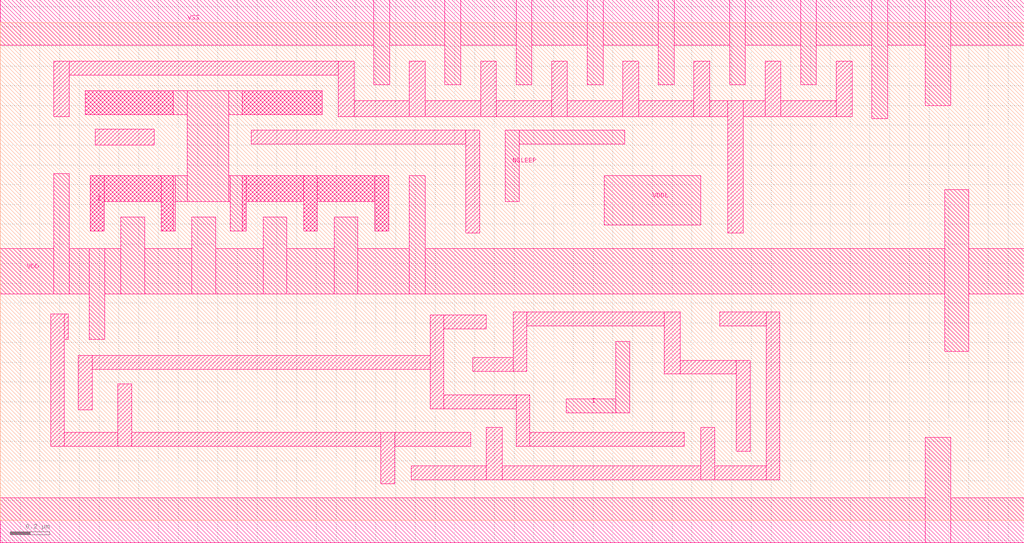
<source format=lef>
###############################################################################
#TSMC Library/IP Product
#Filename: tcbn40lpbwp_7lm5X1ZRDL.lef
#Technology: CLN40LP
#Product Type: Standard Cell
#Product Name: tcbn40lpbwp
#Version: 120c
###############################################################################
# 
#STATEMENT OF USE
#
#This information contains confidential and proprietary information of TSMC.
#No part of this information may be reproduced, transmitted, transcribed,
#stored in a retrieval system, or translated into any human or computer
#language, in any form or by any means, electronic, mechanical, magnetic,
#optical, chemical, manual, or otherwise, without the prior written permission
#of TSMC. This information was prepared for informational purpose and is for
#use by TSMC's customers only. TSMC reserves the right to make changes in the
#information at any time and without notice.
# 
###############################################################################
# DESIGN RULE DOCUMENT: T-N45-CL-DR-001 V1.2

#+
#+Note:
#+      1. Please use Encounter 7.1USR1(or above) for advanced rule modeling support.
#+      2. Antenna ratio defined in OXIDE2 is for OD25/OD33.
#+      3. Please use Captable to get the correct RC values.
#+	4. Set the following command in Encounter to get the correct RC values from 
#+	   Captable when executing NanoRoute.
#+	   setNanoRouteMode -envResistanceFromCapTable true
#+      5. Using TSMC utility for dummy fill is strongly recommended.
#+	6. Please refer to T-N40-CL-RP-020 for DFM via usage.
#+
VERSION	5.7 ;
BUSBITCHARS "[]" ;
DIVIDERCHAR "/" ;

UNITS
    CAPACITANCE PICOFARADS 10 ;
    CURRENT MILLIAMPS 10000 ;
    VOLTAGE VOLTS 1000 ;
    FREQUENCY MEGAHERTZ 10 ;
    DATABASE MICRONS 2000 ;
END UNITS

MANUFACTURINGGRID 0.005 ;

PROPERTYDEFINITIONS
	LAYER LEF58_ENCLOSUREEDGE STRING ;
	LAYER LEF58_SPACING STRING ;
	LAYER LEF58_AREA STRING ;
	LIBRARY LEF58_MAXVIASTACK STRING "MAXVIASTACK 4 NOSINGLE RANGE M1 M6 ;" ;
END PROPERTYDEFINITIONS

LAYER VTH_P
	TYPE IMPLANT ;
	WIDTH 0.18 ;
	SPACING 0.18 ;
END VTH_P

LAYER VTH_N
	TYPE IMPLANT ;
	WIDTH 0.18 ;
	SPACING 0.18 ;
END VTH_N

LAYER VTL_P
	TYPE IMPLANT ;
	WIDTH 0.18 ;
	SPACING 0.18 ;
END VTL_P

LAYER VTL_N
	TYPE IMPLANT ;
	WIDTH 0.18 ;
	SPACING 0.18 ;
END VTL_N

LAYER PO
    TYPE MASTERSLICE ;
END PO

LAYER CO
    TYPE CUT ;
END CO

LAYER M1
	TYPE ROUTING ;
	DIRECTION HORIZONTAL ;
	PITCH 0.14 ;
	OFFSET 0 ;
        HEIGHT 0.535 ;
	THICKNESS 0.125 ;
	FILLACTIVESPACING 0.6 ;
	WIDTH 0.07 ;
	MAXWIDTH 4.50 ;
	SPACINGTABLE
	PARALLELRUNLENGTH 	0.00	0.27	0.40	0.62	1.50
	WIDTH 0.00		0.07	0.07	0.07	0.07	0.07
	WIDTH 0.17		0.07	0.08	0.08	0.08	0.08
	WIDTH 0.24		0.07	0.12	0.12	0.12	0.12
	WIDTH 0.31		0.07	0.12	0.14	0.14	0.14
	WIDTH 0.62		0.07	0.12	0.14	0.21	0.21
	WIDTH 1.50		0.07	0.12	0.14	0.21	0.50 ;
	PROPERTY LEF58_SPACING "SPACING 0.08 ENDOFLINE 0.09 WITHIN 0.025 PARALLELEDGE 0.08 WITHIN 0.07 MINLENGTH 0.07 ; " ;
	AREA 0.0215 ;
	MINENCLOSEDAREA 0.2 ;
	PROPERTY LEF58_AREA "AREA 0.055 EXCEPTEDGELENGTH 0.17 EXCEPTMINSIZE 0.07 0.17 ;" ;

	MINSTEP 0.07 MAXEDGES 1 ;

	MINIMUMDENSITY 10.0 ;
	MAXIMUMDENSITY 85.0 ;
	DENSITYCHECKWINDOW 125 125 ;
	DENSITYCHECKSTEP 62.5 ;

	MINIMUMCUT 2 WIDTH 0.21 WITHIN 0.141 ;
	MINIMUMCUT 4 WIDTH 0.55 WITHIN 0.141 ;
	MINIMUMCUT 2 WIDTH 0.21 LENGTH 0.21 WITHIN 1.141 ;
	MINIMUMCUT 2 WIDTH 1.4 LENGTH 1.4 WITHIN 2.801 ;
	MINIMUMCUT 2 WIDTH 2.1 LENGTH 7.0 WITHIN 7.101 ;

	ANTENNAMODEL OXIDE1 ;
	ANTENNACUMDIFFAREARATIO PWL ( ( 0 5000 ) ( 0.000025 43000.011 ) ( 0.2 43091.2 ) ( 0.5 43228.0 ) ( 1 43456 ) ( 1.5 43684.0 ) ) ;
	ANTENNAMODEL OXIDE2 ;
	ANTENNACUMDIFFAREARATIO PWL ( ( 0 5000 ) ( 0.000025 43000.011 ) ( 0.2 43091.2 ) ( 0.5 43228.0 ) ( 1 43456 ) ( 1.5 43684.0 ) ) ;

        RESISTANCE RPERSQ	0.3080000000 ;
        CAPACITANCE CPERSQDIST	0.0002317460 ;
        EDGECAPACITANCE	0.0000808000 ;

        ACCURRENTDENSITY	AVERAGE
              FREQUENCY	500 ;
              WIDTH    	0.07000	0.14000	0.50000	1.00000	2.00000	4.50000 ;
              TABLEENTRIES	1.07119	1.14910	1.20519	1.21609	1.22155	1.22458 ;
        ACCURRENTDENSITY	RMS
              FREQUENCY	500 ;
              WIDTH    	0.07000	0.14000	0.50000	1.00000	2.00000	4.50000 ;
              TABLEENTRIES	14.65003	13.51795	11.26055	10.53159	10.10889	9.85397 ;
        ACCURRENTDENSITY	PEAK
              FREQUENCY	500 ;
              WIDTH    	0.07000	0.14000	0.50000	1.00000	2.00000	4.50000 ;
              TABLEENTRIES	30.86577	33.11056	34.72680	35.04107	35.19820	35.28550 ;
        DCCURRENTDENSITY	AVERAGE
              WIDTH    	0.07000	0.14000	0.50000	1.00000	2.00000	4.50000 ;
              TABLEENTRIES	1.07119	1.14910	1.20519	1.21609	1.22155	1.22458 ;
END M1

LAYER VIA1
	TYPE CUT ;
	SPACING 0.095 ;
	SPACING 0.09 ADJACENTCUTS 3 WITHIN 0.098 ;
	SPACING 0.11 PARALLELOVERLAP ;
	SPACING 0.07 SAMENET ;
	PROPERTY LEF58_ENCLOSUREEDGE "ENCLOSUREEDGE BELOW 0.015 WIDTH 0.11 PARALLEL 0.27 WITHIN 0.08 EXCEPTEXTRACUT ;" ;

	ANTENNAMODEL OXIDE1 ;
	ANTENNADIFFAREARATIO PWL ( ( 0 20 ) ( 0.000025 99999 ) ( 0.2 99999 ) ( 0.5 99999 ) ) ;
	ANTENNACUMDIFFAREARATIO PWL ( ( 0 900 ) ( 0.000025 900.00525 ) ( 0.2 942.0 ) ( 0.5 1005.0 ) ( 1 1110 ) ( 1.5 1215.0 ) ) ;
	ANTENNAMODEL OXIDE2 ;
	ANTENNADIFFAREARATIO PWL ( ( 0 20 ) ( 0.000025 99999 ) ( 0.2 99999 ) ( 0.5 99999 ) ) ;
	ANTENNACUMDIFFAREARATIO PWL ( ( 0 50 ) ( 0.000025 900.00525 ) ( 0.2 942.0 ) ( 0.5 1005.0 ) ( 1 1110 ) ( 1.5 1215.0 ) ) ;

        ACCURRENTDENSITY	AVERAGE
              FREQUENCY	500 ;
              TABLEENTRIES	18.14059 ;
        DCCURRENTDENSITY	AVERAGE	18.14059 ;
END VIA1

LAYER M2
	TYPE ROUTING ;
	DIRECTION VERTICAL ;
	PITCH 0.14 ;
	OFFSET 0.07 ;
        HEIGHT 0.735 ;
	THICKNESS 0.14 ;
	FILLACTIVESPACING 0.6 ;
	WIDTH 0.07 ;
	MAXWIDTH 4.50 ;
	SPACINGTABLE
	PARALLELRUNLENGTH 	0.00	0.27	0.40	0.62	1.50
	WIDTH 0.00		0.07	0.07	0.07	0.07	0.07
	WIDTH 0.17		0.07	0.10	0.10	0.10	0.10
	WIDTH 0.24		0.07	0.12	0.12	0.12	0.12
	WIDTH 0.31		0.07	0.12	0.15	0.15	0.15
	WIDTH 0.62		0.07	0.12	0.15	0.21	0.21
	WIDTH 1.50		0.07	0.12	0.15	0.21	0.50 ;
	PROPERTY LEF58_SPACING "SPACING 0.10 ENDOFLINE 0.10 WITHIN 0.035 PARALLELEDGE 0.10 WITHIN 0.10 MINLENGTH 0.07 ; SPACING 0.12 ENDOFLINE 0.10 WITHIN 0.035 PARALLELEDGE 0.12 WITHIN 0.10 MINLENGTH 0.07 ENCLOSECUT BELOW 0.05 CUTSPACING 0.15 ; " ;
	AREA 0.027 ;
	MINENCLOSEDAREA 0.20 ;
	PROPERTY LEF58_AREA "AREA 0.06 EXCEPTEDGELENGTH 0.17 EXCEPTMINSIZE 0.07 0.17 ;" ;

	MINSTEP 0.07 MAXEDGES 1 ;

	MINIMUMDENSITY 10.0 ;
	MAXIMUMDENSITY 85.0 ;
	DENSITYCHECKWINDOW 125 125 ;
	DENSITYCHECKSTEP 62.5 ;

	MINIMUMCUT 2 WIDTH 0.21 WITHIN 0.141 ;
	MINIMUMCUT 4 WIDTH 0.55 WITHIN 0.141 ;
	MINIMUMCUT 2 WIDTH 0.21 LENGTH 0.21 WITHIN 1.141 ;
	MINIMUMCUT 2 WIDTH 1.4 LENGTH 1.4 WITHIN 2.801 ;
	MINIMUMCUT 2 WIDTH 2.1 LENGTH 7.0 WITHIN 7.101 ;

	ANTENNAMODEL OXIDE1 ;
	ANTENNACUMDIFFAREARATIO PWL ( ( 0 5000 ) ( 0.000025 43000.011 ) ( 0.2 43091.2 ) ( 0.5 43228.0 ) ( 1 43456 ) ( 1.5 43684.0 ) ) ;
	ANTENNAMODEL OXIDE2 ;
	ANTENNACUMDIFFAREARATIO PWL ( ( 0 5000 ) ( 0.000025 43000.011 ) ( 0.2 43091.2 ) ( 0.5 43228.0 ) ( 1 43456 ) ( 1.5 43684.0 ) ) ;

        RESISTANCE RPERSQ	0.2780000000 ;
        CAPACITANCE CPERSQDIST	0.0003444444 ;
        EDGECAPACITANCE	0.0000730000 ;

        ACCURRENTDENSITY	AVERAGE
              FREQUENCY	500 ;
              WIDTH    	0.07000	0.14000	0.50000	1.00000	2.00000	4.50000 ;
              TABLEENTRIES	1.16024	1.24462	1.30537	1.31719	1.32309	1.32637 ;
        ACCURRENTDENSITY	RMS
              FREQUENCY	500 ;
              WIDTH    	0.07000	0.14000	0.50000	1.00000	2.00000	4.50000 ;
              TABLEENTRIES	8.07330	7.37682	6.00661	5.55933	5.29799	5.13953 ;
        ACCURRENTDENSITY	PEAK
              FREQUENCY	500 ;
              WIDTH    	0.07000	0.14000	0.50000	1.00000	2.00000	4.50000 ;
              TABLEENTRIES	17.28483	18.54191	19.44701	19.62300	19.71099	19.75988 ;
        DCCURRENTDENSITY	AVERAGE
              WIDTH    	0.07000	0.14000	0.50000	1.00000	2.00000	4.50000 ;
              TABLEENTRIES	1.16024	1.24462	1.30537	1.31719	1.32309	1.32637 ;
END M2

LAYER VIA2
	TYPE CUT ;
	SPACING 0.095 ;
	SPACING 0.09 ADJACENTCUTS 3 WITHIN 0.098 ;
	SPACING 0.11 PARALLELOVERLAP ;
	SPACING 0.07 SAMENET ;

	ANTENNAMODEL OXIDE1 ;
	ANTENNADIFFAREARATIO PWL ( ( 0 20 ) ( 0.000025 99999 ) ( 0.2 99999 ) ( 0.5 99999 ) ) ;
	ANTENNACUMDIFFAREARATIO PWL ( ( 0 900 ) ( 0.000025 900.00525 ) ( 0.2 942.0 ) ( 0.5 1005.0 ) ( 1 1110 ) ( 1.5 1215.0 ) ) ;
	ANTENNAMODEL OXIDE2 ;
	ANTENNADIFFAREARATIO PWL ( ( 0 20 ) ( 0.000025 99999 ) ( 0.2 99999 ) ( 0.5 99999 ) ) ;
	ANTENNACUMDIFFAREARATIO PWL ( ( 0 50 ) ( 0.000025 900.00525 ) ( 0.2 942.0 ) ( 0.5 1005.0 ) ( 1 1110 ) ( 1.5 1215.0 ) ) ;

        ACCURRENTDENSITY	AVERAGE
              FREQUENCY	500 ;
              TABLEENTRIES	18.14059 ;
        DCCURRENTDENSITY	AVERAGE	18.14059 ;
END VIA2

LAYER M3
	TYPE ROUTING ;
	DIRECTION HORIZONTAL ;
	PITCH 0.14 ;
	OFFSET 0 ;
        HEIGHT 0.935 ;
	THICKNESS 0.14 ;
	FILLACTIVESPACING 0.6 ;
	WIDTH 0.07 ;
	MAXWIDTH 4.50 ;
	SPACINGTABLE
	PARALLELRUNLENGTH 	0.00	0.27	0.40	0.62	1.50
	WIDTH 0.00		0.07	0.07	0.07	0.07	0.07
	WIDTH 0.17		0.07	0.10	0.10	0.10	0.10
	WIDTH 0.24		0.07	0.12	0.12	0.12	0.12
	WIDTH 0.31		0.07	0.12	0.15	0.15	0.15
	WIDTH 0.62		0.07	0.12	0.15	0.21	0.21
	WIDTH 1.50		0.07	0.12	0.15	0.21	0.50 ;
	PROPERTY LEF58_SPACING "SPACING 0.10 ENDOFLINE 0.10 WITHIN 0.035 PARALLELEDGE 0.10 WITHIN 0.10 MINLENGTH 0.07 ; SPACING 0.12 ENDOFLINE 0.10 WITHIN 0.035 PARALLELEDGE 0.12 WITHIN 0.10 MINLENGTH 0.07 ENCLOSECUT BELOW 0.05 CUTSPACING 0.15 ; " ;
	AREA 0.027 ;
	MINENCLOSEDAREA 0.20 ;
	PROPERTY LEF58_AREA "AREA 0.06 EXCEPTEDGELENGTH 0.17 EXCEPTMINSIZE 0.07 0.17 ;" ;

	MINSTEP 0.07 MAXEDGES 1 ;

	MINIMUMDENSITY 10.0 ;
	MAXIMUMDENSITY 85.0 ;
	DENSITYCHECKWINDOW 125 125 ;
	DENSITYCHECKSTEP 62.5 ;

	MINIMUMCUT 2 WIDTH 0.21 WITHIN 0.141 ;
	MINIMUMCUT 4 WIDTH 0.55 WITHIN 0.141 ;
	MINIMUMCUT 2 WIDTH 0.21 LENGTH 0.21 WITHIN 1.141 ;
	MINIMUMCUT 2 WIDTH 1.4 LENGTH 1.4 WITHIN 2.801 ;
	MINIMUMCUT 2 WIDTH 2.1 LENGTH 7.0 WITHIN 7.101 ;

	ANTENNAMODEL OXIDE1 ;
	ANTENNACUMDIFFAREARATIO PWL ( ( 0 5000 ) ( 0.000025 43000.011 ) ( 0.2 43091.2 ) ( 0.5 43228.0 ) ( 1 43456 ) ( 1.5 43684.0 ) ) ;
	ANTENNAMODEL OXIDE2 ;
	ANTENNACUMDIFFAREARATIO PWL ( ( 0 5000 ) ( 0.000025 43000.011 ) ( 0.2 43091.2 ) ( 0.5 43228.0 ) ( 1 43456 ) ( 1.5 43684.0 ) ) ;

        RESISTANCE RPERSQ	0.2780000000 ;
        CAPACITANCE CPERSQDIST	0.0003444444 ;
        EDGECAPACITANCE	0.0000730000 ;

        ACCURRENTDENSITY	AVERAGE
              FREQUENCY	500 ;
              WIDTH    	0.07000	0.14000	0.50000	1.00000	2.00000	4.50000 ;
              TABLEENTRIES	1.16024	1.24462	1.30537	1.31719	1.32309	1.32637 ;
        ACCURRENTDENSITY	RMS
              FREQUENCY	500 ;
              WIDTH    	0.07000	0.14000	0.50000	1.00000	2.00000	4.50000 ;
              TABLEENTRIES	7.78447	6.88453	5.13176	4.52648	4.15850	3.92851 ;
        ACCURRENTDENSITY	PEAK
              FREQUENCY	500 ;
              WIDTH    	0.07000	0.14000	0.50000	1.00000	2.00000	4.50000 ;
              TABLEENTRIES	17.28483	18.54191	19.44701	19.62300	19.71099	19.75988 ;
        DCCURRENTDENSITY	AVERAGE
              WIDTH    	0.07000	0.14000	0.50000	1.00000	2.00000	4.50000 ;
              TABLEENTRIES	1.16024	1.24462	1.30537	1.31719	1.32309	1.32637 ;
END M3

LAYER VIA3
	TYPE CUT ;
	SPACING 0.095 ;
	SPACING 0.09 ADJACENTCUTS 3 WITHIN 0.098 ;
	SPACING 0.11 PARALLELOVERLAP ;
	SPACING 0.07 SAMENET ;

	ANTENNAMODEL OXIDE1 ;
	ANTENNADIFFAREARATIO PWL ( ( 0 20 ) ( 0.000025 99999 ) ( 0.2 99999 ) ( 0.5 99999 ) ) ;
	ANTENNACUMDIFFAREARATIO PWL ( ( 0 900 ) ( 0.000025 900.00525 ) ( 0.2 942.0 ) ( 0.5 1005.0 ) ( 1 1110 ) ( 1.5 1215.0 ) ) ;
	ANTENNAMODEL OXIDE2 ;
	ANTENNADIFFAREARATIO PWL ( ( 0 20 ) ( 0.000025 99999 ) ( 0.2 99999 ) ( 0.5 99999 ) ) ;
	ANTENNACUMDIFFAREARATIO PWL ( ( 0 50 ) ( 0.000025 900.00525 ) ( 0.2 942.0 ) ( 0.5 1005.0 ) ( 1 1110 ) ( 1.5 1215.0 ) ) ;

        ACCURRENTDENSITY	AVERAGE
              FREQUENCY	500 ;
              TABLEENTRIES	18.14059 ;
        DCCURRENTDENSITY	AVERAGE	18.14059 ;
END VIA3

LAYER M4
	TYPE ROUTING ;
	DIRECTION VERTICAL ;
	PITCH 0.14 ;
	OFFSET 0.07 ;
        HEIGHT 1.135 ;
	THICKNESS 0.14 ;
	FILLACTIVESPACING 0.6 ;
	WIDTH 0.07 ;
	MAXWIDTH 4.50 ;
	SPACINGTABLE
	PARALLELRUNLENGTH 	0.00	0.27	0.40	0.62	1.50
	WIDTH 0.00		0.07	0.07	0.07	0.07	0.07
	WIDTH 0.17		0.07	0.10	0.10	0.10	0.10
	WIDTH 0.24		0.07	0.12	0.12	0.12	0.12
	WIDTH 0.31		0.07	0.12	0.15	0.15	0.15
	WIDTH 0.62		0.07	0.12	0.15	0.21	0.21
	WIDTH 1.50		0.07	0.12	0.15	0.21	0.50 ;
	PROPERTY LEF58_SPACING "SPACING 0.10 ENDOFLINE 0.10 WITHIN 0.035 PARALLELEDGE 0.10 WITHIN 0.10 MINLENGTH 0.07 ; SPACING 0.12 ENDOFLINE 0.10 WITHIN 0.035 PARALLELEDGE 0.12 WITHIN 0.10 MINLENGTH 0.07 ENCLOSECUT BELOW 0.05 CUTSPACING 0.15 ; " ;
	AREA 0.027 ;
	MINENCLOSEDAREA 0.20 ;
	PROPERTY LEF58_AREA "AREA 0.06 EXCEPTEDGELENGTH 0.17 EXCEPTMINSIZE 0.07 0.17 ;" ;

	MINSTEP 0.07 MAXEDGES 1 ;

	MINIMUMDENSITY 10.0 ;
	MAXIMUMDENSITY 85.0 ;
	DENSITYCHECKWINDOW 125 125 ;
	DENSITYCHECKSTEP 62.5 ;

	MINIMUMCUT 2 WIDTH 0.21 WITHIN 0.141 ;
	MINIMUMCUT 4 WIDTH 0.55 WITHIN 0.141 ;
	MINIMUMCUT 2 WIDTH 0.21 LENGTH 0.21 WITHIN 1.141 ;
	MINIMUMCUT 2 WIDTH 1.4 LENGTH 1.4 WITHIN 2.801 ;
	MINIMUMCUT 2 WIDTH 2.1 LENGTH 7.0 WITHIN 7.101 ;

	ANTENNAMODEL OXIDE1 ;
	ANTENNACUMDIFFAREARATIO PWL ( ( 0 5000 ) ( 0.000025 43000.011 ) ( 0.2 43091.2 ) ( 0.5 43228.0 ) ( 1 43456 ) ( 1.5 43684.0 ) ) ;
	ANTENNAMODEL OXIDE2 ;
	ANTENNACUMDIFFAREARATIO PWL ( ( 0 5000 ) ( 0.000025 43000.011 ) ( 0.2 43091.2 ) ( 0.5 43228.0 ) ( 1 43456 ) ( 1.5 43684.0 ) ) ;

        RESISTANCE RPERSQ	0.2780000000 ;
        CAPACITANCE CPERSQDIST	0.0003444444 ;
        EDGECAPACITANCE	0.0000730000 ;

        ACCURRENTDENSITY	AVERAGE
              FREQUENCY	500 ;
              WIDTH    	0.07000	0.14000	0.50000	1.00000	2.00000	4.50000 ;
              TABLEENTRIES	1.16024	1.24462	1.30537	1.31719	1.32309	1.32637 ;
        ACCURRENTDENSITY	RMS
              FREQUENCY	500 ;
              WIDTH    	0.07000	0.14000	0.50000	1.00000	2.00000	4.50000 ;
              TABLEENTRIES	7.66324	6.67939	4.74864	4.05673	3.62354	3.34586 ;
        ACCURRENTDENSITY	PEAK
              FREQUENCY	500 ;
              WIDTH    	0.07000	0.14000	0.50000	1.00000	2.00000	4.50000 ;
              TABLEENTRIES	17.28483	18.54191	19.44701	19.62300	19.71099	19.75988 ;
        DCCURRENTDENSITY	AVERAGE
              WIDTH    	0.07000	0.14000	0.50000	1.00000	2.00000	4.50000 ;
              TABLEENTRIES	1.16024	1.24462	1.30537	1.31719	1.32309	1.32637 ;
END M4

LAYER VIA4
	TYPE CUT ;
	SPACING 0.095 ;
	SPACING 0.09 ADJACENTCUTS 3 WITHIN 0.098 ;
	SPACING 0.11 PARALLELOVERLAP ;
	SPACING 0.07 SAMENET ;

	ANTENNAMODEL OXIDE1 ;
	ANTENNADIFFAREARATIO PWL ( ( 0 20 ) ( 0.000025 99999 ) ( 0.2 99999 ) ( 0.5 99999 ) ) ;
	ANTENNACUMDIFFAREARATIO PWL ( ( 0 900 ) ( 0.000025 900.00525 ) ( 0.2 942.0 ) ( 0.5 1005.0 ) ( 1 1110 ) ( 1.5 1215.0 ) ) ;
	ANTENNAMODEL OXIDE2 ;
	ANTENNADIFFAREARATIO PWL ( ( 0 20 ) ( 0.000025 99999 ) ( 0.2 99999 ) ( 0.5 99999 ) ) ;
	ANTENNACUMDIFFAREARATIO PWL ( ( 0 50 ) ( 0.000025 900.00525 ) ( 0.2 942.0 ) ( 0.5 1005.0 ) ( 1 1110 ) ( 1.5 1215.0 ) ) ;

        ACCURRENTDENSITY	AVERAGE
              FREQUENCY	500 ;
              TABLEENTRIES	18.14059 ;
        DCCURRENTDENSITY	AVERAGE	18.14059 ;
END VIA4

LAYER M5
	TYPE ROUTING ;
	DIRECTION HORIZONTAL ;
	PITCH 0.14 ;
	OFFSET 0 ;
        HEIGHT 1.335 ;
	THICKNESS 0.14 ;
	FILLACTIVESPACING 0.6 ;
	WIDTH 0.07 ;
	MAXWIDTH 4.50 ;
	SPACINGTABLE
	PARALLELRUNLENGTH 	0.00	0.27	0.40	0.62	1.50
	WIDTH 0.00		0.07	0.07	0.07	0.07	0.07
	WIDTH 0.17		0.07	0.10	0.10	0.10	0.10
	WIDTH 0.24		0.07	0.12	0.12	0.12	0.12
	WIDTH 0.31		0.07	0.12	0.15	0.15	0.15
	WIDTH 0.62		0.07	0.12	0.15	0.21	0.21
	WIDTH 1.50		0.07	0.12	0.15	0.21	0.50 ;
	PROPERTY LEF58_SPACING "SPACING 0.10 ENDOFLINE 0.10 WITHIN 0.035 PARALLELEDGE 0.10 WITHIN 0.10 MINLENGTH 0.07 ; SPACING 0.12 ENDOFLINE 0.10 WITHIN 0.035 PARALLELEDGE 0.12 WITHIN 0.10 MINLENGTH 0.07 ENCLOSECUT BELOW 0.05 CUTSPACING 0.15 ; " ;
	AREA 0.027 ;
	MINENCLOSEDAREA 0.20 ;
	PROPERTY LEF58_AREA "AREA 0.06 EXCEPTEDGELENGTH 0.17 EXCEPTMINSIZE 0.07 0.17 ;" ;

	MINSTEP 0.07 MAXEDGES 1 ;

	MINIMUMDENSITY 10.0 ;
	MAXIMUMDENSITY 85.0 ;
	DENSITYCHECKWINDOW 125 125 ;
	DENSITYCHECKSTEP 62.5 ;

	MINIMUMCUT 2 WIDTH 0.21 WITHIN 0.141 ;
	MINIMUMCUT 4 WIDTH 0.55 WITHIN 0.141 ;
	MINIMUMCUT 2 WIDTH 0.21 LENGTH 0.21 WITHIN 1.141 ;
	MINIMUMCUT 2 WIDTH 1.4 LENGTH 1.4 WITHIN 2.801 ;
	MINIMUMCUT 2 WIDTH 2.1 LENGTH 7.0 WITHIN 7.101 ;

	ANTENNAMODEL OXIDE1 ;
	ANTENNACUMDIFFAREARATIO PWL ( ( 0 5000 ) ( 0.000025 43000.011 ) ( 0.2 43091.2 ) ( 0.5 43228.0 ) ( 1 43456 ) ( 1.5 43684.0 ) ) ;
	ANTENNAMODEL OXIDE2 ;
	ANTENNACUMDIFFAREARATIO PWL ( ( 0 5000 ) ( 0.000025 43000.011 ) ( 0.2 43091.2 ) ( 0.5 43228.0 ) ( 1 43456 ) ( 1.5 43684.0 ) ) ;

        RESISTANCE RPERSQ	0.2780000000 ;
        CAPACITANCE CPERSQDIST	0.0003444444 ;
        EDGECAPACITANCE	0.0000730000 ;

        ACCURRENTDENSITY	AVERAGE
              FREQUENCY	500 ;
              WIDTH    	0.07000	0.14000	0.50000	1.00000	2.00000	4.50000 ;
              TABLEENTRIES	1.16024	1.24462	1.30537	1.31719	1.32309	1.32637 ;
        ACCURRENTDENSITY	RMS
              FREQUENCY	500 ;
              WIDTH    	0.07000	0.14000	0.50000	1.00000	2.00000	4.50000 ;
              TABLEENTRIES	7.60419	6.57371	4.53752	3.78921	3.31016	2.99658 ;
        ACCURRENTDENSITY	PEAK
              FREQUENCY	500 ;
              WIDTH    	0.07000	0.14000	0.50000	1.00000	2.00000	4.50000 ;
              TABLEENTRIES	17.28483	18.54191	19.44701	19.62300	19.71099	19.75988 ;
        DCCURRENTDENSITY	AVERAGE
              WIDTH    	0.07000	0.14000	0.50000	1.00000	2.00000	4.50000 ;
              TABLEENTRIES	1.16024	1.24462	1.30537	1.31719	1.32309	1.32637 ;
END M5

LAYER VIA5
	TYPE CUT ;
	SPACING 0.095 ;
	SPACING 0.09 ADJACENTCUTS 3 WITHIN 0.098 ;
	SPACING 0.11 PARALLELOVERLAP ;
	SPACING 0.07 SAMENET ;

	ANTENNAMODEL OXIDE1 ;
	ANTENNADIFFAREARATIO PWL ( ( 0 20 ) ( 0.000025 99999 ) ( 0.2 99999 ) ( 0.5 99999 ) ) ;
	ANTENNACUMDIFFAREARATIO PWL ( ( 0 900 ) ( 0.000025 900.00525 ) ( 0.2 942.0 ) ( 0.5 1005.0 ) ( 1 1110 ) ( 1.5 1215.0 ) ) ;
	ANTENNAMODEL OXIDE2 ;
	ANTENNADIFFAREARATIO PWL ( ( 0 20 ) ( 0.000025 99999 ) ( 0.2 99999 ) ( 0.5 99999 ) ) ;
	ANTENNACUMDIFFAREARATIO PWL ( ( 0 50 ) ( 0.000025 900.00525 ) ( 0.2 942.0 ) ( 0.5 1005.0 ) ( 1 1110 ) ( 1.5 1215.0 ) ) ;

        ACCURRENTDENSITY	AVERAGE
              FREQUENCY	500 ;
              TABLEENTRIES	18.14059 ;
        DCCURRENTDENSITY	AVERAGE	18.14059 ;
END VIA5

LAYER M6
	TYPE ROUTING ;
	DIRECTION VERTICAL ;
	PITCH 0.14 ;
	OFFSET 0.07 ;
        HEIGHT 1.535 ;
	THICKNESS 0.14 ;
	FILLACTIVESPACING 0.6 ;
	WIDTH 0.07 ;
	MAXWIDTH 4.50 ;
	SPACINGTABLE
	PARALLELRUNLENGTH 	0.00	0.27	0.40	0.62	1.50
	WIDTH 0.00		0.07	0.07	0.07	0.07	0.07
	WIDTH 0.17		0.07	0.10	0.10	0.10	0.10
	WIDTH 0.24		0.07	0.12	0.12	0.12	0.12
	WIDTH 0.31		0.07	0.12	0.15	0.15	0.15
	WIDTH 0.62		0.07	0.12	0.15	0.21	0.21
	WIDTH 1.50		0.07	0.12	0.15	0.21	0.50 ;
	PROPERTY LEF58_SPACING "SPACING 0.10 ENDOFLINE 0.10 WITHIN 0.035 PARALLELEDGE 0.10 WITHIN 0.10 MINLENGTH 0.07 ; SPACING 0.12 ENDOFLINE 0.10 WITHIN 0.035 PARALLELEDGE 0.12 WITHIN 0.10 MINLENGTH 0.07 ENCLOSECUT BELOW 0.05 CUTSPACING 0.15 ; " ;
	AREA 0.027 ;
	MINENCLOSEDAREA 0.20 ;
	PROPERTY LEF58_AREA "AREA 0.06 EXCEPTEDGELENGTH 0.17 EXCEPTMINSIZE 0.07 0.17 ;" ;

	MINSTEP 0.07 MAXEDGES 1 ;

	MINIMUMDENSITY 10.0 ;
	MAXIMUMDENSITY 85.0 ;
	DENSITYCHECKWINDOW 125 125 ;
	DENSITYCHECKSTEP 62.5 ;

	MINIMUMCUT 2 WIDTH 0.21 WITHIN 0.141 FROMBELOW ;
	MINIMUMCUT 4 WIDTH 0.55 WITHIN 0.141 FROMBELOW ;
	MINIMUMCUT 2 WIDTH 1.8 WITHIN 1.701 FROMABOVE ;
	MINIMUMCUT 2 WIDTH 0.21 FROMBELOW LENGTH 0.21 WITHIN 1.141 ;
	MINIMUMCUT 2 WIDTH 1.4 FROMBELOW LENGTH 1.4 WITHIN 2.801 ;
	MINIMUMCUT 2 WIDTH 2.1 FROMBELOW LENGTH 7.0 WITHIN 7.101 ;
	MINIMUMCUT 2 WIDTH 3.0 FROMABOVE LENGTH 10.0 WITHIN 5.001 ;

	ANTENNAMODEL OXIDE1 ;
	ANTENNACUMDIFFAREARATIO PWL ( ( 0 5000 ) ( 0.000025 43000.011 ) ( 0.2 43091.2 ) ( 0.5 43228.0 ) ( 1 43456 ) ( 1.5 43684.0 ) ) ;
	ANTENNAMODEL OXIDE2 ;
	ANTENNACUMDIFFAREARATIO PWL ( ( 0 5000 ) ( 0.000025 43000.011 ) ( 0.2 43091.2 ) ( 0.5 43228.0 ) ( 1 43456 ) ( 1.5 43684.0 ) ) ;

        RESISTANCE RPERSQ	0.2780000000 ;
        CAPACITANCE CPERSQDIST	0.0003444444 ;
        EDGECAPACITANCE	0.0000730000 ;

        ACCURRENTDENSITY	AVERAGE
              FREQUENCY	500 ;
              WIDTH    	0.07000	0.14000	0.50000	1.00000	2.00000	4.50000 ;
              TABLEENTRIES	1.16024	1.24462	1.30537	1.31719	1.32309	1.32637 ;
        ACCURRENTDENSITY	RMS
              FREQUENCY	500 ;
              WIDTH    	0.07000	0.14000	0.50000	1.00000	2.00000	4.50000 ;
              TABLEENTRIES	7.56754	6.50734	4.40119	3.61285	3.09928	2.75703 ;
        ACCURRENTDENSITY	PEAK
              FREQUENCY	500 ;
              WIDTH    	0.07000	0.14000	0.50000	1.00000	2.00000	4.50000 ;
              TABLEENTRIES	17.28483	18.54191	19.44701	19.62300	19.71099	19.75988 ;
        DCCURRENTDENSITY	AVERAGE
              WIDTH    	0.07000	0.14000	0.50000	1.00000	2.00000	4.50000 ;
              TABLEENTRIES	1.16024	1.24462	1.30537	1.31719	1.32309	1.32637 ;
END M6

LAYER VIA6
	TYPE CUT ;
	SPACING 0.34 ;
	SPACING 0.54 ADJACENTCUTS 3 WITHIN 0.56 ;

	ANTENNAMODEL OXIDE1 ;
	ANTENNADIFFAREARATIO PWL ( ( 0 20 ) ( 0.000025 99999 ) ( 0.2 99999 ) ( 0.5 99999 ) ) ;
	ANTENNACUMDIFFAREARATIO PWL ( ( 0 900 ) ( 0.000025 900.00525 ) ( 0.2 942.0 ) ( 0.5 1005.0 ) ( 1 1110 ) ( 1.5 1215.0 ) ) ;
	ANTENNAMODEL OXIDE2 ;
	ANTENNADIFFAREARATIO PWL ( ( 0 20 ) ( 0.000025 99999 ) ( 0.2 99999 ) ( 0.5 99999 ) ) ;
	ANTENNACUMDIFFAREARATIO PWL ( ( 0 50 ) ( 0.000025 900.00525 ) ( 0.2 942.0 ) ( 0.5 1005.0 ) ( 1 1110 ) ( 1.5 1215.0 ) ) ;

        ACCURRENTDENSITY	AVERAGE
              FREQUENCY	500 ;
              TABLEENTRIES	29.31146 ;
        DCCURRENTDENSITY	AVERAGE	29.31146 ;
END VIA6

LAYER M7
	TYPE ROUTING ;
	DIRECTION HORIZONTAL ;
	PITCH 3 ;
	OFFSET 0 ;
        HEIGHT 2.435 ;
	THICKNESS 3.4 ;
	FILLACTIVESPACING 0.6 ;
	WIDTH 2 ;
	MAXWIDTH 12.0 ;
	SPACINGTABLE
	PARALLELRUNLENGTH 	0.00	1.5	4.50
	WIDTH 0.00		0.40	0.40	0.40
	WIDTH 1.5		0.40	0.5	0.5
	WIDTH 4.50		0.40	0.5	1.5 ;
	AREA 9 ;
	MINENCLOSEDAREA 9 ;

	MINIMUMDENSITY 10.0 ;
	MAXIMUMDENSITY 85.0 ;
	DENSITYCHECKWINDOW 125 125 ;
	DENSITYCHECKSTEP 62.5 ;

	MINIMUMCUT 2 WIDTH 1.8 WITHIN 1.701 FROMBELOW ;
	MINIMUMCUT 2 WIDTH 3.0 FROMBELOW LENGTH 10.0 WITHIN 5.001 ;

	ANTENNAMODEL OXIDE1 ;
	ANTENNADIFFAREARATIO PWL ( ( 0 5000 ) ( 0.000025 50000.2 ) ( 0.2 51600.0 ) ( 0.5 54000.0 ) ( 1 58000 ) ( 1.5 62000.0 ) ) ;
	ANTENNACUMAREARATIO 5000 ;
	ANTENNAMODEL OXIDE2 ;
	ANTENNADIFFAREARATIO PWL ( ( 0 5000 ) ( 0.000025 50000.2 ) ( 0.2 51600.0 ) ( 0.5 54000.0 ) ( 1 58000 ) ( 1.5 62000.0 ) ) ;
	ANTENNACUMAREARATIO 1000 ;

        RESISTANCE RPERSQ	0.0220000000 ;
        CAPACITANCE CPERSQDIST	0.0000613889 ;
        EDGECAPACITANCE	0.0000912000 ;

        ACCURRENTDENSITY	AVERAGE
              FREQUENCY	500 ;
              WIDTH    	0.40000	1.00000	2.00000	4.00000	8.00000	12.00000 ;
              TABLEENTRIES	8.54533	8.84693	8.94747	8.99773	9.02287	9.03124 ;
        ACCURRENTDENSITY	RMS
              FREQUENCY	500 ;
              WIDTH    	0.40000	1.00000	2.00000	4.00000	8.00000	12.00000 ;
              TABLEENTRIES	11.18866	8.31657	6.88467	5.99082	5.47490	5.28948 ;
        ACCURRENTDENSITY	PEAK
              FREQUENCY	500 ;
              WIDTH    	0.40000	1.00000	2.00000	4.00000	8.00000	12.00000 ;
              TABLEENTRIES	84.14571	87.11556	88.10550	88.60048	88.84797	88.93046 ;
        DCCURRENTDENSITY	AVERAGE
              WIDTH    	0.40000	1.00000	2.00000	4.00000	8.00000	12.00000 ;
              TABLEENTRIES	8.54533	8.84693	8.94747	8.99773	9.02287	9.03124 ;
END M7

LAYER RV
	TYPE CUT ;
	SPACING 2.0 ;

	ANTENNAMODEL OXIDE1 ;
	ANTENNADIFFAREARATIO PWL ( ( 0 200 ) ( 0.000025 400.00207 ) ( 0.2 416.6 ) ( 0.5 441.5 ) ( 1 483 ) ( 1.5 524.5 ) ) ;
	ANTENNAMODEL OXIDE2 ;
	ANTENNADIFFAREARATIO PWL ( ( 0 20 ) ( 0.000025 400.00207 ) ( 0.2 416.6 ) ( 0.5 441.5 ) ( 1 483 ) ( 1.5 524.5 ) ) ;

        ACCURRENTDENSITY	AVERAGE
              FREQUENCY	500 ;
              TABLEENTRIES	1.66667 ;
        DCCURRENTDENSITY	AVERAGE	1.66667 ;
END RV

LAYER AP
	TYPE ROUTING ;
	DIRECTION VERTICAL ;
	OFFSET 0.07 ;
	PITCH 5.0 ;
	WIDTH 2.0 ;
	MAXWIDTH 35.0 ;
	SPACING 2.0 ;
        HEIGHT 3.935 ;
	THICKNESS 1.45 ;

	MINIMUMDENSITY 10.0 ;
	MAXIMUMDENSITY 70.0 ;
	DENSITYCHECKWINDOW 100 100 ;
	DENSITYCHECKSTEP 50 ;

	ANTENNAMODEL OXIDE1 ;
	ANTENNADIFFSIDEAREARATIO PWL ( ( 0 2000 ) ( 0.000025 30000.2 ) ( 0.2 31600.0 ) ( 0.5 34000.0 ) ( 1 38000 ) ( 1.5 42000.0 ) ) ;
	ANTENNAMODEL OXIDE2 ;
	ANTENNADIFFSIDEAREARATIO PWL ( ( 0 1000 ) ( 0.000025 30000.2 ) ( 0.2 31600.0 ) ( 0.5 34000.0 ) ( 1 38000 ) ( 1.5 42000.0 ) ) ;

        RESISTANCE RPERSQ	0.0210000000 ;
        CAPACITANCE CPERSQDIST	0.0000611111 ;
        EDGECAPACITANCE	0.0000595000 ;

        ACCURRENTDENSITY	AVERAGE
              FREQUENCY	500 ;
              WIDTH    	2.00000	5.00000	8.00000	15.00000	20.00000	35.00000 ;
              TABLEENTRIES	3.00000	3.00000	3.00000	3.00000	3.00000	3.00000 ;
        ACCURRENTDENSITY	RMS
              FREQUENCY	500 ;
              WIDTH    	2.00000	5.00000	8.00000	15.00000	20.00000	35.00000 ;
              TABLEENTRIES	5.77325	4.57735	4.22583	3.93074	3.84227	3.72544 ;
        ACCURRENTDENSITY	PEAK
              FREQUENCY	500 ;
              WIDTH    	2.00000	5.00000	8.00000	15.00000	20.00000	35.00000 ;
              TABLEENTRIES	82.02439	82.02439	82.02439	82.02439	82.02439	82.02439 ;
        DCCURRENTDENSITY	AVERAGE
              WIDTH    	2.00000	5.00000	8.00000	15.00000	20.00000	35.00000 ;
              TABLEENTRIES	3.00000	3.00000	3.00000	3.00000	3.00000	3.00000 ;
END AP

LAYER OVERLAP
    TYPE OVERLAP ;
END OVERLAP
VIA VIA12_pin
        RESISTANCE 6.7000000000 ;
	LAYER M1 ;
		RECT -0.035 -0.035  0.035  0.035 ;
	LAYER VIA1 ;
		RECT -0.035 -0.035  0.035  0.035 ;
	LAYER M2 ;
		RECT -0.035 -0.035  0.035  0.035 ;
END VIA12_pin

VIA CONT1 DEFAULT
        RESISTANCE 44.0000000000 ;
	LAYER PO ;
		RECT -0.04 -0.05 0.04 0.05 ;
	LAYER CO ;
		RECT -0.03 -0.03 0.03 0.03 ;
	LAYER M1 ;
		RECT -0.06 -0.035 0.06 0.035 ;
END CONT1

VIA VIA7AP_1cutA DEFAULT
        RESISTANCE 0.0640000000 ;
	LAYER M7 ;
		RECT -2.0 -2.0 2.0 2.0 ;
	LAYER RV ;
		RECT -1.5 -1.5 1.5 1.5 ;
	LAYER AP ;
		RECT -2.0 -2.0 2.0 2.0 ;
END VIA7AP_1cutA

VIA VIA12_1cut DEFAULT
        RESISTANCE 6.7000000000 ;
	LAYER M1 ;
		RECT -0.065 -0.035 0.065 0.035 ;
	LAYER VIA1 ;
		RECT -0.035 -0.035 0.035 0.035 ;
	LAYER M2 ;
		RECT -0.035 -0.065 0.035 0.065 ;
END VIA12_1cut

VIA VIA12_1cut_FAT_C DEFAULT
        RESISTANCE 6.7000000000 ;
	LAYER M1 ;
		RECT -0.085 -0.035 0.085 0.035 ;
	LAYER VIA1 ;
		RECT -0.035 -0.035 0.035 0.035 ;
	LAYER M2 ;
		RECT -0.035 -0.085 0.035 0.085 ;
END VIA12_1cut_FAT_C

VIA VIA12_1cut_FAT_V DEFAULT
        RESISTANCE 6.7000000000 ;
	LAYER M1 ;
		RECT -0.035 -0.085 0.035 0.085 ;
	LAYER VIA1 ;
		RECT -0.035 -0.035 0.035 0.035 ;
	LAYER M2 ;
		RECT -0.035 -0.085 0.035 0.085 ;
END VIA12_1cut_FAT_V

VIA VIA12_1cut_FAT_VN DEFAULT
        RESISTANCE 6.7000000000 ;
	LAYER M1 ;
		RECT -0.035 -0.065 0.035 0.105 ;
	LAYER VIA1 ;
		RECT -0.035 -0.015 0.035 0.055 ;
	LAYER M2 ;
		RECT -0.035 -0.065 0.035 0.105 ;
END VIA12_1cut_FAT_VN

VIA VIA12_1cut_FAT_VS DEFAULT
        RESISTANCE 6.7000000000 ;
	LAYER M1 ;
		RECT -0.035 -0.105 0.035 0.065 ;
	LAYER VIA1 ;
		RECT -0.035 -0.055 0.035 0.015 ;
	LAYER M2 ;
		RECT -0.035 -0.105 0.035 0.065 ;
END VIA12_1cut_FAT_VS

VIA VIA12_1cut_H DEFAULT
        RESISTANCE 6.7000000000 ;
	LAYER M1 ;
		RECT -0.065 -0.035 0.065 0.035 ;
	LAYER VIA1 ;
		RECT -0.035 -0.035 0.035 0.035 ;
	LAYER M2 ;
		RECT -0.065 -0.035 0.065 0.035 ;
END VIA12_1cut_H

VIA VIA12_1cut_R90 DEFAULT
        RESISTANCE 6.7000000000 ;
	LAYER M1 ;
		RECT -0.035 -0.065 0.035 0.065 ;
	LAYER VIA1 ;
		RECT -0.035 -0.035 0.035 0.035 ;
	LAYER M2 ;
		RECT -0.065 -0.035 0.065 0.035 ;
END VIA12_1cut_R90

VIA VIA12_1cut_V DEFAULT
        RESISTANCE 6.7000000000 ;
	LAYER M1 ;
		RECT -0.035 -0.065 0.035 0.065 ;
	LAYER VIA1 ;
		RECT -0.035 -0.035 0.035 0.035 ;
	LAYER M2 ;
		RECT -0.035 -0.065 0.035 0.065 ;
END VIA12_1cut_V

VIA VIA12_2cut_p1_CV DEFAULT
        RESISTANCE 3.3500000000 ;
	LAYER M1 ;
		RECT -0.035 -0.135 0.035 0.135 ;
	LAYER VIA1 ;
		RECT -0.035 -0.105 0.035 -0.035 ;
		RECT -0.035 0.035 0.035 0.105 ;
	LAYER M2 ;
		RECT -0.065 -0.105 0.065 0.105 ;
END VIA12_2cut_p1_CV

VIA VIA12_2cut_p1_E DEFAULT
        RESISTANCE 3.3500000000 ;
	LAYER M1 ;
		RECT -0.065 -0.035 0.205 0.035 ;
	LAYER VIA1 ;
		RECT -0.035 -0.035 0.035 0.035 ;
		RECT 0.105 -0.035 0.175 0.035 ;
	LAYER M2 ;
		RECT -0.035 -0.065 0.175 0.065 ;
END VIA12_2cut_p1_E

VIA VIA12_2cut_p1_W DEFAULT
        RESISTANCE 3.3500000000 ;
	LAYER M1 ;
		RECT -0.205 -0.035 0.065 0.035 ;
	LAYER VIA1 ;
		RECT -0.175 -0.035 -0.105 0.035 ;
		RECT -0.035 -0.035 0.035 0.035 ;
	LAYER M2 ;
		RECT -0.175 -0.065 0.035 0.065 ;
END VIA12_2cut_p1_W

VIA VIA12_2cut_p2_BLC DEFAULT
        RESISTANCE 3.3500000000 ;
	LAYER M1 ;
		RECT -0.035 -0.135 0.035 0.135 ;
	LAYER VIA1 ;
		RECT -0.035 -0.105 0.035 -0.035 ;
		RECT -0.035 0.035 0.035 0.105 ;
	LAYER M2 ;
		RECT -0.035 -0.26 0.035 0.26 ;
END VIA12_2cut_p2_BLC

VIA VIA12_2cut_p2_BLN DEFAULT
        RESISTANCE 3.3500000000 ;
	LAYER M1 ;
		RECT -0.035 -0.065 0.035 0.205 ;
	LAYER VIA1 ;
		RECT -0.035 -0.035 0.035 0.035 ;
		RECT -0.035 0.105 0.035 0.175 ;
	LAYER M2 ;
		RECT -0.035 -0.19 0.035 0.33 ;
END VIA12_2cut_p2_BLN

VIA VIA12_2cut_p2_BLS DEFAULT
        RESISTANCE 3.3500000000 ;
	LAYER M1 ;
		RECT -0.035 -0.205 0.035 0.065 ;
	LAYER VIA1 ;
		RECT -0.035 -0.175 0.035 -0.105 ;
		RECT -0.035 -0.035 0.035 0.035 ;
	LAYER M2 ;
		RECT -0.035 -0.33 0.035 0.19 ;
END VIA12_2cut_p2_BLS

VIA VIA12_2cut_p2_SLN DEFAULT
        RESISTANCE 3.3500000000 ;
	LAYER M1 ;
		RECT -0.035 -0.065 0.035 0.205 ;
	LAYER VIA1 ;
		RECT -0.035 -0.035 0.035 0.035 ;
		RECT -0.035 0.105 0.035 0.175 ;
	LAYER M2 ;
		RECT -0.035 -0.085 0.035 0.435 ;
END VIA12_2cut_p2_SLN

VIA VIA12_2cut_p2_SLS DEFAULT
        RESISTANCE 3.3500000000 ;
	LAYER M1 ;
		RECT -0.035 -0.205 0.035 0.065 ;
	LAYER VIA1 ;
		RECT -0.035 -0.175 0.035 -0.105 ;
		RECT -0.035 -0.035 0.035 0.035 ;
	LAYER M2 ;
		RECT -0.035 -0.435 0.035 0.085 ;
END VIA12_2cut_p2_SLS

VIA VIA12_2cut_p3_DN DEFAULT
        RESISTANCE 3.3500000000 ;
	LAYER M1 ;
		RECT -0.035 -0.065 0.035 0.205 ;
	LAYER VIA1 ;
		RECT -0.035 -0.035 0.035 0.035 ;
		RECT -0.035 0.105 0.035 0.175 ;
	LAYER M2 ;
		RECT -0.035 -0.065 0.035 0.205 ;
END VIA12_2cut_p3_DN

VIA VIA12_2cut_p3_DS DEFAULT
        RESISTANCE 3.3500000000 ;
	LAYER M1 ;
		RECT -0.035 -0.205 0.035 0.065 ;
	LAYER VIA1 ;
		RECT -0.035 -0.175 0.035 -0.105 ;
		RECT -0.035 -0.035 0.035 0.035 ;
	LAYER M2 ;
		RECT -0.035 -0.205 0.035 0.065 ;
END VIA12_2cut_p3_DS

VIA VIA12_FBD_YEN DEFAULT
        RESISTANCE 3.3500000000 ;
	LAYER M1 ;
		RECT -0.035 -0.035 0.095 0.235 ;
	LAYER VIA1 ;
		RECT -0.005 -0.005 0.065 0.065 ;
		RECT -0.005 0.135 0.065 0.205 ;
	LAYER M2 ;
		RECT -0.035 -0.035 0.095 0.235 ;
END VIA12_FBD_YEN

VIA VIA12_FBD_YES DEFAULT
        RESISTANCE 3.3500000000 ;
	LAYER M1 ;
		RECT -0.035 -0.235 0.095 0.035 ;
	LAYER VIA1 ;
		RECT -0.005 -0.205 0.065 -0.135 ;
		RECT -0.005 -0.065 0.065 0.005 ;
	LAYER M2 ;
		RECT -0.035 -0.235 0.095 0.035 ;
END VIA12_FBD_YES

VIA VIA12_FBD_YWN DEFAULT
        RESISTANCE 3.3500000000 ;
	LAYER M1 ;
		RECT -0.095 -0.035 0.035 0.235 ;
	LAYER VIA1 ;
		RECT -0.065 -0.005 0.005 0.065 ;
		RECT -0.065 0.135 0.005 0.205 ;
	LAYER M2 ;
		RECT -0.095 -0.035 0.035 0.235 ;
END VIA12_FBD_YWN

VIA VIA12_FBD_YWS DEFAULT
        RESISTANCE 3.3500000000 ;
	LAYER M1 ;
		RECT -0.095 -0.235 0.035 0.035 ;
	LAYER VIA1 ;
		RECT -0.065 -0.205 0.005 -0.135 ;
		RECT -0.065 -0.065 0.005 0.005 ;
	LAYER M2 ;
		RECT -0.095 -0.235 0.035 0.035 ;
END VIA12_FBD_YWS

VIA VIA12_FBS DEFAULT
        RESISTANCE 6.7000000000 ;
	LAYER M1 ;
		RECT -0.065 -0.065 0.065 0.065 ;
	LAYER VIA1 ;
		RECT -0.035 -0.035 0.035 0.035 ;
	LAYER M2 ;
		RECT -0.065 -0.065 0.065 0.065 ;
END VIA12_FBS

VIA VIA12_FBS_E DEFAULT
        RESISTANCE 6.7000000000 ;
	LAYER M1 ;
		RECT -0.035 -0.065 0.095 0.065 ;
	LAYER VIA1 ;
		RECT -0.005 -0.035 0.065 0.035 ;
	LAYER M2 ;
		RECT -0.035 -0.065 0.095 0.065 ;
END VIA12_FBS_E

VIA VIA12_FBS_EN DEFAULT
        RESISTANCE 6.7000000000 ;
	LAYER M1 ;
		RECT -0.035 -0.035 0.095 0.095 ;
	LAYER VIA1 ;
		RECT -0.005 -0.005 0.065 0.065 ;
	LAYER M2 ;
		RECT -0.035 -0.035 0.095 0.095 ;
END VIA12_FBS_EN

VIA VIA12_FBS_W DEFAULT
        RESISTANCE 6.7000000000 ;
	LAYER M1 ;
		RECT -0.095 -0.065 0.035 0.065 ;
	LAYER VIA1 ;
		RECT -0.065 -0.035 0.005 0.035 ;
	LAYER M2 ;
		RECT -0.095 -0.065 0.035 0.065 ;
END VIA12_FBS_W

VIA VIA12_PBD_N DEFAULT
        RESISTANCE 3.3500000000 ;
	LAYER M1 ;
		RECT -0.035 -0.035 0.035 0.235 ;
	LAYER VIA1 ;
		RECT -0.035 -0.005 0.035 0.065 ;
		RECT -0.035 0.135 0.035 0.205 ;
	LAYER M2 ;
		RECT -0.065 -0.035 0.065 0.235 ;
END VIA12_PBD_N

VIA VIA12_PBD_S DEFAULT
        RESISTANCE 3.3500000000 ;
	LAYER M1 ;
		RECT -0.035 -0.235 0.035 0.035 ;
	LAYER VIA1 ;
		RECT -0.035 -0.205 0.035 -0.135 ;
		RECT -0.035 -0.065 0.035 0.005 ;
	LAYER M2 ;
		RECT -0.065 -0.235 0.065 0.035 ;
END VIA12_PBD_S

VIA VIA12_PBS_H DEFAULT
        RESISTANCE 6.7000000000 ;
	LAYER M1 ;
		RECT -0.065 -0.035 0.065 0.035 ;
	LAYER VIA1 ;
		RECT -0.035 -0.035 0.035 0.035 ;
	LAYER M2 ;
		RECT -0.065 -0.065 0.065 0.065 ;
END VIA12_PBS_H

VIA VIA12_PBS_HE DEFAULT
        RESISTANCE 6.7000000000 ;
	LAYER M1 ;
		RECT -0.035 -0.035 0.095 0.035 ;
	LAYER VIA1 ;
		RECT -0.005 -0.035 0.065 0.035 ;
	LAYER M2 ;
		RECT -0.035 -0.065 0.095 0.065 ;
END VIA12_PBS_HE

VIA VIA12_PBS_HW DEFAULT
        RESISTANCE 6.7000000000 ;
	LAYER M1 ;
		RECT -0.095 -0.035 0.035 0.035 ;
	LAYER VIA1 ;
		RECT -0.065 -0.035 0.005 0.035 ;
	LAYER M2 ;
		RECT -0.095 -0.065 0.035 0.065 ;
END VIA12_PBS_HW

VIA VIA12_PBS_V DEFAULT
        RESISTANCE 6.7000000000 ;
	LAYER M1 ;
		RECT -0.035 -0.065 0.035 0.065 ;
	LAYER VIA1 ;
		RECT -0.035 -0.035 0.035 0.035 ;
	LAYER M2 ;
		RECT -0.065 -0.065 0.065 0.065 ;
END VIA12_PBS_V

VIA VIA23_1cut DEFAULT
        RESISTANCE 6.7000000000 ;
	LAYER M2 ;
		RECT -0.035 -0.065 0.035 0.065 ;
	LAYER VIA2 ;
		RECT -0.035 -0.035 0.035 0.035 ;
	LAYER M3 ;
		RECT -0.065 -0.035 0.065 0.035 ;
END VIA23_1cut

VIA VIA23_1cut_FAT_C DEFAULT
        RESISTANCE 6.7000000000 ;
	LAYER M2 ;
		RECT -0.035 -0.085 0.035 0.085 ;
	LAYER VIA2 ;
		RECT -0.035 -0.035 0.035 0.035 ;
	LAYER M3 ;
		RECT -0.085 -0.035 0.085 0.035 ;
END VIA23_1cut_FAT_C

VIA VIA23_1stack_N DEFAULT
        RESISTANCE 6.7000000000 ;
	LAYER M2 ;
		RECT -0.035 -0.065 0.035 0.325 ;
	LAYER VIA2 ;
		RECT -0.035 -0.035 0.035 0.035 ;
	LAYER M3 ;
		RECT -0.065 -0.035 0.065 0.035 ;
END VIA23_1stack_N

VIA VIA23_1stack_S DEFAULT
        RESISTANCE 6.7000000000 ;
	LAYER M2 ;
		RECT -0.035 -0.325 0.035 0.065 ;
	LAYER VIA2 ;
		RECT -0.035 -0.035 0.035 0.035 ;
	LAYER M3 ;
		RECT -0.065 -0.035 0.065 0.035 ;
END VIA23_1stack_S

VIA VIA23_2cut_p1_N DEFAULT
        RESISTANCE 3.3500000000 ;
	LAYER M2 ;
		RECT -0.035 -0.065 0.035 0.205 ;
	LAYER VIA2 ;
		RECT -0.035 -0.035 0.035 0.035 ;
		RECT -0.035 0.105 0.035 0.175 ;
	LAYER M3 ;
		RECT -0.065 -0.035 0.065 0.175 ;
END VIA23_2cut_p1_N

VIA VIA23_2cut_p1_S DEFAULT
        RESISTANCE 3.3500000000 ;
	LAYER M2 ;
		RECT -0.035 -0.205 0.035 0.065 ;
	LAYER VIA2 ;
		RECT -0.035 -0.175 0.035 -0.105 ;
		RECT -0.035 -0.035 0.035 0.035 ;
	LAYER M3 ;
		RECT -0.065 -0.175 0.065 0.035 ;
END VIA23_2cut_p1_S

VIA VIA23_2cut_p2_BLC DEFAULT
        RESISTANCE 3.3500000000 ;
	LAYER M2 ;
		RECT -0.105 -0.065 0.105 0.065 ;
	LAYER VIA2 ;
		RECT -0.105 -0.035 -0.035 0.035 ;
		RECT 0.035 -0.035 0.105 0.035 ;
	LAYER M3 ;
		RECT -0.26 -0.035 0.26 0.035 ;
END VIA23_2cut_p2_BLC

VIA VIA23_2cut_p2_BLE DEFAULT
        RESISTANCE 3.3500000000 ;
	LAYER M2 ;
		RECT -0.035 -0.065 0.175 0.065 ;
	LAYER VIA2 ;
		RECT -0.035 -0.035 0.035 0.035 ;
		RECT 0.105 -0.035 0.175 0.035 ;
	LAYER M3 ;
		RECT -0.19 -0.035 0.33 0.035 ;
END VIA23_2cut_p2_BLE

VIA VIA23_2cut_p2_BLW DEFAULT
        RESISTANCE 3.3500000000 ;
	LAYER M2 ;
		RECT -0.175 -0.065 0.035 0.065 ;
	LAYER VIA2 ;
		RECT -0.175 -0.035 -0.105 0.035 ;
		RECT -0.035 -0.035 0.035 0.035 ;
	LAYER M3 ;
		RECT -0.33 -0.035 0.19 0.035 ;
END VIA23_2cut_p2_BLW

VIA VIA23_2cut_p2_SLE DEFAULT
        RESISTANCE 3.3500000000 ;
	LAYER M2 ;
		RECT -0.035 -0.065 0.175 0.065 ;
	LAYER VIA2 ;
		RECT -0.035 -0.035 0.035 0.035 ;
		RECT 0.105 -0.035 0.175 0.035 ;
	LAYER M3 ;
		RECT -0.085 -0.035 0.435 0.035 ;
END VIA23_2cut_p2_SLE

VIA VIA23_2cut_p2_SLW DEFAULT
        RESISTANCE 3.3500000000 ;
	LAYER M2 ;
		RECT -0.175 -0.065 0.035 0.065 ;
	LAYER VIA2 ;
		RECT -0.175 -0.035 -0.105 0.035 ;
		RECT -0.035 -0.035 0.035 0.035 ;
	LAYER M3 ;
		RECT -0.435 -0.035 0.085 0.035 ;
END VIA23_2cut_p2_SLW

VIA VIA23_2cut_p3_E DEFAULT
        RESISTANCE 3.3500000000 ;
	LAYER M2 ;
		RECT -0.035 -0.065 0.175 0.065 ;
	LAYER VIA2 ;
		RECT -0.035 -0.035 0.035 0.035 ;
		RECT 0.105 -0.035 0.175 0.035 ;
	LAYER M3 ;
		RECT -0.065 -0.035 0.205 0.035 ;
END VIA23_2cut_p3_E

VIA VIA23_2cut_p3_W DEFAULT
        RESISTANCE 3.3500000000 ;
	LAYER M2 ;
		RECT -0.175 -0.065 0.035 0.065 ;
	LAYER VIA2 ;
		RECT -0.175 -0.035 -0.105 0.035 ;
		RECT -0.035 -0.035 0.035 0.035 ;
	LAYER M3 ;
		RECT -0.205 -0.035 0.065 0.035 ;
END VIA23_2cut_p3_W

VIA VIA23_FBD_XEN DEFAULT
        RESISTANCE 3.3500000000 ;
	LAYER M2 ;
		RECT -0.035 -0.035 0.235 0.095 ;
	LAYER VIA2 ;
		RECT -0.005 -0.005 0.065 0.065 ;
		RECT 0.135 -0.005 0.205 0.065 ;
	LAYER M3 ;
		RECT -0.035 -0.035 0.235 0.095 ;
END VIA23_FBD_XEN

VIA VIA23_FBD_XES DEFAULT
        RESISTANCE 3.3500000000 ;
	LAYER M2 ;
		RECT -0.035 -0.095 0.235 0.035 ;
	LAYER VIA2 ;
		RECT -0.005 -0.065 0.065 0.005 ;
		RECT 0.135 -0.065 0.205 0.005 ;
	LAYER M3 ;
		RECT -0.035 -0.095 0.235 0.035 ;
END VIA23_FBD_XES

VIA VIA23_FBD_XWN DEFAULT
        RESISTANCE 3.3500000000 ;
	LAYER M2 ;
		RECT -0.235 -0.035 0.035 0.095 ;
	LAYER VIA2 ;
		RECT -0.205 -0.005 -0.135 0.065 ;
		RECT -0.065 -0.005 0.005 0.065 ;
	LAYER M3 ;
		RECT -0.235 -0.035 0.035 0.095 ;
END VIA23_FBD_XWN

VIA VIA23_FBD_XWS DEFAULT
        RESISTANCE 3.3500000000 ;
	LAYER M2 ;
		RECT -0.235 -0.095 0.035 0.035 ;
	LAYER VIA2 ;
		RECT -0.205 -0.065 -0.135 0.005 ;
		RECT -0.065 -0.065 0.005 0.005 ;
	LAYER M3 ;
		RECT -0.235 -0.095 0.035 0.035 ;
END VIA23_FBD_XWS

VIA VIA23_FBD_YEN DEFAULT
        RESISTANCE 3.3500000000 ;
	LAYER M2 ;
		RECT -0.035 -0.035 0.095 0.235 ;
	LAYER VIA2 ;
		RECT -0.005 -0.005 0.065 0.065 ;
		RECT -0.005 0.135 0.065 0.205 ;
	LAYER M3 ;
		RECT -0.035 -0.035 0.095 0.235 ;
END VIA23_FBD_YEN

VIA VIA23_FBD_YES DEFAULT
        RESISTANCE 3.3500000000 ;
	LAYER M2 ;
		RECT -0.035 -0.235 0.095 0.035 ;
	LAYER VIA2 ;
		RECT -0.005 -0.205 0.065 -0.135 ;
		RECT -0.005 -0.065 0.065 0.005 ;
	LAYER M3 ;
		RECT -0.035 -0.235 0.095 0.035 ;
END VIA23_FBD_YES

VIA VIA23_FBD_YWN DEFAULT
        RESISTANCE 3.3500000000 ;
	LAYER M2 ;
		RECT -0.095 -0.035 0.035 0.235 ;
	LAYER VIA2 ;
		RECT -0.065 -0.005 0.005 0.065 ;
		RECT -0.065 0.135 0.005 0.205 ;
	LAYER M3 ;
		RECT -0.095 -0.035 0.035 0.235 ;
END VIA23_FBD_YWN

VIA VIA23_FBD_YWS DEFAULT
        RESISTANCE 3.3500000000 ;
	LAYER M2 ;
		RECT -0.095 -0.235 0.035 0.035 ;
	LAYER VIA2 ;
		RECT -0.065 -0.205 0.005 -0.135 ;
		RECT -0.065 -0.065 0.005 0.005 ;
	LAYER M3 ;
		RECT -0.095 -0.235 0.035 0.035 ;
END VIA23_FBD_YWS

VIA VIA23_FBS DEFAULT
        RESISTANCE 6.7000000000 ;
	LAYER M2 ;
		RECT -0.065 -0.065 0.065 0.065 ;
	LAYER VIA2 ;
		RECT -0.035 -0.035 0.035 0.035 ;
	LAYER M3 ;
		RECT -0.065 -0.065 0.065 0.065 ;
END VIA23_FBS

VIA VIA23_FBS_EN DEFAULT
        RESISTANCE 6.7000000000 ;
	LAYER M2 ;
		RECT -0.035 -0.035 0.095 0.095 ;
	LAYER VIA2 ;
		RECT -0.005 -0.005 0.065 0.065 ;
	LAYER M3 ;
		RECT -0.035 -0.035 0.095 0.095 ;
END VIA23_FBS_EN

VIA VIA23_FBS_ES DEFAULT
        RESISTANCE 6.7000000000 ;
	LAYER M2 ;
		RECT -0.035 -0.095 0.095 0.035 ;
	LAYER VIA2 ;
		RECT -0.005 -0.065 0.065 0.005 ;
	LAYER M3 ;
		RECT -0.035 -0.095 0.095 0.035 ;
END VIA23_FBS_ES

VIA VIA23_FBS_WN DEFAULT
        RESISTANCE 6.7000000000 ;
	LAYER M2 ;
		RECT -0.095 -0.035 0.035 0.095 ;
	LAYER VIA2 ;
		RECT -0.065 -0.005 0.005 0.065 ;
	LAYER M3 ;
		RECT -0.095 -0.035 0.035 0.095 ;
END VIA23_FBS_WN

VIA VIA23_FBS_WS DEFAULT
        RESISTANCE 6.7000000000 ;
	LAYER M2 ;
		RECT -0.095 -0.095 0.035 0.035 ;
	LAYER VIA2 ;
		RECT -0.065 -0.065 0.005 0.005 ;
	LAYER M3 ;
		RECT -0.095 -0.095 0.035 0.035 ;
END VIA23_FBS_WS

VIA VIA23_PBD_E DEFAULT
        RESISTANCE 3.3500000000 ;
	LAYER M2 ;
		RECT -0.035 -0.035 0.235 0.035 ;
	LAYER VIA2 ;
		RECT -0.005 -0.035 0.065 0.035 ;
		RECT 0.135 -0.035 0.205 0.035 ;
	LAYER M3 ;
		RECT -0.035 -0.065 0.235 0.065 ;
END VIA23_PBD_E

VIA VIA23_PBD_N DEFAULT
        RESISTANCE 3.3500000000 ;
	LAYER M2 ;
		RECT -0.035 -0.035 0.035 0.235 ;
	LAYER VIA2 ;
		RECT -0.035 -0.005 0.035 0.065 ;
		RECT -0.035 0.135 0.035 0.205 ;
	LAYER M3 ;
		RECT -0.065 -0.035 0.065 0.235 ;
END VIA23_PBD_N

VIA VIA23_PBD_S DEFAULT
        RESISTANCE 3.3500000000 ;
	LAYER M2 ;
		RECT -0.035 -0.235 0.035 0.035 ;
	LAYER VIA2 ;
		RECT -0.035 -0.205 0.035 -0.135 ;
		RECT -0.035 -0.065 0.035 0.005 ;
	LAYER M3 ;
		RECT -0.065 -0.235 0.065 0.035 ;
END VIA23_PBD_S

VIA VIA23_PBD_W DEFAULT
        RESISTANCE 3.3500000000 ;
	LAYER M2 ;
		RECT -0.235 -0.035 0.035 0.035 ;
	LAYER VIA2 ;
		RECT -0.205 -0.035 -0.135 0.035 ;
		RECT -0.065 -0.035 0.005 0.035 ;
	LAYER M3 ;
		RECT -0.235 -0.065 0.035 0.065 ;
END VIA23_PBD_W

VIA VIA23_PBS_H DEFAULT
        RESISTANCE 6.7000000000 ;
	LAYER M2 ;
		RECT -0.065 -0.035 0.065 0.035 ;
	LAYER VIA2 ;
		RECT -0.035 -0.035 0.035 0.035 ;
	LAYER M3 ;
		RECT -0.065 -0.065 0.065 0.065 ;
END VIA23_PBS_H

VIA VIA23_PBS_V DEFAULT
        RESISTANCE 6.7000000000 ;
	LAYER M2 ;
		RECT -0.035 -0.065 0.035 0.065 ;
	LAYER VIA2 ;
		RECT -0.035 -0.035 0.035 0.035 ;
	LAYER M3 ;
		RECT -0.065 -0.065 0.065 0.065 ;
END VIA23_PBS_V

VIA VIA34_1cut DEFAULT
        RESISTANCE 6.7000000000 ;
	LAYER M3 ;
		RECT -0.065 -0.035 0.065 0.035 ;
	LAYER VIA3 ;
		RECT -0.035 -0.035 0.035 0.035 ;
	LAYER M4 ;
		RECT -0.035 -0.065 0.035 0.065 ;
END VIA34_1cut

VIA VIA34_1cut_FAT_C DEFAULT
        RESISTANCE 6.7000000000 ;
	LAYER M3 ;
		RECT -0.085 -0.035 0.085 0.035 ;
	LAYER VIA3 ;
		RECT -0.035 -0.035 0.035 0.035 ;
	LAYER M4 ;
		RECT -0.035 -0.085 0.035 0.085 ;
END VIA34_1cut_FAT_C

VIA VIA34_1stack_E DEFAULT
        RESISTANCE 6.7000000000 ;
	LAYER M3 ;
		RECT -0.065 -0.035 0.325 0.035 ;
	LAYER VIA3 ;
		RECT -0.035 -0.035 0.035 0.035 ;
	LAYER M4 ;
		RECT -0.035 -0.065 0.035 0.065 ;
END VIA34_1stack_E

VIA VIA34_1stack_W DEFAULT
        RESISTANCE 6.7000000000 ;
	LAYER M3 ;
		RECT -0.325 -0.035 0.065 0.035 ;
	LAYER VIA3 ;
		RECT -0.035 -0.035 0.035 0.035 ;
	LAYER M4 ;
		RECT -0.035 -0.065 0.035 0.065 ;
END VIA34_1stack_W

VIA VIA34_2cut_p1_E DEFAULT
        RESISTANCE 3.3500000000 ;
	LAYER M3 ;
		RECT -0.065 -0.035 0.205 0.035 ;
	LAYER VIA3 ;
		RECT -0.035 -0.035 0.035 0.035 ;
		RECT 0.105 -0.035 0.175 0.035 ;
	LAYER M4 ;
		RECT -0.035 -0.065 0.175 0.065 ;
END VIA34_2cut_p1_E

VIA VIA34_2cut_p1_W DEFAULT
        RESISTANCE 3.3500000000 ;
	LAYER M3 ;
		RECT -0.205 -0.035 0.065 0.035 ;
	LAYER VIA3 ;
		RECT -0.175 -0.035 -0.105 0.035 ;
		RECT -0.035 -0.035 0.035 0.035 ;
	LAYER M4 ;
		RECT -0.175 -0.065 0.035 0.065 ;
END VIA34_2cut_p1_W

VIA VIA34_2cut_p2_BLC DEFAULT
        RESISTANCE 3.3500000000 ;
	LAYER M3 ;
		RECT -0.065 -0.105 0.065 0.105 ;
	LAYER VIA3 ;
		RECT -0.035 -0.105 0.035 -0.035 ;
		RECT -0.035 0.035 0.035 0.105 ;
	LAYER M4 ;
		RECT -0.035 -0.26 0.035 0.26 ;
END VIA34_2cut_p2_BLC

VIA VIA34_2cut_p2_BLN DEFAULT
        RESISTANCE 3.3500000000 ;
	LAYER M3 ;
		RECT -0.065 -0.035 0.065 0.175 ;
	LAYER VIA3 ;
		RECT -0.035 -0.035 0.035 0.035 ;
		RECT -0.035 0.105 0.035 0.175 ;
	LAYER M4 ;
		RECT -0.035 -0.19 0.035 0.33 ;
END VIA34_2cut_p2_BLN

VIA VIA34_2cut_p2_BLS DEFAULT
        RESISTANCE 3.3500000000 ;
	LAYER M3 ;
		RECT -0.065 -0.175 0.065 0.035 ;
	LAYER VIA3 ;
		RECT -0.035 -0.175 0.035 -0.105 ;
		RECT -0.035 -0.035 0.035 0.035 ;
	LAYER M4 ;
		RECT -0.035 -0.33 0.035 0.19 ;
END VIA34_2cut_p2_BLS

VIA VIA34_2cut_p2_SLN DEFAULT
        RESISTANCE 3.3500000000 ;
	LAYER M3 ;
		RECT -0.065 -0.035 0.065 0.175 ;
	LAYER VIA3 ;
		RECT -0.035 -0.035 0.035 0.035 ;
		RECT -0.035 0.105 0.035 0.175 ;
	LAYER M4 ;
		RECT -0.035 -0.085 0.035 0.435 ;
END VIA34_2cut_p2_SLN

VIA VIA34_2cut_p2_SLS DEFAULT
        RESISTANCE 3.3500000000 ;
	LAYER M3 ;
		RECT -0.065 -0.175 0.065 0.035 ;
	LAYER VIA3 ;
		RECT -0.035 -0.175 0.035 -0.105 ;
		RECT -0.035 -0.035 0.035 0.035 ;
	LAYER M4 ;
		RECT -0.035 -0.435 0.035 0.085 ;
END VIA34_2cut_p2_SLS

VIA VIA34_2cut_p3_N DEFAULT
        RESISTANCE 3.3500000000 ;
	LAYER M3 ;
		RECT -0.065 -0.035 0.065 0.175 ;
	LAYER VIA3 ;
		RECT -0.035 -0.035 0.035 0.035 ;
		RECT -0.035 0.105 0.035 0.175 ;
	LAYER M4 ;
		RECT -0.035 -0.065 0.035 0.205 ;
END VIA34_2cut_p3_N

VIA VIA34_2cut_p3_S DEFAULT
        RESISTANCE 3.3500000000 ;
	LAYER M3 ;
		RECT -0.065 -0.175 0.065 0.035 ;
	LAYER VIA3 ;
		RECT -0.035 -0.175 0.035 -0.105 ;
		RECT -0.035 -0.035 0.035 0.035 ;
	LAYER M4 ;
		RECT -0.035 -0.205 0.035 0.065 ;
END VIA34_2cut_p3_S

VIA VIA34_FBD_XEN DEFAULT
        RESISTANCE 3.3500000000 ;
	LAYER M3 ;
		RECT -0.035 -0.035 0.235 0.095 ;
	LAYER VIA3 ;
		RECT -0.005 -0.005 0.065 0.065 ;
		RECT 0.135 -0.005 0.205 0.065 ;
	LAYER M4 ;
		RECT -0.035 -0.035 0.235 0.095 ;
END VIA34_FBD_XEN

VIA VIA34_FBD_XES DEFAULT
        RESISTANCE 3.3500000000 ;
	LAYER M3 ;
		RECT -0.035 -0.095 0.235 0.035 ;
	LAYER VIA3 ;
		RECT -0.005 -0.065 0.065 0.005 ;
		RECT 0.135 -0.065 0.205 0.005 ;
	LAYER M4 ;
		RECT -0.035 -0.095 0.235 0.035 ;
END VIA34_FBD_XES

VIA VIA34_FBD_XWN DEFAULT
        RESISTANCE 3.3500000000 ;
	LAYER M3 ;
		RECT -0.235 -0.035 0.035 0.095 ;
	LAYER VIA3 ;
		RECT -0.205 -0.005 -0.135 0.065 ;
		RECT -0.065 -0.005 0.005 0.065 ;
	LAYER M4 ;
		RECT -0.235 -0.035 0.035 0.095 ;
END VIA34_FBD_XWN

VIA VIA34_FBD_XWS DEFAULT
        RESISTANCE 3.3500000000 ;
	LAYER M3 ;
		RECT -0.235 -0.095 0.035 0.035 ;
	LAYER VIA3 ;
		RECT -0.205 -0.065 -0.135 0.005 ;
		RECT -0.065 -0.065 0.005 0.005 ;
	LAYER M4 ;
		RECT -0.235 -0.095 0.035 0.035 ;
END VIA34_FBD_XWS

VIA VIA34_FBD_YEN DEFAULT
        RESISTANCE 3.3500000000 ;
	LAYER M3 ;
		RECT -0.035 -0.035 0.095 0.235 ;
	LAYER VIA3 ;
		RECT -0.005 -0.005 0.065 0.065 ;
		RECT -0.005 0.135 0.065 0.205 ;
	LAYER M4 ;
		RECT -0.035 -0.035 0.095 0.235 ;
END VIA34_FBD_YEN

VIA VIA34_FBD_YES DEFAULT
        RESISTANCE 3.3500000000 ;
	LAYER M3 ;
		RECT -0.035 -0.235 0.095 0.035 ;
	LAYER VIA3 ;
		RECT -0.005 -0.205 0.065 -0.135 ;
		RECT -0.005 -0.065 0.065 0.005 ;
	LAYER M4 ;
		RECT -0.035 -0.235 0.095 0.035 ;
END VIA34_FBD_YES

VIA VIA34_FBD_YWN DEFAULT
        RESISTANCE 3.3500000000 ;
	LAYER M3 ;
		RECT -0.095 -0.035 0.035 0.235 ;
	LAYER VIA3 ;
		RECT -0.065 -0.005 0.005 0.065 ;
		RECT -0.065 0.135 0.005 0.205 ;
	LAYER M4 ;
		RECT -0.095 -0.035 0.035 0.235 ;
END VIA34_FBD_YWN

VIA VIA34_FBD_YWS DEFAULT
        RESISTANCE 3.3500000000 ;
	LAYER M3 ;
		RECT -0.095 -0.235 0.035 0.035 ;
	LAYER VIA3 ;
		RECT -0.065 -0.205 0.005 -0.135 ;
		RECT -0.065 -0.065 0.005 0.005 ;
	LAYER M4 ;
		RECT -0.095 -0.235 0.035 0.035 ;
END VIA34_FBD_YWS

VIA VIA34_FBS DEFAULT
        RESISTANCE 6.7000000000 ;
	LAYER M3 ;
		RECT -0.065 -0.065 0.065 0.065 ;
	LAYER VIA3 ;
		RECT -0.035 -0.035 0.035 0.035 ;
	LAYER M4 ;
		RECT -0.065 -0.065 0.065 0.065 ;
END VIA34_FBS

VIA VIA34_FBS_EN DEFAULT
        RESISTANCE 6.7000000000 ;
	LAYER M3 ;
		RECT -0.035 -0.035 0.095 0.095 ;
	LAYER VIA3 ;
		RECT -0.005 -0.005 0.065 0.065 ;
	LAYER M4 ;
		RECT -0.035 -0.035 0.095 0.095 ;
END VIA34_FBS_EN

VIA VIA34_FBS_ES DEFAULT
        RESISTANCE 6.7000000000 ;
	LAYER M3 ;
		RECT -0.035 -0.095 0.095 0.035 ;
	LAYER VIA3 ;
		RECT -0.005 -0.065 0.065 0.005 ;
	LAYER M4 ;
		RECT -0.035 -0.095 0.095 0.035 ;
END VIA34_FBS_ES

VIA VIA34_FBS_WN DEFAULT
        RESISTANCE 6.7000000000 ;
	LAYER M3 ;
		RECT -0.095 -0.035 0.035 0.095 ;
	LAYER VIA3 ;
		RECT -0.065 -0.005 0.005 0.065 ;
	LAYER M4 ;
		RECT -0.095 -0.035 0.035 0.095 ;
END VIA34_FBS_WN

VIA VIA34_FBS_WS DEFAULT
        RESISTANCE 6.7000000000 ;
	LAYER M3 ;
		RECT -0.095 -0.095 0.035 0.035 ;
	LAYER VIA3 ;
		RECT -0.065 -0.065 0.005 0.005 ;
	LAYER M4 ;
		RECT -0.095 -0.095 0.035 0.035 ;
END VIA34_FBS_WS

VIA VIA34_PBD_E DEFAULT
        RESISTANCE 3.3500000000 ;
	LAYER M3 ;
		RECT -0.035 -0.035 0.235 0.035 ;
	LAYER VIA3 ;
		RECT -0.005 -0.035 0.065 0.035 ;
		RECT 0.135 -0.035 0.205 0.035 ;
	LAYER M4 ;
		RECT -0.035 -0.065 0.235 0.065 ;
END VIA34_PBD_E

VIA VIA34_PBD_N DEFAULT
        RESISTANCE 3.3500000000 ;
	LAYER M3 ;
		RECT -0.035 -0.035 0.035 0.235 ;
	LAYER VIA3 ;
		RECT -0.035 -0.005 0.035 0.065 ;
		RECT -0.035 0.135 0.035 0.205 ;
	LAYER M4 ;
		RECT -0.065 -0.035 0.065 0.235 ;
END VIA34_PBD_N

VIA VIA34_PBD_S DEFAULT
        RESISTANCE 3.3500000000 ;
	LAYER M3 ;
		RECT -0.035 -0.235 0.035 0.035 ;
	LAYER VIA3 ;
		RECT -0.035 -0.205 0.035 -0.135 ;
		RECT -0.035 -0.065 0.035 0.005 ;
	LAYER M4 ;
		RECT -0.065 -0.235 0.065 0.035 ;
END VIA34_PBD_S

VIA VIA34_PBD_W DEFAULT
        RESISTANCE 3.3500000000 ;
	LAYER M3 ;
		RECT -0.235 -0.035 0.035 0.035 ;
	LAYER VIA3 ;
		RECT -0.205 -0.035 -0.135 0.035 ;
		RECT -0.065 -0.035 0.005 0.035 ;
	LAYER M4 ;
		RECT -0.235 -0.065 0.035 0.065 ;
END VIA34_PBD_W

VIA VIA34_PBS_H DEFAULT
        RESISTANCE 6.7000000000 ;
	LAYER M3 ;
		RECT -0.065 -0.035 0.065 0.035 ;
	LAYER VIA3 ;
		RECT -0.035 -0.035 0.035 0.035 ;
	LAYER M4 ;
		RECT -0.065 -0.065 0.065 0.065 ;
END VIA34_PBS_H

VIA VIA34_PBS_V DEFAULT
        RESISTANCE 6.7000000000 ;
	LAYER M3 ;
		RECT -0.035 -0.065 0.035 0.065 ;
	LAYER VIA3 ;
		RECT -0.035 -0.035 0.035 0.035 ;
	LAYER M4 ;
		RECT -0.065 -0.065 0.065 0.065 ;
END VIA34_PBS_V

VIA VIA45_1cut DEFAULT
        RESISTANCE 6.7000000000 ;
	LAYER M4 ;
		RECT -0.035 -0.065 0.035 0.065 ;
	LAYER VIA4 ;
		RECT -0.035 -0.035 0.035 0.035 ;
	LAYER M5 ;
		RECT -0.065 -0.035 0.065 0.035 ;
END VIA45_1cut

VIA VIA45_1cut_FAT_C DEFAULT
        RESISTANCE 6.7000000000 ;
	LAYER M4 ;
		RECT -0.035 -0.085 0.035 0.085 ;
	LAYER VIA4 ;
		RECT -0.035 -0.035 0.035 0.035 ;
	LAYER M5 ;
		RECT -0.085 -0.035 0.085 0.035 ;
END VIA45_1cut_FAT_C

VIA VIA45_1stack_N DEFAULT
        RESISTANCE 6.7000000000 ;
	LAYER M4 ;
		RECT -0.035 -0.065 0.035 0.325 ;
	LAYER VIA4 ;
		RECT -0.035 -0.035 0.035 0.035 ;
	LAYER M5 ;
		RECT -0.065 -0.035 0.065 0.035 ;
END VIA45_1stack_N

VIA VIA45_1stack_S DEFAULT
        RESISTANCE 6.7000000000 ;
	LAYER M4 ;
		RECT -0.035 -0.325 0.035 0.065 ;
	LAYER VIA4 ;
		RECT -0.035 -0.035 0.035 0.035 ;
	LAYER M5 ;
		RECT -0.065 -0.035 0.065 0.035 ;
END VIA45_1stack_S

VIA VIA45_2cut_p1_N DEFAULT
        RESISTANCE 3.3500000000 ;
	LAYER M4 ;
		RECT -0.035 -0.065 0.035 0.205 ;
	LAYER VIA4 ;
		RECT -0.035 -0.035 0.035 0.035 ;
		RECT -0.035 0.105 0.035 0.175 ;
	LAYER M5 ;
		RECT -0.065 -0.035 0.065 0.175 ;
END VIA45_2cut_p1_N

VIA VIA45_2cut_p1_S DEFAULT
        RESISTANCE 3.3500000000 ;
	LAYER M4 ;
		RECT -0.035 -0.205 0.035 0.065 ;
	LAYER VIA4 ;
		RECT -0.035 -0.175 0.035 -0.105 ;
		RECT -0.035 -0.035 0.035 0.035 ;
	LAYER M5 ;
		RECT -0.065 -0.175 0.065 0.035 ;
END VIA45_2cut_p1_S

VIA VIA45_2cut_p2_BLC DEFAULT
        RESISTANCE 3.3500000000 ;
	LAYER M4 ;
		RECT -0.105 -0.065 0.105 0.065 ;
	LAYER VIA4 ;
		RECT -0.105 -0.035 -0.035 0.035 ;
		RECT 0.035 -0.035 0.105 0.035 ;
	LAYER M5 ;
		RECT -0.26 -0.035 0.26 0.035 ;
END VIA45_2cut_p2_BLC

VIA VIA45_2cut_p2_BLE DEFAULT
        RESISTANCE 3.3500000000 ;
	LAYER M4 ;
		RECT -0.035 -0.065 0.175 0.065 ;
	LAYER VIA4 ;
		RECT -0.035 -0.035 0.035 0.035 ;
		RECT 0.105 -0.035 0.175 0.035 ;
	LAYER M5 ;
		RECT -0.19 -0.035 0.33 0.035 ;
END VIA45_2cut_p2_BLE

VIA VIA45_2cut_p2_BLW DEFAULT
        RESISTANCE 3.3500000000 ;
	LAYER M4 ;
		RECT -0.175 -0.065 0.035 0.065 ;
	LAYER VIA4 ;
		RECT -0.175 -0.035 -0.105 0.035 ;
		RECT -0.035 -0.035 0.035 0.035 ;
	LAYER M5 ;
		RECT -0.33 -0.035 0.19 0.035 ;
END VIA45_2cut_p2_BLW

VIA VIA45_2cut_p2_SLE DEFAULT
        RESISTANCE 3.3500000000 ;
	LAYER M4 ;
		RECT -0.035 -0.065 0.175 0.065 ;
	LAYER VIA4 ;
		RECT -0.035 -0.035 0.035 0.035 ;
		RECT 0.105 -0.035 0.175 0.035 ;
	LAYER M5 ;
		RECT -0.085 -0.035 0.435 0.035 ;
END VIA45_2cut_p2_SLE

VIA VIA45_2cut_p2_SLW DEFAULT
        RESISTANCE 3.3500000000 ;
	LAYER M4 ;
		RECT -0.175 -0.065 0.035 0.065 ;
	LAYER VIA4 ;
		RECT -0.175 -0.035 -0.105 0.035 ;
		RECT -0.035 -0.035 0.035 0.035 ;
	LAYER M5 ;
		RECT -0.435 -0.035 0.085 0.035 ;
END VIA45_2cut_p2_SLW

VIA VIA45_2cut_p3_E DEFAULT
        RESISTANCE 3.3500000000 ;
	LAYER M4 ;
		RECT -0.035 -0.065 0.175 0.065 ;
	LAYER VIA4 ;
		RECT -0.035 -0.035 0.035 0.035 ;
		RECT 0.105 -0.035 0.175 0.035 ;
	LAYER M5 ;
		RECT -0.065 -0.035 0.205 0.035 ;
END VIA45_2cut_p3_E

VIA VIA45_2cut_p3_W DEFAULT
        RESISTANCE 3.3500000000 ;
	LAYER M4 ;
		RECT -0.175 -0.065 0.035 0.065 ;
	LAYER VIA4 ;
		RECT -0.175 -0.035 -0.105 0.035 ;
		RECT -0.035 -0.035 0.035 0.035 ;
	LAYER M5 ;
		RECT -0.205 -0.035 0.065 0.035 ;
END VIA45_2cut_p3_W

VIA VIA45_FBD_XEN DEFAULT
        RESISTANCE 3.3500000000 ;
	LAYER M4 ;
		RECT -0.035 -0.035 0.235 0.095 ;
	LAYER VIA4 ;
		RECT -0.005 -0.005 0.065 0.065 ;
		RECT 0.135 -0.005 0.205 0.065 ;
	LAYER M5 ;
		RECT -0.035 -0.035 0.235 0.095 ;
END VIA45_FBD_XEN

VIA VIA45_FBD_XES DEFAULT
        RESISTANCE 3.3500000000 ;
	LAYER M4 ;
		RECT -0.035 -0.095 0.235 0.035 ;
	LAYER VIA4 ;
		RECT -0.005 -0.065 0.065 0.005 ;
		RECT 0.135 -0.065 0.205 0.005 ;
	LAYER M5 ;
		RECT -0.035 -0.095 0.235 0.035 ;
END VIA45_FBD_XES

VIA VIA45_FBD_XWN DEFAULT
        RESISTANCE 3.3500000000 ;
	LAYER M4 ;
		RECT -0.235 -0.035 0.035 0.095 ;
	LAYER VIA4 ;
		RECT -0.205 -0.005 -0.135 0.065 ;
		RECT -0.065 -0.005 0.005 0.065 ;
	LAYER M5 ;
		RECT -0.235 -0.035 0.035 0.095 ;
END VIA45_FBD_XWN

VIA VIA45_FBD_XWS DEFAULT
        RESISTANCE 3.3500000000 ;
	LAYER M4 ;
		RECT -0.235 -0.095 0.035 0.035 ;
	LAYER VIA4 ;
		RECT -0.205 -0.065 -0.135 0.005 ;
		RECT -0.065 -0.065 0.005 0.005 ;
	LAYER M5 ;
		RECT -0.235 -0.095 0.035 0.035 ;
END VIA45_FBD_XWS

VIA VIA45_FBD_YEN DEFAULT
        RESISTANCE 3.3500000000 ;
	LAYER M4 ;
		RECT -0.035 -0.035 0.095 0.235 ;
	LAYER VIA4 ;
		RECT -0.005 -0.005 0.065 0.065 ;
		RECT -0.005 0.135 0.065 0.205 ;
	LAYER M5 ;
		RECT -0.035 -0.035 0.095 0.235 ;
END VIA45_FBD_YEN

VIA VIA45_FBD_YES DEFAULT
        RESISTANCE 3.3500000000 ;
	LAYER M4 ;
		RECT -0.035 -0.235 0.095 0.035 ;
	LAYER VIA4 ;
		RECT -0.005 -0.205 0.065 -0.135 ;
		RECT -0.005 -0.065 0.065 0.005 ;
	LAYER M5 ;
		RECT -0.035 -0.235 0.095 0.035 ;
END VIA45_FBD_YES

VIA VIA45_FBD_YWN DEFAULT
        RESISTANCE 3.3500000000 ;
	LAYER M4 ;
		RECT -0.095 -0.035 0.035 0.235 ;
	LAYER VIA4 ;
		RECT -0.065 -0.005 0.005 0.065 ;
		RECT -0.065 0.135 0.005 0.205 ;
	LAYER M5 ;
		RECT -0.095 -0.035 0.035 0.235 ;
END VIA45_FBD_YWN

VIA VIA45_FBD_YWS DEFAULT
        RESISTANCE 3.3500000000 ;
	LAYER M4 ;
		RECT -0.095 -0.235 0.035 0.035 ;
	LAYER VIA4 ;
		RECT -0.065 -0.205 0.005 -0.135 ;
		RECT -0.065 -0.065 0.005 0.005 ;
	LAYER M5 ;
		RECT -0.095 -0.235 0.035 0.035 ;
END VIA45_FBD_YWS

VIA VIA45_FBS DEFAULT
        RESISTANCE 6.7000000000 ;
	LAYER M4 ;
		RECT -0.065 -0.065 0.065 0.065 ;
	LAYER VIA4 ;
		RECT -0.035 -0.035 0.035 0.035 ;
	LAYER M5 ;
		RECT -0.065 -0.065 0.065 0.065 ;
END VIA45_FBS

VIA VIA45_FBS_EN DEFAULT
        RESISTANCE 6.7000000000 ;
	LAYER M4 ;
		RECT -0.035 -0.035 0.095 0.095 ;
	LAYER VIA4 ;
		RECT -0.005 -0.005 0.065 0.065 ;
	LAYER M5 ;
		RECT -0.035 -0.035 0.095 0.095 ;
END VIA45_FBS_EN

VIA VIA45_FBS_ES DEFAULT
        RESISTANCE 6.7000000000 ;
	LAYER M4 ;
		RECT -0.035 -0.095 0.095 0.035 ;
	LAYER VIA4 ;
		RECT -0.005 -0.065 0.065 0.005 ;
	LAYER M5 ;
		RECT -0.035 -0.095 0.095 0.035 ;
END VIA45_FBS_ES

VIA VIA45_FBS_WN DEFAULT
        RESISTANCE 6.7000000000 ;
	LAYER M4 ;
		RECT -0.095 -0.035 0.035 0.095 ;
	LAYER VIA4 ;
		RECT -0.065 -0.005 0.005 0.065 ;
	LAYER M5 ;
		RECT -0.095 -0.035 0.035 0.095 ;
END VIA45_FBS_WN

VIA VIA45_FBS_WS DEFAULT
        RESISTANCE 6.7000000000 ;
	LAYER M4 ;
		RECT -0.095 -0.095 0.035 0.035 ;
	LAYER VIA4 ;
		RECT -0.065 -0.065 0.005 0.005 ;
	LAYER M5 ;
		RECT -0.095 -0.095 0.035 0.035 ;
END VIA45_FBS_WS

VIA VIA45_PBD_E DEFAULT
        RESISTANCE 3.3500000000 ;
	LAYER M4 ;
		RECT -0.035 -0.035 0.235 0.035 ;
	LAYER VIA4 ;
		RECT -0.005 -0.035 0.065 0.035 ;
		RECT 0.135 -0.035 0.205 0.035 ;
	LAYER M5 ;
		RECT -0.035 -0.065 0.235 0.065 ;
END VIA45_PBD_E

VIA VIA45_PBD_N DEFAULT
        RESISTANCE 3.3500000000 ;
	LAYER M4 ;
		RECT -0.035 -0.035 0.035 0.235 ;
	LAYER VIA4 ;
		RECT -0.035 -0.005 0.035 0.065 ;
		RECT -0.035 0.135 0.035 0.205 ;
	LAYER M5 ;
		RECT -0.065 -0.035 0.065 0.235 ;
END VIA45_PBD_N

VIA VIA45_PBD_S DEFAULT
        RESISTANCE 3.3500000000 ;
	LAYER M4 ;
		RECT -0.035 -0.235 0.035 0.035 ;
	LAYER VIA4 ;
		RECT -0.035 -0.205 0.035 -0.135 ;
		RECT -0.035 -0.065 0.035 0.005 ;
	LAYER M5 ;
		RECT -0.065 -0.235 0.065 0.035 ;
END VIA45_PBD_S

VIA VIA45_PBD_W DEFAULT
        RESISTANCE 3.3500000000 ;
	LAYER M4 ;
		RECT -0.235 -0.035 0.035 0.035 ;
	LAYER VIA4 ;
		RECT -0.205 -0.035 -0.135 0.035 ;
		RECT -0.065 -0.035 0.005 0.035 ;
	LAYER M5 ;
		RECT -0.235 -0.065 0.035 0.065 ;
END VIA45_PBD_W

VIA VIA45_PBS_H DEFAULT
        RESISTANCE 6.7000000000 ;
	LAYER M4 ;
		RECT -0.065 -0.035 0.065 0.035 ;
	LAYER VIA4 ;
		RECT -0.035 -0.035 0.035 0.035 ;
	LAYER M5 ;
		RECT -0.065 -0.065 0.065 0.065 ;
END VIA45_PBS_H

VIA VIA45_PBS_V DEFAULT
        RESISTANCE 6.7000000000 ;
	LAYER M4 ;
		RECT -0.035 -0.065 0.035 0.065 ;
	LAYER VIA4 ;
		RECT -0.035 -0.035 0.035 0.035 ;
	LAYER M5 ;
		RECT -0.065 -0.065 0.065 0.065 ;
END VIA45_PBS_V

VIA VIA56_1cut DEFAULT
        RESISTANCE 6.7000000000 ;
	LAYER M5 ;
		RECT -0.065 -0.035 0.065 0.035 ;
	LAYER VIA5 ;
		RECT -0.035 -0.035 0.035 0.035 ;
	LAYER M6 ;
		RECT -0.035 -0.065 0.035 0.065 ;
END VIA56_1cut

VIA VIA56_1cut_FAT_C DEFAULT
        RESISTANCE 6.7000000000 ;
	LAYER M5 ;
		RECT -0.085 -0.035 0.085 0.035 ;
	LAYER VIA5 ;
		RECT -0.035 -0.035 0.035 0.035 ;
	LAYER M6 ;
		RECT -0.035 -0.085 0.035 0.085 ;
END VIA56_1cut_FAT_C

VIA VIA56_1stack_E DEFAULT
        RESISTANCE 6.7000000000 ;
	LAYER M5 ;
		RECT -0.065 -0.035 0.325 0.035 ;
	LAYER VIA5 ;
		RECT -0.035 -0.035 0.035 0.035 ;
	LAYER M6 ;
		RECT -0.035 -0.065 0.035 0.065 ;
END VIA56_1stack_E

VIA VIA56_1stack_W DEFAULT
        RESISTANCE 6.7000000000 ;
	LAYER M5 ;
		RECT -0.325 -0.035 0.065 0.035 ;
	LAYER VIA5 ;
		RECT -0.035 -0.035 0.035 0.035 ;
	LAYER M6 ;
		RECT -0.035 -0.065 0.035 0.065 ;
END VIA56_1stack_W

VIA VIA56_2cut_p1_E DEFAULT
        RESISTANCE 3.3500000000 ;
	LAYER M5 ;
		RECT -0.065 -0.035 0.205 0.035 ;
	LAYER VIA5 ;
		RECT -0.035 -0.035 0.035 0.035 ;
		RECT 0.105 -0.035 0.175 0.035 ;
	LAYER M6 ;
		RECT -0.035 -0.065 0.175 0.065 ;
END VIA56_2cut_p1_E

VIA VIA56_2cut_p1_W DEFAULT
        RESISTANCE 3.3500000000 ;
	LAYER M5 ;
		RECT -0.205 -0.035 0.065 0.035 ;
	LAYER VIA5 ;
		RECT -0.175 -0.035 -0.105 0.035 ;
		RECT -0.035 -0.035 0.035 0.035 ;
	LAYER M6 ;
		RECT -0.175 -0.065 0.035 0.065 ;
END VIA56_2cut_p1_W

VIA VIA56_2cut_p2_BLC DEFAULT
        RESISTANCE 3.3500000000 ;
	LAYER M5 ;
		RECT -0.065 -0.105 0.065 0.105 ;
	LAYER VIA5 ;
		RECT -0.035 -0.105 0.035 -0.035 ;
		RECT -0.035 0.035 0.035 0.105 ;
	LAYER M6 ;
		RECT -0.035 -0.26 0.035 0.26 ;
END VIA56_2cut_p2_BLC

VIA VIA56_2cut_p2_BLN DEFAULT
        RESISTANCE 3.3500000000 ;
	LAYER M5 ;
		RECT -0.065 -0.035 0.065 0.175 ;
	LAYER VIA5 ;
		RECT -0.035 -0.035 0.035 0.035 ;
		RECT -0.035 0.105 0.035 0.175 ;
	LAYER M6 ;
		RECT -0.035 -0.19 0.035 0.33 ;
END VIA56_2cut_p2_BLN

VIA VIA56_2cut_p2_BLS DEFAULT
        RESISTANCE 3.3500000000 ;
	LAYER M5 ;
		RECT -0.065 -0.175 0.065 0.035 ;
	LAYER VIA5 ;
		RECT -0.035 -0.175 0.035 -0.105 ;
		RECT -0.035 -0.035 0.035 0.035 ;
	LAYER M6 ;
		RECT -0.035 -0.33 0.035 0.19 ;
END VIA56_2cut_p2_BLS

VIA VIA56_2cut_p2_SLN DEFAULT
        RESISTANCE 3.3500000000 ;
	LAYER M5 ;
		RECT -0.065 -0.035 0.065 0.175 ;
	LAYER VIA5 ;
		RECT -0.035 -0.035 0.035 0.035 ;
		RECT -0.035 0.105 0.035 0.175 ;
	LAYER M6 ;
		RECT -0.035 -0.085 0.035 0.435 ;
END VIA56_2cut_p2_SLN

VIA VIA56_2cut_p2_SLS DEFAULT
        RESISTANCE 3.3500000000 ;
	LAYER M5 ;
		RECT -0.065 -0.175 0.065 0.035 ;
	LAYER VIA5 ;
		RECT -0.035 -0.175 0.035 -0.105 ;
		RECT -0.035 -0.035 0.035 0.035 ;
	LAYER M6 ;
		RECT -0.035 -0.435 0.035 0.085 ;
END VIA56_2cut_p2_SLS

VIA VIA56_2cut_p3_N DEFAULT
        RESISTANCE 3.3500000000 ;
	LAYER M5 ;
		RECT -0.065 -0.035 0.065 0.175 ;
	LAYER VIA5 ;
		RECT -0.035 -0.035 0.035 0.035 ;
		RECT -0.035 0.105 0.035 0.175 ;
	LAYER M6 ;
		RECT -0.035 -0.065 0.035 0.205 ;
END VIA56_2cut_p3_N

VIA VIA56_2cut_p3_S DEFAULT
        RESISTANCE 3.3500000000 ;
	LAYER M5 ;
		RECT -0.065 -0.175 0.065 0.035 ;
	LAYER VIA5 ;
		RECT -0.035 -0.175 0.035 -0.105 ;
		RECT -0.035 -0.035 0.035 0.035 ;
	LAYER M6 ;
		RECT -0.035 -0.205 0.035 0.065 ;
END VIA56_2cut_p3_S

VIA VIA56_FBD_XEN DEFAULT
        RESISTANCE 3.3500000000 ;
	LAYER M5 ;
		RECT -0.035 -0.035 0.235 0.095 ;
	LAYER VIA5 ;
		RECT -0.005 -0.005 0.065 0.065 ;
		RECT 0.135 -0.005 0.205 0.065 ;
	LAYER M6 ;
		RECT -0.035 -0.035 0.235 0.095 ;
END VIA56_FBD_XEN

VIA VIA56_FBD_XES DEFAULT
        RESISTANCE 3.3500000000 ;
	LAYER M5 ;
		RECT -0.035 -0.095 0.235 0.035 ;
	LAYER VIA5 ;
		RECT -0.005 -0.065 0.065 0.005 ;
		RECT 0.135 -0.065 0.205 0.005 ;
	LAYER M6 ;
		RECT -0.035 -0.095 0.235 0.035 ;
END VIA56_FBD_XES

VIA VIA56_FBD_XWN DEFAULT
        RESISTANCE 3.3500000000 ;
	LAYER M5 ;
		RECT -0.235 -0.035 0.035 0.095 ;
	LAYER VIA5 ;
		RECT -0.205 -0.005 -0.135 0.065 ;
		RECT -0.065 -0.005 0.005 0.065 ;
	LAYER M6 ;
		RECT -0.235 -0.035 0.035 0.095 ;
END VIA56_FBD_XWN

VIA VIA56_FBD_XWS DEFAULT
        RESISTANCE 3.3500000000 ;
	LAYER M5 ;
		RECT -0.235 -0.095 0.035 0.035 ;
	LAYER VIA5 ;
		RECT -0.205 -0.065 -0.135 0.005 ;
		RECT -0.065 -0.065 0.005 0.005 ;
	LAYER M6 ;
		RECT -0.235 -0.095 0.035 0.035 ;
END VIA56_FBD_XWS

VIA VIA56_FBD_YEN DEFAULT
        RESISTANCE 3.3500000000 ;
	LAYER M5 ;
		RECT -0.035 -0.035 0.095 0.235 ;
	LAYER VIA5 ;
		RECT -0.005 -0.005 0.065 0.065 ;
		RECT -0.005 0.135 0.065 0.205 ;
	LAYER M6 ;
		RECT -0.035 -0.035 0.095 0.235 ;
END VIA56_FBD_YEN

VIA VIA56_FBD_YES DEFAULT
        RESISTANCE 3.3500000000 ;
	LAYER M5 ;
		RECT -0.035 -0.235 0.095 0.035 ;
	LAYER VIA5 ;
		RECT -0.005 -0.205 0.065 -0.135 ;
		RECT -0.005 -0.065 0.065 0.005 ;
	LAYER M6 ;
		RECT -0.035 -0.235 0.095 0.035 ;
END VIA56_FBD_YES

VIA VIA56_FBD_YWN DEFAULT
        RESISTANCE 3.3500000000 ;
	LAYER M5 ;
		RECT -0.095 -0.035 0.035 0.235 ;
	LAYER VIA5 ;
		RECT -0.065 -0.005 0.005 0.065 ;
		RECT -0.065 0.135 0.005 0.205 ;
	LAYER M6 ;
		RECT -0.095 -0.035 0.035 0.235 ;
END VIA56_FBD_YWN

VIA VIA56_FBD_YWS DEFAULT
        RESISTANCE 3.3500000000 ;
	LAYER M5 ;
		RECT -0.095 -0.235 0.035 0.035 ;
	LAYER VIA5 ;
		RECT -0.065 -0.205 0.005 -0.135 ;
		RECT -0.065 -0.065 0.005 0.005 ;
	LAYER M6 ;
		RECT -0.095 -0.235 0.035 0.035 ;
END VIA56_FBD_YWS

VIA VIA56_FBS DEFAULT
        RESISTANCE 6.7000000000 ;
	LAYER M5 ;
		RECT -0.065 -0.065 0.065 0.065 ;
	LAYER VIA5 ;
		RECT -0.035 -0.035 0.035 0.035 ;
	LAYER M6 ;
		RECT -0.065 -0.065 0.065 0.065 ;
END VIA56_FBS

VIA VIA56_FBS_EN DEFAULT
        RESISTANCE 6.7000000000 ;
	LAYER M5 ;
		RECT -0.035 -0.035 0.095 0.095 ;
	LAYER VIA5 ;
		RECT -0.005 -0.005 0.065 0.065 ;
	LAYER M6 ;
		RECT -0.035 -0.035 0.095 0.095 ;
END VIA56_FBS_EN

VIA VIA56_FBS_ES DEFAULT
        RESISTANCE 6.7000000000 ;
	LAYER M5 ;
		RECT -0.035 -0.095 0.095 0.035 ;
	LAYER VIA5 ;
		RECT -0.005 -0.065 0.065 0.005 ;
	LAYER M6 ;
		RECT -0.035 -0.095 0.095 0.035 ;
END VIA56_FBS_ES

VIA VIA56_FBS_WN DEFAULT
        RESISTANCE 6.7000000000 ;
	LAYER M5 ;
		RECT -0.095 -0.035 0.035 0.095 ;
	LAYER VIA5 ;
		RECT -0.065 -0.005 0.005 0.065 ;
	LAYER M6 ;
		RECT -0.095 -0.035 0.035 0.095 ;
END VIA56_FBS_WN

VIA VIA56_FBS_WS DEFAULT
        RESISTANCE 6.7000000000 ;
	LAYER M5 ;
		RECT -0.095 -0.095 0.035 0.035 ;
	LAYER VIA5 ;
		RECT -0.065 -0.065 0.005 0.005 ;
	LAYER M6 ;
		RECT -0.095 -0.095 0.035 0.035 ;
END VIA56_FBS_WS

VIA VIA56_PBD_E DEFAULT
        RESISTANCE 3.3500000000 ;
	LAYER M5 ;
		RECT -0.035 -0.035 0.235 0.035 ;
	LAYER VIA5 ;
		RECT -0.005 -0.035 0.065 0.035 ;
		RECT 0.135 -0.035 0.205 0.035 ;
	LAYER M6 ;
		RECT -0.035 -0.065 0.235 0.065 ;
END VIA56_PBD_E

VIA VIA56_PBD_N DEFAULT
        RESISTANCE 3.3500000000 ;
	LAYER M5 ;
		RECT -0.035 -0.035 0.035 0.235 ;
	LAYER VIA5 ;
		RECT -0.035 -0.005 0.035 0.065 ;
		RECT -0.035 0.135 0.035 0.205 ;
	LAYER M6 ;
		RECT -0.065 -0.035 0.065 0.235 ;
END VIA56_PBD_N

VIA VIA56_PBD_S DEFAULT
        RESISTANCE 3.3500000000 ;
	LAYER M5 ;
		RECT -0.035 -0.235 0.035 0.035 ;
	LAYER VIA5 ;
		RECT -0.035 -0.205 0.035 -0.135 ;
		RECT -0.035 -0.065 0.035 0.005 ;
	LAYER M6 ;
		RECT -0.065 -0.235 0.065 0.035 ;
END VIA56_PBD_S

VIA VIA56_PBD_W DEFAULT
        RESISTANCE 3.3500000000 ;
	LAYER M5 ;
		RECT -0.235 -0.035 0.035 0.035 ;
	LAYER VIA5 ;
		RECT -0.205 -0.035 -0.135 0.035 ;
		RECT -0.065 -0.035 0.005 0.035 ;
	LAYER M6 ;
		RECT -0.235 -0.065 0.035 0.065 ;
END VIA56_PBD_W

VIA VIA56_PBS_H DEFAULT
        RESISTANCE 6.7000000000 ;
	LAYER M5 ;
		RECT -0.065 -0.035 0.065 0.035 ;
	LAYER VIA5 ;
		RECT -0.035 -0.035 0.035 0.035 ;
	LAYER M6 ;
		RECT -0.065 -0.065 0.065 0.065 ;
END VIA56_PBS_H

VIA VIA56_PBS_V DEFAULT
        RESISTANCE 6.7000000000 ;
	LAYER M5 ;
		RECT -0.035 -0.065 0.035 0.065 ;
	LAYER VIA5 ;
		RECT -0.035 -0.035 0.035 0.035 ;
	LAYER M6 ;
		RECT -0.065 -0.065 0.065 0.065 ;
END VIA56_PBS_V

VIA VIA67_1cut DEFAULT
        RESISTANCE 0.2700000000 ;
	LAYER M6 ;
		RECT -0.2 -0.26 0.2 0.26 ;
	LAYER VIA6 ;
		RECT -0.18 -0.18 0.18 0.18 ;
	LAYER M7 ;
		RECT -0.26 -0.2 0.26 0.2 ;
END VIA67_1cut

VIA VIA67_1cut_H DEFAULT
        RESISTANCE 0.2700000000 ;
	LAYER M6 ;
		RECT -0.26 -0.2 0.26 0.2 ;
	LAYER VIA6 ;
		RECT -0.18 -0.18 0.18 0.18 ;
	LAYER M7 ;
		RECT -0.26 -0.2 0.26 0.2 ;
END VIA67_1cut_H

VIA VIA67_1cut_V DEFAULT
        RESISTANCE 0.2700000000 ;
	LAYER M6 ;
		RECT -0.2 -0.26 0.2 0.26 ;
	LAYER VIA6 ;
		RECT -0.18 -0.18 0.18 0.18 ;
	LAYER M7 ;
		RECT -0.2 -0.26 0.2 0.26 ;
END VIA67_1cut_V

VIA VIA67_2cut_p1_N DEFAULT
        RESISTANCE 0.1350000000 ;
	LAYER M6 ;
		RECT -0.2 -0.26 0.2 0.96 ;
	LAYER VIA6 ;
		RECT -0.18 -0.18 0.18 0.18 ;
		RECT -0.18 0.52 0.18 0.88 ;
	LAYER M7 ;
		RECT -0.26 -0.2 0.26 0.9 ;
END VIA67_2cut_p1_N

VIA VIA67_2cut_p1_S DEFAULT
        RESISTANCE 0.1350000000 ;
	LAYER M6 ;
		RECT -0.2 -0.96 0.2 0.26 ;
	LAYER VIA6 ;
		RECT -0.18 -0.88 0.18 -0.52 ;
		RECT -0.18 -0.18 0.18 0.18 ;
	LAYER M7 ;
		RECT -0.26 -0.9 0.26 0.2 ;
END VIA67_2cut_p1_S

VIA VIA67_2cut_p3_E DEFAULT
        RESISTANCE 0.1350000000 ;
	LAYER M6 ;
		RECT -0.2 -0.26 0.9 0.26 ;
	LAYER VIA6 ;
		RECT -0.18 -0.18 0.18 0.18 ;
		RECT 0.52 -0.18 0.88 0.18 ;
	LAYER M7 ;
		RECT -0.26 -0.2 0.96 0.2 ;
END VIA67_2cut_p3_E

VIA VIA67_2cut_p3_W DEFAULT
        RESISTANCE 0.1350000000 ;
	LAYER M6 ;
		RECT -0.9 -0.26 0.2 0.26 ;
	LAYER VIA6 ;
		RECT -0.88 -0.18 -0.52 0.18 ;
		RECT -0.18 -0.18 0.18 0.18 ;
	LAYER M7 ;
		RECT -0.96 -0.2 0.26 0.2 ;
END VIA67_2cut_p3_W

VIA VIA67_4cut DEFAULT
        RESISTANCE 0.0675000000 ;
	LAYER M6 ;
		RECT -0.65 -0.71 0.65 0.71 ;
	LAYER VIA6 ;
		RECT -0.63 -0.63 -0.27 -0.27 ;
		RECT 0.27 -0.63 0.63 -0.27 ;
		RECT -0.63 0.27 -0.27 0.63 ;
		RECT 0.27 0.27 0.63 0.63 ;
	LAYER M7 ;
		RECT -0.71 -0.65 0.71 0.65 ;
END VIA67_4cut

VIA VIA67_FBS DEFAULT
        RESISTANCE 0.2700000000 ;
	LAYER M6 ;
		RECT -0.26 -0.26 0.26 0.26 ;
	LAYER VIA6 ;
		RECT -0.18 -0.18 0.18 0.18 ;
	LAYER M7 ;
		RECT -0.26 -0.26 0.26 0.26 ;
END VIA67_FBS

VIARULE VIAGEN12 GENERATE
	LAYER M1 ;
		ENCLOSURE 0.03 0 ;
		WIDTH 0.07 TO 4.50 ;
	LAYER M2 ;
		ENCLOSURE 0.03 0 ;
		WIDTH 0.07 TO 4.50 ;
	LAYER VIA1 ;
		RECT -0.035 -0.035 0.035 0.035 ;
		SPACING 0.16 BY 0.16 ;
END VIAGEN12

VIARULE VIAGEN23 GENERATE
	LAYER M2 ;
		ENCLOSURE 0.03 0 ;
		WIDTH 0.07 TO 4.50 ;
	LAYER M3 ;
		ENCLOSURE 0.03 0 ;
		WIDTH 0.07 TO 4.50 ;
	LAYER VIA2 ;
		RECT -0.035 -0.035 0.035 0.035 ;
		SPACING 0.16 BY 0.16 ;
END VIAGEN23

VIARULE VIAGEN34 GENERATE
	LAYER M3 ;
		ENCLOSURE 0.03 0 ;
		WIDTH 0.07 TO 4.50 ;
	LAYER M4 ;
		ENCLOSURE 0.03 0 ;
		WIDTH 0.07 TO 4.50 ;
	LAYER VIA3 ;
		RECT -0.035 -0.035 0.035 0.035 ;
		SPACING 0.16 BY 0.16 ;
END VIAGEN34

VIARULE VIAGEN45 GENERATE
	LAYER M4 ;
		ENCLOSURE 0.03 0 ;
		WIDTH 0.07 TO 4.50 ;
	LAYER M5 ;
		ENCLOSURE 0.03 0 ;
		WIDTH 0.07 TO 4.50 ;
	LAYER VIA4 ;
		RECT -0.035 -0.035 0.035 0.035 ;
		SPACING 0.16 BY 0.16 ;
END VIAGEN45

VIARULE VIAGEN56 GENERATE
	LAYER M5 ;
		ENCLOSURE 0.03 0 ;
		WIDTH 0.07 TO 4.50 ;
	LAYER M6 ;
		ENCLOSURE 0.03 0 ;
		WIDTH 0.07 TO 4.50 ;
	LAYER VIA5 ;
		RECT -0.035 -0.035 0.035 0.035 ;
		SPACING 0.16 BY 0.16 ;
END VIAGEN56

VIARULE VIAGEN67 GENERATE
	LAYER M6 ;
		ENCLOSURE 0.08 0.08 ;
		WIDTH 0.07 TO 4.50 ;
	LAYER M7 ;
		ENCLOSURE 0.3 0.3 ;
		WIDTH 0.40 TO 12.0 ;
	LAYER VIA6 ;
		RECT -0.18 -0.18 0.18 0.18 ;
		SPACING 0.9 BY 0.9 ;
END VIAGEN67

VIARULE VIAGEN7AP GENERATE
	LAYER M7 ;
		ENCLOSURE 0.5 0.5 ;
		WIDTH 0.40 TO 12.0 ;
	LAYER AP ;
		ENCLOSURE 0.5 0.5 ;
		WIDTH 2.0 TO 35.0 ;
	LAYER RV ;
		RECT -1.5 -1.5 1.5 1.5 ;
		SPACING 5.0 BY 5.0 ;
END VIAGEN7AP

SITE core
	SIZE 0.140 BY 1.260 ;
	CLASS CORE ;
	SYMMETRY Y ;
END core

SITE bcore
	SIZE 0.140 BY 2.520 ;
	CLASS CORE ;
	SYMMETRY Y ;
END bcore

SITE bcoreExt
	SIZE 0.140 BY 2.520 ;
    CLASS CORE ;
END bcoreExt

SITE ccore
	SIZE 0.140 BY 3.780 ;
	CLASS CORE ;
	SYMMETRY Y ;
END ccore

SITE dcore
	SIZE 0.140 BY 5.040 ;
	CLASS CORE ;
	SYMMETRY Y ;
END dcore

SITE gacore
	SIZE 0.700 BY 1.260 ;
	CLASS CORE ;
	SYMMETRY Y ;
END gacore

SITE gabcore
	SIZE 0.700 BY 2.520 ;
	CLASS CORE ;
	SYMMETRY Y ;
END gabcore

MACRO AN2D0BWP
    CLASS CORE ;
    FOREIGN AN2D0BWP 0.000 0.000  ;
    ORIGIN 0.000 0.000 ;
    SIZE 0.840 BY 1.260 ;
    SYMMETRY X Y ;
    SITE core ;
    PIN Z
        ANTENNADIFFAREA 0.0468 ;
        DIRECTION OUTPUT ;
        PORT
        LAYER M1 ;
        RECT  0.735 0.185 0.805 1.045 ;
        RECT  0.695 0.185 0.735 0.305 ;
        RECT  0.695 0.920 0.735 1.045 ;
        END
    END Z
    PIN A2
        ANTENNAGATEAREA 0.0144 ;
        DIRECTION INPUT ;
        PORT
        LAYER M1 ;
        RECT  0.310 0.355 0.410 0.640 ;
        END
    END A2
    PIN A1
        ANTENNAGATEAREA 0.0144 ;
        DIRECTION INPUT ;
        PORT
        LAYER M1 ;
        RECT  0.105 0.495 0.210 0.640 ;
        RECT  0.035 0.495 0.105 0.765 ;
        END
    END A1
    PIN VSS
        DIRECTION INOUT ;
        USE GROUND ;
        SHAPE ABUTMENT ;
        PORT
        LAYER M1 ;
        RECT  0.580 -0.115 0.840 0.115 ;
        RECT  0.460 -0.115 0.580 0.135 ;
        RECT  0.000 -0.115 0.460 0.115 ;
        END
    END VSS
    PIN VDD
        DIRECTION INOUT ;
        USE POWER ;
        SHAPE ABUTMENT ;
        PORT
        LAYER M1 ;
        RECT  0.580 1.145 0.840 1.375 ;
        RECT  0.460 0.990 0.580 1.375 ;
        RECT  0.150 1.145 0.460 1.375 ;
        RECT  0.070 0.960 0.150 1.375 ;
        RECT  0.000 1.145 0.070 1.375 ;
        END
    END VDD
    OBS
        LAYER M1 ;
        RECT  0.585 0.520 0.650 0.640 ;
        RECT  0.515 0.205 0.585 0.915 ;
        RECT  0.150 0.205 0.515 0.275 ;
        RECT  0.340 0.845 0.515 0.915 ;
        RECT  0.260 0.845 0.340 1.045 ;
        RECT  0.070 0.205 0.150 0.335 ;
    END
END AN2D0BWP

MACRO AN2D1BWP
    CLASS CORE ;
    FOREIGN AN2D1BWP 0.000 0.000  ;
    ORIGIN 0.000 0.000 ;
    SIZE 0.840 BY 1.260 ;
    SYMMETRY X Y ;
    SITE core ;
    PIN Z
        ANTENNADIFFAREA 0.0936 ;
        DIRECTION OUTPUT ;
        PORT
        LAYER M1 ;
        RECT  0.765 0.355 0.805 0.905 ;
        RECT  0.735 0.185 0.765 1.045 ;
        RECT  0.695 0.185 0.735 0.465 ;
        RECT  0.695 0.745 0.735 1.045 ;
        END
    END Z
    PIN A2
        ANTENNAGATEAREA 0.0144 ;
        DIRECTION INPUT ;
        PORT
        LAYER M1 ;
        RECT  0.310 0.355 0.410 0.640 ;
        END
    END A2
    PIN A1
        ANTENNAGATEAREA 0.0144 ;
        DIRECTION INPUT ;
        PORT
        LAYER M1 ;
        RECT  0.105 0.495 0.210 0.640 ;
        RECT  0.035 0.495 0.105 0.765 ;
        END
    END A1
    PIN VSS
        DIRECTION INOUT ;
        USE GROUND ;
        SHAPE ABUTMENT ;
        PORT
        LAYER M1 ;
        RECT  0.580 -0.115 0.840 0.115 ;
        RECT  0.460 -0.115 0.580 0.135 ;
        RECT  0.000 -0.115 0.460 0.115 ;
        END
    END VSS
    PIN VDD
        DIRECTION INOUT ;
        USE POWER ;
        SHAPE ABUTMENT ;
        PORT
        LAYER M1 ;
        RECT  0.580 1.145 0.840 1.375 ;
        RECT  0.460 0.990 0.580 1.375 ;
        RECT  0.150 1.145 0.460 1.375 ;
        RECT  0.070 0.960 0.150 1.375 ;
        RECT  0.000 1.145 0.070 1.375 ;
        END
    END VDD
    OBS
        LAYER M1 ;
        RECT  0.585 0.520 0.650 0.640 ;
        RECT  0.515 0.205 0.585 0.915 ;
        RECT  0.150 0.205 0.515 0.275 ;
        RECT  0.340 0.845 0.515 0.915 ;
        RECT  0.260 0.845 0.340 1.050 ;
        RECT  0.070 0.205 0.150 0.325 ;
    END
END AN2D1BWP

MACRO AN2D2BWP
    CLASS CORE ;
    FOREIGN AN2D2BWP 0.000 0.000  ;
    ORIGIN 0.000 0.000 ;
    SIZE 0.980 BY 1.260 ;
    SYMMETRY X Y ;
    SITE core ;
    PIN Z
        ANTENNADIFFAREA 0.1008 ;
        DIRECTION OUTPUT ;
        PORT
        LAYER M1 ;
        RECT  0.735 0.355 0.805 0.905 ;
        RECT  0.725 0.355 0.735 0.475 ;
        RECT  0.725 0.765 0.735 0.905 ;
        RECT  0.655 0.185 0.725 0.475 ;
        RECT  0.655 0.765 0.725 1.045 ;
        END
    END Z
    PIN A2
        ANTENNAGATEAREA 0.0288 ;
        DIRECTION INPUT ;
        PORT
        LAYER M1 ;
        RECT  0.295 0.355 0.385 0.640 ;
        END
    END A2
    PIN A1
        ANTENNAGATEAREA 0.0288 ;
        DIRECTION INPUT ;
        PORT
        LAYER M1 ;
        RECT  0.105 0.495 0.190 0.640 ;
        RECT  0.035 0.495 0.105 0.765 ;
        END
    END A1
    PIN VSS
        DIRECTION INOUT ;
        USE GROUND ;
        SHAPE ABUTMENT ;
        PORT
        LAYER M1 ;
        RECT  0.910 -0.115 0.980 0.115 ;
        RECT  0.830 -0.115 0.910 0.280 ;
        RECT  0.540 -0.115 0.830 0.115 ;
        RECT  0.420 -0.115 0.540 0.135 ;
        RECT  0.000 -0.115 0.420 0.115 ;
        END
    END VSS
    PIN VDD
        DIRECTION INOUT ;
        USE POWER ;
        SHAPE ABUTMENT ;
        PORT
        LAYER M1 ;
        RECT  0.910 1.145 0.980 1.375 ;
        RECT  0.830 0.980 0.910 1.375 ;
        RECT  0.540 1.145 0.830 1.375 ;
        RECT  0.420 0.985 0.540 1.375 ;
        RECT  0.140 1.145 0.420 1.375 ;
        RECT  0.040 0.850 0.140 1.375 ;
        RECT  0.000 1.145 0.040 1.375 ;
        END
    END VDD
    OBS
        LAYER M1 ;
        RECT  0.560 0.545 0.650 0.615 ;
        RECT  0.490 0.205 0.560 0.915 ;
        RECT  0.125 0.205 0.490 0.275 ;
        RECT  0.330 0.845 0.490 0.915 ;
        RECT  0.210 0.845 0.330 1.055 ;
        RECT  0.055 0.205 0.125 0.345 ;
    END
END AN2D2BWP

MACRO AN2D4BWP
    CLASS CORE ;
    FOREIGN AN2D4BWP 0.000 0.000  ;
    ORIGIN 0.000 0.000 ;
    SIZE 1.680 BY 1.260 ;
    SYMMETRY X Y ;
    SITE core ;
    PIN Z
        ANTENNADIFFAREA 0.2016 ;
        DIRECTION OUTPUT ;
        PORT
        LAYER M1 ;
        RECT  1.375 0.185 1.445 0.485 ;
        RECT  1.375 0.700 1.445 1.030 ;
        RECT  1.295 0.355 1.375 0.485 ;
        RECT  1.295 0.700 1.375 0.820 ;
        RECT  1.085 0.355 1.295 0.820 ;
        RECT  1.015 0.185 1.085 0.475 ;
        RECT  1.015 0.700 1.085 1.030 ;
        END
    END Z
    PIN A2
        ANTENNAGATEAREA 0.0576 ;
        DIRECTION INPUT ;
        PORT
        LAYER M1 ;
        RECT  0.665 0.520 0.740 0.640 ;
        RECT  0.595 0.520 0.665 0.790 ;
        RECT  0.245 0.720 0.595 0.790 ;
        RECT  0.170 0.495 0.245 0.790 ;
        END
    END A2
    PIN A1
        ANTENNAGATEAREA 0.0576 ;
        DIRECTION INPUT ;
        PORT
        LAYER M1 ;
        RECT  0.435 0.355 0.525 0.640 ;
        END
    END A1
    PIN VSS
        DIRECTION INOUT ;
        USE GROUND ;
        SHAPE ABUTMENT ;
        PORT
        LAYER M1 ;
        RECT  1.630 -0.115 1.680 0.115 ;
        RECT  1.550 -0.115 1.630 0.475 ;
        RECT  1.290 -0.115 1.550 0.115 ;
        RECT  1.170 -0.115 1.290 0.280 ;
        RECT  0.900 -0.115 1.170 0.115 ;
        RECT  0.780 -0.115 0.900 0.135 ;
        RECT  0.130 -0.115 0.780 0.115 ;
        RECT  0.050 -0.115 0.130 0.420 ;
        RECT  0.000 -0.115 0.050 0.115 ;
        END
    END VSS
    PIN VDD
        DIRECTION INOUT ;
        USE POWER ;
        SHAPE ABUTMENT ;
        PORT
        LAYER M1 ;
        RECT  1.630 1.145 1.680 1.375 ;
        RECT  1.550 0.675 1.630 1.375 ;
        RECT  1.290 1.145 1.550 1.375 ;
        RECT  1.170 0.890 1.290 1.375 ;
        RECT  0.880 1.145 1.170 1.375 ;
        RECT  0.800 1.000 0.880 1.375 ;
        RECT  0.490 1.145 0.800 1.375 ;
        RECT  0.410 1.000 0.490 1.375 ;
        RECT  0.130 1.145 0.410 1.375 ;
        RECT  0.050 0.870 0.130 1.375 ;
        RECT  0.000 1.145 0.050 1.375 ;
        END
    END VDD
    OBS
        LAYER M1 ;
        RECT  1.375 0.185 1.445 0.485 ;
        RECT  1.375 0.700 1.445 1.030 ;
        RECT  1.365 0.355 1.375 0.485 ;
        RECT  1.365 0.700 1.375 0.820 ;
        RECT  0.885 0.545 0.995 0.615 ;
        RECT  0.815 0.205 0.885 0.930 ;
        RECT  0.390 0.205 0.815 0.275 ;
        RECT  0.690 0.860 0.815 0.930 ;
        RECT  0.570 0.860 0.690 1.065 ;
        RECT  0.330 0.860 0.570 0.930 ;
        RECT  0.210 0.860 0.330 1.065 ;
    END
END AN2D4BWP

MACRO AN2D8BWP
    CLASS CORE ;
    FOREIGN AN2D8BWP 0.000 0.000  ;
    ORIGIN 0.000 0.000 ;
    SIZE 2.800 BY 1.260 ;
    SYMMETRY X Y ;
    SITE core ;
    PIN Z
        ANTENNADIFFAREA 0.4032 ;
        DIRECTION OUTPUT ;
        PORT
        LAYER M1 ;
        RECT  2.490 0.185 2.570 0.445 ;
        RECT  2.490 0.700 2.570 0.990 ;
        RECT  2.190 0.325 2.490 0.445 ;
        RECT  2.190 0.700 2.490 0.820 ;
        RECT  2.110 0.185 2.190 0.445 ;
        RECT  2.110 0.700 2.190 0.990 ;
        RECT  1.995 0.325 2.110 0.445 ;
        RECT  1.995 0.700 2.110 0.820 ;
        RECT  1.810 0.325 1.995 0.820 ;
        RECT  1.785 0.185 1.810 1.045 ;
        RECT  1.715 0.185 1.785 0.445 ;
        RECT  1.715 0.700 1.785 1.045 ;
        RECT  1.430 0.325 1.715 0.445 ;
        RECT  1.430 0.700 1.715 0.820 ;
        RECT  1.350 0.185 1.430 0.445 ;
        RECT  1.350 0.700 1.430 0.990 ;
        END
    END Z
    PIN A2
        ANTENNAGATEAREA 0.0864 ;
        DIRECTION INPUT ;
        PORT
        LAYER M1 ;
        RECT  1.015 0.495 1.110 0.770 ;
        RECT  0.535 0.700 1.015 0.770 ;
        RECT  0.445 0.495 0.535 0.770 ;
        END
    END A2
    PIN A1
        ANTENNAGATEAREA 0.0864 ;
        DIRECTION INPUT ;
        PORT
        LAYER M1 ;
        RECT  0.805 0.545 0.875 0.625 ;
        RECT  0.730 0.350 0.805 0.625 ;
        RECT  0.265 0.350 0.730 0.420 ;
        RECT  0.195 0.350 0.265 0.640 ;
        RECT  0.125 0.495 0.195 0.640 ;
        END
    END A1
    PIN VSS
        DIRECTION INOUT ;
        USE GROUND ;
        SHAPE ABUTMENT ;
        PORT
        LAYER M1 ;
        RECT  2.750 -0.115 2.800 0.115 ;
        RECT  2.670 -0.115 2.750 0.445 ;
        RECT  2.400 -0.115 2.670 0.115 ;
        RECT  2.280 -0.115 2.400 0.255 ;
        RECT  2.020 -0.115 2.280 0.115 ;
        RECT  1.900 -0.115 2.020 0.255 ;
        RECT  1.640 -0.115 1.900 0.115 ;
        RECT  1.520 -0.115 1.640 0.255 ;
        RECT  1.240 -0.115 1.520 0.115 ;
        RECT  1.160 -0.115 1.240 0.265 ;
        RECT  0.520 -0.115 1.160 0.115 ;
        RECT  0.400 -0.115 0.520 0.140 ;
        RECT  0.000 -0.115 0.400 0.115 ;
        END
    END VSS
    PIN VDD
        DIRECTION INOUT ;
        USE POWER ;
        SHAPE ABUTMENT ;
        PORT
        LAYER M1 ;
        RECT  2.750 1.145 2.800 1.375 ;
        RECT  2.670 0.685 2.750 1.375 ;
        RECT  2.400 1.145 2.670 1.375 ;
        RECT  2.280 0.890 2.400 1.375 ;
        RECT  2.020 1.145 2.280 1.375 ;
        RECT  1.900 0.890 2.020 1.375 ;
        RECT  1.640 1.145 1.900 1.375 ;
        RECT  1.520 0.890 1.640 1.375 ;
        RECT  1.240 1.145 1.520 1.375 ;
        RECT  1.160 0.980 1.240 1.375 ;
        RECT  0.870 1.145 1.160 1.375 ;
        RECT  0.790 0.980 0.870 1.375 ;
        RECT  0.500 1.145 0.790 1.375 ;
        RECT  0.420 0.980 0.500 1.375 ;
        RECT  0.130 1.145 0.420 1.375 ;
        RECT  0.050 0.735 0.130 1.375 ;
        RECT  0.000 1.145 0.050 1.375 ;
        END
    END VDD
    OBS
        LAYER M1 ;
        RECT  2.490 0.185 2.570 0.445 ;
        RECT  2.490 0.700 2.570 0.990 ;
        RECT  2.190 0.325 2.490 0.445 ;
        RECT  2.190 0.700 2.490 0.820 ;
        RECT  2.110 0.185 2.190 0.445 ;
        RECT  2.110 0.700 2.190 0.990 ;
        RECT  2.065 0.325 2.110 0.445 ;
        RECT  2.065 0.700 2.110 0.820 ;
        RECT  1.430 0.325 1.715 0.445 ;
        RECT  1.430 0.700 1.715 0.820 ;
        RECT  1.350 0.185 1.430 0.445 ;
        RECT  1.350 0.700 1.430 0.990 ;
        RECT  2.085 0.545 2.585 0.615 ;
        RECT  1.260 0.545 1.695 0.615 ;
        RECT  1.190 0.345 1.260 0.910 ;
        RECT  1.045 0.345 1.190 0.415 ;
        RECT  1.070 0.840 1.190 0.910 ;
        RECT  0.590 0.840 0.710 1.050 ;
        RECT  0.305 0.840 0.590 0.910 ;
        RECT  0.235 0.735 0.305 1.035 ;
        RECT  0.055 0.210 0.125 0.380 ;
        RECT  0.950 0.840 1.070 1.050 ;
        RECT  0.975 0.210 1.045 0.415 ;
        RECT  0.125 0.210 0.975 0.280 ;
        RECT  0.710 0.840 0.950 0.910 ;
    END
END AN2D8BWP

MACRO AN2XD1BWP
    CLASS CORE ;
    FOREIGN AN2XD1BWP 0.000 0.000  ;
    ORIGIN 0.000 0.000 ;
    SIZE 0.840 BY 1.260 ;
    SYMMETRY X Y ;
    SITE core ;
    PIN Z
        ANTENNADIFFAREA 0.0936 ;
        DIRECTION OUTPUT ;
        PORT
        LAYER M1 ;
        RECT  0.735 0.185 0.805 1.045 ;
        RECT  0.700 0.185 0.735 0.465 ;
        RECT  0.700 0.735 0.735 1.045 ;
        END
    END Z
    PIN A2
        ANTENNAGATEAREA 0.0288 ;
        DIRECTION INPUT ;
        PORT
        LAYER M1 ;
        RECT  0.310 0.355 0.405 0.640 ;
        END
    END A2
    PIN A1
        ANTENNAGATEAREA 0.0288 ;
        DIRECTION INPUT ;
        PORT
        LAYER M1 ;
        RECT  0.105 0.495 0.210 0.640 ;
        RECT  0.035 0.495 0.105 0.765 ;
        END
    END A1
    PIN VSS
        DIRECTION INOUT ;
        USE GROUND ;
        SHAPE ABUTMENT ;
        PORT
        LAYER M1 ;
        RECT  0.580 -0.115 0.840 0.115 ;
        RECT  0.460 -0.115 0.580 0.135 ;
        RECT  0.000 -0.115 0.460 0.115 ;
        END
    END VSS
    PIN VDD
        DIRECTION INOUT ;
        USE POWER ;
        SHAPE ABUTMENT ;
        PORT
        LAYER M1 ;
        RECT  0.580 1.145 0.840 1.375 ;
        RECT  0.460 1.005 0.580 1.375 ;
        RECT  0.145 1.145 0.460 1.375 ;
        RECT  0.075 0.850 0.145 1.375 ;
        RECT  0.000 1.145 0.075 1.375 ;
        END
    END VDD
    OBS
        LAYER M1 ;
        RECT  0.610 0.520 0.650 0.640 ;
        RECT  0.540 0.205 0.610 0.915 ;
        RECT  0.145 0.205 0.540 0.275 ;
        RECT  0.360 0.845 0.540 0.915 ;
        RECT  0.240 0.845 0.360 1.055 ;
        RECT  0.075 0.205 0.145 0.325 ;
    END
END AN2XD1BWP

MACRO AN3D0BWP
    CLASS CORE ;
    FOREIGN AN3D0BWP 0.000 0.000  ;
    ORIGIN 0.000 0.000 ;
    SIZE 0.980 BY 1.260 ;
    SYMMETRY X Y ;
    SITE core ;
    PIN Z
        ANTENNADIFFAREA 0.0468 ;
        DIRECTION OUTPUT ;
        PORT
        LAYER M1 ;
        RECT  0.875 0.190 0.945 1.045 ;
        RECT  0.840 0.190 0.875 0.320 ;
        RECT  0.840 0.920 0.875 1.045 ;
        END
    END Z
    PIN A3
        ANTENNAGATEAREA 0.0144 ;
        DIRECTION INPUT ;
        PORT
        LAYER M1 ;
        RECT  0.455 0.495 0.550 0.765 ;
        END
    END A3
    PIN A2
        ANTENNAGATEAREA 0.0144 ;
        DIRECTION INPUT ;
        PORT
        LAYER M1 ;
        RECT  0.295 0.355 0.385 0.640 ;
        END
    END A2
    PIN A1
        ANTENNAGATEAREA 0.0144 ;
        DIRECTION INPUT ;
        PORT
        LAYER M1 ;
        RECT  0.105 0.495 0.190 0.640 ;
        RECT  0.035 0.495 0.105 0.765 ;
        END
    END A1
    PIN VSS
        DIRECTION INOUT ;
        USE GROUND ;
        SHAPE ABUTMENT ;
        PORT
        LAYER M1 ;
        RECT  0.720 -0.115 0.980 0.115 ;
        RECT  0.600 -0.115 0.720 0.135 ;
        RECT  0.000 -0.115 0.600 0.115 ;
        END
    END VSS
    PIN VDD
        DIRECTION INOUT ;
        USE POWER ;
        SHAPE ABUTMENT ;
        PORT
        LAYER M1 ;
        RECT  0.720 1.145 0.980 1.375 ;
        RECT  0.600 0.990 0.720 1.375 ;
        RECT  0.330 1.145 0.600 1.375 ;
        RECT  0.210 0.990 0.330 1.375 ;
        RECT  0.000 1.145 0.210 1.375 ;
        END
    END VDD
    OBS
        LAYER M1 ;
        RECT  0.695 0.205 0.765 0.915 ;
        RECT  0.125 0.205 0.695 0.275 ;
        RECT  0.485 0.845 0.695 0.915 ;
        RECT  0.415 0.845 0.485 1.050 ;
        RECT  0.125 0.845 0.415 0.915 ;
        RECT  0.055 0.205 0.125 0.335 ;
        RECT  0.055 0.845 0.125 1.050 ;
    END
END AN3D0BWP

MACRO AN3D1BWP
    CLASS CORE ;
    FOREIGN AN3D1BWP 0.000 0.000  ;
    ORIGIN 0.000 0.000 ;
    SIZE 0.980 BY 1.260 ;
    SYMMETRY X Y ;
    SITE core ;
    PIN Z
        ANTENNADIFFAREA 0.0936 ;
        DIRECTION OUTPUT ;
        PORT
        LAYER M1 ;
        RECT  0.875 0.190 0.945 1.045 ;
        RECT  0.840 0.190 0.875 0.480 ;
        RECT  0.840 0.735 0.875 1.045 ;
        END
    END Z
    PIN A3
        ANTENNAGATEAREA 0.0144 ;
        DIRECTION INPUT ;
        PORT
        LAYER M1 ;
        RECT  0.455 0.495 0.550 0.765 ;
        END
    END A3
    PIN A2
        ANTENNAGATEAREA 0.0144 ;
        DIRECTION INPUT ;
        PORT
        LAYER M1 ;
        RECT  0.295 0.355 0.385 0.640 ;
        END
    END A2
    PIN A1
        ANTENNAGATEAREA 0.0144 ;
        DIRECTION INPUT ;
        PORT
        LAYER M1 ;
        RECT  0.105 0.495 0.190 0.640 ;
        RECT  0.035 0.495 0.105 0.765 ;
        END
    END A1
    PIN VSS
        DIRECTION INOUT ;
        USE GROUND ;
        SHAPE ABUTMENT ;
        PORT
        LAYER M1 ;
        RECT  0.720 -0.115 0.980 0.115 ;
        RECT  0.600 -0.115 0.720 0.135 ;
        RECT  0.000 -0.115 0.600 0.115 ;
        END
    END VSS
    PIN VDD
        DIRECTION INOUT ;
        USE POWER ;
        SHAPE ABUTMENT ;
        PORT
        LAYER M1 ;
        RECT  0.720 1.145 0.980 1.375 ;
        RECT  0.600 0.990 0.720 1.375 ;
        RECT  0.330 1.145 0.600 1.375 ;
        RECT  0.210 0.990 0.330 1.375 ;
        RECT  0.000 1.145 0.210 1.375 ;
        END
    END VDD
    OBS
        LAYER M1 ;
        RECT  0.695 0.205 0.765 0.915 ;
        RECT  0.130 0.205 0.695 0.275 ;
        RECT  0.490 0.845 0.695 0.915 ;
        RECT  0.410 0.845 0.490 1.035 ;
        RECT  0.130 0.845 0.410 0.915 ;
        RECT  0.050 0.205 0.130 0.325 ;
        RECT  0.050 0.845 0.130 1.035 ;
    END
END AN3D1BWP

MACRO AN3D2BWP
    CLASS CORE ;
    FOREIGN AN3D2BWP 0.000 0.000  ;
    ORIGIN 0.000 0.000 ;
    SIZE 1.120 BY 1.260 ;
    SYMMETRY X Y ;
    SITE core ;
    PIN Z
        ANTENNADIFFAREA 0.1152 ;
        DIRECTION OUTPUT ;
        PORT
        LAYER M1 ;
        RECT  0.875 0.355 0.945 0.905 ;
        RECT  0.805 0.185 0.875 0.470 ;
        RECT  0.805 0.765 0.875 1.045 ;
        END
    END Z
    PIN A3
        ANTENNAGATEAREA 0.0288 ;
        DIRECTION INPUT ;
        PORT
        LAYER M1 ;
        RECT  0.455 0.495 0.550 0.765 ;
        END
    END A3
    PIN A2
        ANTENNAGATEAREA 0.0288 ;
        DIRECTION INPUT ;
        PORT
        LAYER M1 ;
        RECT  0.295 0.355 0.385 0.640 ;
        END
    END A2
    PIN A1
        ANTENNAGATEAREA 0.0288 ;
        DIRECTION INPUT ;
        PORT
        LAYER M1 ;
        RECT  0.105 0.495 0.190 0.640 ;
        RECT  0.035 0.495 0.105 0.765 ;
        END
    END A1
    PIN VSS
        DIRECTION INOUT ;
        USE GROUND ;
        SHAPE ABUTMENT ;
        PORT
        LAYER M1 ;
        RECT  1.070 -0.115 1.120 0.115 ;
        RECT  0.990 -0.115 1.070 0.300 ;
        RECT  0.700 -0.115 0.990 0.115 ;
        RECT  0.580 -0.115 0.700 0.135 ;
        RECT  0.000 -0.115 0.580 0.115 ;
        END
    END VSS
    PIN VDD
        DIRECTION INOUT ;
        USE POWER ;
        SHAPE ABUTMENT ;
        PORT
        LAYER M1 ;
        RECT  1.070 1.145 1.120 1.375 ;
        RECT  0.990 0.960 1.070 1.375 ;
        RECT  0.700 1.145 0.990 1.375 ;
        RECT  0.580 0.985 0.700 1.375 ;
        RECT  0.330 1.145 0.580 1.375 ;
        RECT  0.210 0.985 0.330 1.375 ;
        RECT  0.000 1.145 0.210 1.375 ;
        END
    END VDD
    OBS
        LAYER M1 ;
        RECT  0.725 0.545 0.795 0.615 ;
        RECT  0.655 0.205 0.725 0.915 ;
        RECT  0.130 0.205 0.655 0.275 ;
        RECT  0.485 0.845 0.655 0.915 ;
        RECT  0.415 0.845 0.485 1.075 ;
        RECT  0.130 0.845 0.415 0.915 ;
        RECT  0.050 0.205 0.130 0.325 ;
        RECT  0.050 0.845 0.130 1.005 ;
    END
END AN3D2BWP

MACRO AN3D4BWP
    CLASS CORE ;
    FOREIGN AN3D4BWP 0.000 0.000  ;
    ORIGIN 0.000 0.000 ;
    SIZE 2.100 BY 1.260 ;
    SYMMETRY X Y ;
    SITE core ;
    PIN Z
        ANTENNADIFFAREA 0.2160 ;
        DIRECTION OUTPUT ;
        PORT
        LAYER M1 ;
        RECT  1.785 0.185 1.855 0.485 ;
        RECT  1.785 0.785 1.855 1.065 ;
        RECT  1.715 0.355 1.785 0.485 ;
        RECT  1.715 0.785 1.785 0.905 ;
        RECT  1.505 0.355 1.715 0.905 ;
        RECT  1.465 0.355 1.505 0.485 ;
        RECT  1.465 0.785 1.505 0.905 ;
        RECT  1.395 0.185 1.465 0.485 ;
        RECT  1.395 0.785 1.465 1.065 ;
        END
    END Z
    PIN A3
        ANTENNAGATEAREA 0.0576 ;
        DIRECTION INPUT ;
        PORT
        LAYER M1 ;
        RECT  1.055 0.495 1.125 0.790 ;
        RECT  0.250 0.720 1.055 0.790 ;
        RECT  0.170 0.495 0.250 0.790 ;
        END
    END A3
    PIN A2
        ANTENNAGATEAREA 0.0576 ;
        DIRECTION INPUT ;
        PORT
        LAYER M1 ;
        RECT  0.875 0.350 0.950 0.640 ;
        RECT  0.410 0.350 0.875 0.420 ;
        RECT  0.340 0.350 0.410 0.640 ;
        END
    END A2
    PIN A1
        ANTENNAGATEAREA 0.0576 ;
        DIRECTION INPUT ;
        PORT
        LAYER M1 ;
        RECT  0.595 0.495 0.805 0.625 ;
        END
    END A1
    PIN VSS
        DIRECTION INOUT ;
        USE GROUND ;
        SHAPE ABUTMENT ;
        PORT
        LAYER M1 ;
        RECT  2.050 -0.115 2.100 0.115 ;
        RECT  1.970 -0.115 2.050 0.475 ;
        RECT  1.680 -0.115 1.970 0.115 ;
        RECT  1.560 -0.115 1.680 0.275 ;
        RECT  1.260 -0.115 1.560 0.115 ;
        RECT  1.180 -0.115 1.260 0.265 ;
        RECT  0.125 -0.115 1.180 0.115 ;
        RECT  0.055 -0.115 0.125 0.420 ;
        RECT  0.000 -0.115 0.055 0.115 ;
        END
    END VSS
    PIN VDD
        DIRECTION INOUT ;
        USE POWER ;
        SHAPE ABUTMENT ;
        PORT
        LAYER M1 ;
        RECT  2.050 1.145 2.100 1.375 ;
        RECT  1.970 0.675 2.050 1.375 ;
        RECT  1.680 1.145 1.970 1.375 ;
        RECT  1.560 0.985 1.680 1.375 ;
        RECT  1.260 1.145 1.560 1.375 ;
        RECT  1.180 1.000 1.260 1.375 ;
        RECT  0.870 1.145 1.180 1.375 ;
        RECT  0.790 1.000 0.870 1.375 ;
        RECT  0.490 1.145 0.790 1.375 ;
        RECT  0.410 1.000 0.490 1.375 ;
        RECT  0.125 1.145 0.410 1.375 ;
        RECT  0.055 0.920 0.125 1.375 ;
        RECT  0.000 1.145 0.055 1.375 ;
        END
    END VDD
    OBS
        LAYER M1 ;
        RECT  1.785 0.185 1.855 0.485 ;
        RECT  1.785 0.785 1.855 1.065 ;
        RECT  1.395 0.185 1.435 0.485 ;
        RECT  1.395 0.785 1.435 1.065 ;
        RECT  1.245 0.345 1.315 0.930 ;
        RECT  1.095 0.345 1.245 0.415 ;
        RECT  1.070 0.860 1.245 0.930 ;
        RECT  1.025 0.210 1.095 0.415 ;
        RECT  0.950 0.860 1.070 1.070 ;
        RECT  0.580 0.210 1.025 0.280 ;
        RECT  0.700 0.860 0.950 0.930 ;
        RECT  0.580 0.860 0.700 1.070 ;
        RECT  0.330 0.860 0.580 0.930 ;
        RECT  0.210 0.860 0.330 1.070 ;
    END
END AN3D4BWP

MACRO AN3D8BWP
    CLASS CORE ;
    FOREIGN AN3D8BWP 0.000 0.000  ;
    ORIGIN 0.000 0.000 ;
    SIZE 3.360 BY 1.260 ;
    SYMMETRY X Y ;
    SITE core ;
    PIN Z
        ANTENNADIFFAREA 0.4032 ;
        DIRECTION OUTPUT ;
        PORT
        LAYER M1 ;
        RECT  3.050 0.730 3.130 1.025 ;
        RECT  3.055 0.185 3.125 0.465 ;
        RECT  2.765 0.345 3.055 0.465 ;
        RECT  2.765 0.730 3.050 0.820 ;
        RECT  2.695 0.185 2.765 0.465 ;
        RECT  2.695 0.730 2.765 1.045 ;
        RECT  2.675 0.185 2.695 1.045 ;
        RECT  2.670 0.345 2.675 1.045 ;
        RECT  2.485 0.345 2.670 0.905 ;
        RECT  2.365 0.345 2.485 0.465 ;
        RECT  2.370 0.700 2.485 0.905 ;
        RECT  2.290 0.700 2.370 1.025 ;
        RECT  2.295 0.185 2.365 0.465 ;
        RECT  1.985 0.345 2.295 0.465 ;
        RECT  1.990 0.700 2.290 0.820 ;
        RECT  1.910 0.700 1.990 1.025 ;
        RECT  1.915 0.185 1.985 0.465 ;
        END
    END Z
    PIN A3
        ANTENNAGATEAREA 0.0864 ;
        DIRECTION INPUT ;
        PORT
        LAYER M1 ;
        RECT  1.575 0.495 1.645 0.765 ;
        RECT  1.295 0.495 1.575 0.615 ;
        END
    END A3
    PIN A2
        ANTENNAGATEAREA 0.0864 ;
        DIRECTION INPUT ;
        PORT
        LAYER M1 ;
        RECT  1.015 0.495 1.085 0.765 ;
        RECT  0.740 0.495 1.015 0.615 ;
        END
    END A2
    PIN A1
        ANTENNAGATEAREA 0.0864 ;
        DIRECTION INPUT ;
        PORT
        LAYER M1 ;
        RECT  0.245 0.495 0.520 0.615 ;
        RECT  0.175 0.495 0.245 0.765 ;
        END
    END A1
    PIN VSS
        DIRECTION INOUT ;
        USE GROUND ;
        SHAPE ABUTMENT ;
        PORT
        LAYER M1 ;
        RECT  3.310 -0.115 3.360 0.115 ;
        RECT  3.230 -0.115 3.310 0.465 ;
        RECT  2.960 -0.115 3.230 0.115 ;
        RECT  2.840 -0.115 2.960 0.265 ;
        RECT  2.580 -0.115 2.840 0.115 ;
        RECT  2.460 -0.115 2.580 0.265 ;
        RECT  2.200 -0.115 2.460 0.115 ;
        RECT  2.080 -0.115 2.200 0.265 ;
        RECT  1.780 -0.115 2.080 0.115 ;
        RECT  1.700 -0.115 1.780 0.445 ;
        RECT  1.390 -0.115 1.700 0.115 ;
        RECT  1.310 -0.115 1.390 0.275 ;
        RECT  0.000 -0.115 1.310 0.115 ;
        END
    END VSS
    PIN VDD
        DIRECTION INOUT ;
        USE POWER ;
        SHAPE ABUTMENT ;
        PORT
        LAYER M1 ;
        RECT  3.310 1.145 3.360 1.375 ;
        RECT  3.230 0.675 3.310 1.375 ;
        RECT  2.960 1.145 3.230 1.375 ;
        RECT  2.840 0.890 2.960 1.375 ;
        RECT  2.580 1.145 2.840 1.375 ;
        RECT  2.460 0.985 2.580 1.375 ;
        RECT  2.200 1.145 2.460 1.375 ;
        RECT  2.080 0.890 2.200 1.375 ;
        RECT  1.780 1.145 2.080 1.375 ;
        RECT  1.700 0.985 1.780 1.375 ;
        RECT  1.390 1.145 1.700 1.375 ;
        RECT  1.310 0.985 1.390 1.375 ;
        RECT  1.030 1.145 1.310 1.375 ;
        RECT  0.950 0.985 1.030 1.375 ;
        RECT  0.670 1.145 0.950 1.375 ;
        RECT  0.590 0.985 0.670 1.375 ;
        RECT  0.310 1.145 0.590 1.375 ;
        RECT  0.230 0.985 0.310 1.375 ;
        RECT  0.000 1.145 0.230 1.375 ;
        END
    END VDD
    OBS
        LAYER M1 ;
        RECT  3.050 0.730 3.130 1.025 ;
        RECT  3.055 0.185 3.125 0.465 ;
        RECT  2.765 0.345 3.055 0.465 ;
        RECT  2.765 0.730 3.050 0.820 ;
        RECT  2.365 0.345 2.415 0.465 ;
        RECT  2.370 0.700 2.415 0.905 ;
        RECT  2.290 0.700 2.370 1.025 ;
        RECT  2.295 0.185 2.365 0.465 ;
        RECT  1.985 0.345 2.295 0.465 ;
        RECT  1.990 0.700 2.290 0.820 ;
        RECT  1.910 0.700 1.990 1.025 ;
        RECT  1.915 0.185 1.985 0.465 ;
        RECT  2.800 0.545 3.130 0.615 ;
        RECT  1.810 0.545 2.395 0.615 ;
        RECT  1.720 0.545 1.810 0.915 ;
        RECT  1.565 0.845 1.720 0.915 ;
        RECT  1.470 0.205 1.590 0.415 ;
        RECT  1.495 0.845 1.565 1.075 ;
        RECT  1.205 0.845 1.495 0.915 ;
        RECT  1.205 0.345 1.470 0.415 ;
        RECT  1.135 0.185 1.205 0.415 ;
        RECT  1.135 0.845 1.205 1.075 ;
        RECT  0.750 0.345 1.135 0.415 ;
        RECT  0.845 0.845 1.135 0.915 ;
        RECT  0.210 0.205 1.050 0.275 ;
        RECT  0.775 0.845 0.845 1.075 ;
        RECT  0.670 0.845 0.775 0.915 ;
        RECT  0.590 0.345 0.670 0.915 ;
        RECT  0.125 0.345 0.590 0.415 ;
        RECT  0.485 0.845 0.590 0.915 ;
        RECT  0.415 0.845 0.485 1.075 ;
        RECT  0.130 0.845 0.415 0.915 ;
        RECT  0.050 0.845 0.130 0.975 ;
        RECT  0.055 0.255 0.125 0.415 ;
    END
END AN3D8BWP

MACRO AN3XD1BWP
    CLASS CORE ;
    FOREIGN AN3XD1BWP 0.000 0.000  ;
    ORIGIN 0.000 0.000 ;
    SIZE 0.980 BY 1.260 ;
    SYMMETRY X Y ;
    SITE core ;
    PIN Z
        ANTENNADIFFAREA 0.0936 ;
        DIRECTION OUTPUT ;
        PORT
        LAYER M1 ;
        RECT  0.865 0.185 0.945 1.045 ;
        RECT  0.840 0.185 0.865 0.475 ;
        RECT  0.840 0.735 0.865 1.045 ;
        END
    END Z
    PIN A3
        ANTENNAGATEAREA 0.0288 ;
        DIRECTION INPUT ;
        PORT
        LAYER M1 ;
        RECT  0.455 0.495 0.550 0.765 ;
        END
    END A3
    PIN A2
        ANTENNAGATEAREA 0.0288 ;
        DIRECTION INPUT ;
        PORT
        LAYER M1 ;
        RECT  0.300 0.355 0.385 0.640 ;
        END
    END A2
    PIN A1
        ANTENNAGATEAREA 0.0288 ;
        DIRECTION INPUT ;
        PORT
        LAYER M1 ;
        RECT  0.105 0.495 0.200 0.640 ;
        RECT  0.035 0.495 0.105 0.765 ;
        END
    END A1
    PIN VSS
        DIRECTION INOUT ;
        USE GROUND ;
        SHAPE ABUTMENT ;
        PORT
        LAYER M1 ;
        RECT  0.720 -0.115 0.980 0.115 ;
        RECT  0.600 -0.115 0.720 0.135 ;
        RECT  0.000 -0.115 0.600 0.115 ;
        END
    END VSS
    PIN VDD
        DIRECTION INOUT ;
        USE POWER ;
        SHAPE ABUTMENT ;
        PORT
        LAYER M1 ;
        RECT  0.700 1.145 0.980 1.375 ;
        RECT  0.620 0.985 0.700 1.375 ;
        RECT  0.310 1.145 0.620 1.375 ;
        RECT  0.230 0.985 0.310 1.375 ;
        RECT  0.000 1.145 0.230 1.375 ;
        END
    END VDD
    OBS
        LAYER M1 ;
        RECT  0.695 0.205 0.765 0.915 ;
        RECT  0.125 0.205 0.695 0.275 ;
        RECT  0.510 0.845 0.695 0.915 ;
        RECT  0.390 0.845 0.510 1.055 ;
        RECT  0.125 0.845 0.390 0.915 ;
        RECT  0.055 0.205 0.125 0.325 ;
        RECT  0.055 0.845 0.125 0.975 ;
    END
END AN3XD1BWP

MACRO AN4D0BWP
    CLASS CORE ;
    FOREIGN AN4D0BWP 0.000 0.000  ;
    ORIGIN 0.000 0.000 ;
    SIZE 1.120 BY 1.260 ;
    SYMMETRY X Y ;
    SITE core ;
    PIN Z
        ANTENNADIFFAREA 0.0468 ;
        DIRECTION OUTPUT ;
        PORT
        LAYER M1 ;
        RECT  1.015 0.195 1.085 1.055 ;
        RECT  0.980 0.195 1.015 0.315 ;
        RECT  0.980 0.930 1.015 1.055 ;
        END
    END Z
    PIN A4
        ANTENNAGATEAREA 0.0144 ;
        DIRECTION INPUT ;
        PORT
        LAYER M1 ;
        RECT  0.665 0.505 0.735 0.625 ;
        RECT  0.595 0.355 0.665 0.625 ;
        END
    END A4
    PIN A3
        ANTENNAGATEAREA 0.0144 ;
        DIRECTION INPUT ;
        PORT
        LAYER M1 ;
        RECT  0.525 0.695 0.580 0.765 ;
        RECT  0.455 0.495 0.525 0.765 ;
        END
    END A3
    PIN A2
        ANTENNAGATEAREA 0.0144 ;
        DIRECTION INPUT ;
        PORT
        LAYER M1 ;
        RECT  0.295 0.355 0.385 0.640 ;
        END
    END A2
    PIN A1
        ANTENNAGATEAREA 0.0144 ;
        DIRECTION INPUT ;
        PORT
        LAYER M1 ;
        RECT  0.105 0.495 0.190 0.640 ;
        RECT  0.035 0.495 0.105 0.765 ;
        END
    END A1
    PIN VSS
        DIRECTION INOUT ;
        USE GROUND ;
        SHAPE ABUTMENT ;
        PORT
        LAYER M1 ;
        RECT  0.880 -0.115 1.120 0.115 ;
        RECT  0.760 -0.115 0.880 0.135 ;
        RECT  0.000 -0.115 0.760 0.115 ;
        END
    END VSS
    PIN VDD
        DIRECTION INOUT ;
        USE POWER ;
        SHAPE ABUTMENT ;
        PORT
        LAYER M1 ;
        RECT  0.880 1.145 1.120 1.375 ;
        RECT  0.760 0.985 0.880 1.375 ;
        RECT  0.510 1.145 0.760 1.375 ;
        RECT  0.390 0.985 0.510 1.375 ;
        RECT  0.130 1.145 0.390 1.375 ;
        RECT  0.050 0.960 0.130 1.375 ;
        RECT  0.000 1.145 0.050 1.375 ;
        END
    END VDD
    OBS
        LAYER M1 ;
        RECT  0.840 0.205 0.910 0.915 ;
        RECT  0.125 0.205 0.840 0.275 ;
        RECT  0.670 0.845 0.840 0.915 ;
        RECT  0.590 0.845 0.670 1.045 ;
        RECT  0.310 0.845 0.590 0.915 ;
        RECT  0.230 0.845 0.310 1.045 ;
        RECT  0.055 0.205 0.125 0.345 ;
    END
END AN4D0BWP

MACRO AN4D1BWP
    CLASS CORE ;
    FOREIGN AN4D1BWP 0.000 0.000  ;
    ORIGIN 0.000 0.000 ;
    SIZE 1.120 BY 1.260 ;
    SYMMETRY X Y ;
    SITE core ;
    PIN Z
        ANTENNADIFFAREA 0.0936 ;
        DIRECTION OUTPUT ;
        PORT
        LAYER M1 ;
        RECT  1.015 0.195 1.085 1.045 ;
        RECT  0.995 0.195 1.015 0.475 ;
        RECT  0.995 0.735 1.015 1.045 ;
        END
    END Z
    PIN A4
        ANTENNAGATEAREA 0.0144 ;
        DIRECTION INPUT ;
        PORT
        LAYER M1 ;
        RECT  0.665 0.505 0.735 0.625 ;
        RECT  0.595 0.355 0.665 0.625 ;
        END
    END A4
    PIN A3
        ANTENNAGATEAREA 0.0144 ;
        DIRECTION INPUT ;
        PORT
        LAYER M1 ;
        RECT  0.525 0.695 0.580 0.765 ;
        RECT  0.455 0.495 0.525 0.765 ;
        END
    END A3
    PIN A2
        ANTENNAGATEAREA 0.0144 ;
        DIRECTION INPUT ;
        PORT
        LAYER M1 ;
        RECT  0.295 0.355 0.385 0.640 ;
        END
    END A2
    PIN A1
        ANTENNAGATEAREA 0.0144 ;
        DIRECTION INPUT ;
        PORT
        LAYER M1 ;
        RECT  0.105 0.495 0.190 0.640 ;
        RECT  0.035 0.495 0.105 0.765 ;
        END
    END A1
    PIN VSS
        DIRECTION INOUT ;
        USE GROUND ;
        SHAPE ABUTMENT ;
        PORT
        LAYER M1 ;
        RECT  0.880 -0.115 1.120 0.115 ;
        RECT  0.760 -0.115 0.880 0.135 ;
        RECT  0.000 -0.115 0.760 0.115 ;
        END
    END VSS
    PIN VDD
        DIRECTION INOUT ;
        USE POWER ;
        SHAPE ABUTMENT ;
        PORT
        LAYER M1 ;
        RECT  0.880 1.145 1.120 1.375 ;
        RECT  0.760 0.985 0.880 1.375 ;
        RECT  0.510 1.145 0.760 1.375 ;
        RECT  0.390 0.985 0.510 1.375 ;
        RECT  0.130 1.145 0.390 1.375 ;
        RECT  0.050 0.960 0.130 1.375 ;
        RECT  0.000 1.145 0.050 1.375 ;
        END
    END VDD
    OBS
        LAYER M1 ;
        RECT  0.850 0.205 0.920 0.915 ;
        RECT  0.130 0.205 0.850 0.275 ;
        RECT  0.670 0.845 0.850 0.915 ;
        RECT  0.590 0.845 0.670 1.045 ;
        RECT  0.310 0.845 0.590 0.915 ;
        RECT  0.230 0.845 0.310 1.045 ;
        RECT  0.050 0.205 0.130 0.330 ;
    END
END AN4D1BWP

MACRO AN4D2BWP
    CLASS CORE ;
    FOREIGN AN4D2BWP 0.000 0.000  ;
    ORIGIN 0.000 0.000 ;
    SIZE 1.260 BY 1.260 ;
    SYMMETRY X Y ;
    SITE core ;
    PIN Z
        ANTENNADIFFAREA 0.1008 ;
        DIRECTION OUTPUT ;
        PORT
        LAYER M1 ;
        RECT  1.025 0.355 1.085 0.905 ;
        RECT  1.015 0.185 1.025 1.065 ;
        RECT  0.955 0.185 1.015 0.465 ;
        RECT  0.955 0.785 1.015 1.065 ;
        END
    END Z
    PIN A4
        ANTENNAGATEAREA 0.0288 ;
        DIRECTION INPUT ;
        PORT
        LAYER M1 ;
        RECT  0.665 0.520 0.735 0.765 ;
        RECT  0.595 0.635 0.665 0.765 ;
        END
    END A4
    PIN A3
        ANTENNAGATEAREA 0.0268 ;
        DIRECTION INPUT ;
        PORT
        LAYER M1 ;
        RECT  0.525 0.495 0.585 0.565 ;
        RECT  0.455 0.355 0.525 0.635 ;
        END
    END A3
    PIN A2
        ANTENNAGATEAREA 0.0268 ;
        DIRECTION INPUT ;
        PORT
        LAYER M1 ;
        RECT  0.295 0.495 0.385 0.765 ;
        END
    END A2
    PIN A1
        ANTENNAGATEAREA 0.0288 ;
        DIRECTION INPUT ;
        PORT
        LAYER M1 ;
        RECT  0.105 0.495 0.190 0.640 ;
        RECT  0.035 0.495 0.105 0.765 ;
        END
    END A1
    PIN VSS
        DIRECTION INOUT ;
        USE GROUND ;
        SHAPE ABUTMENT ;
        PORT
        LAYER M1 ;
        RECT  1.210 -0.115 1.260 0.115 ;
        RECT  1.130 -0.115 1.210 0.300 ;
        RECT  0.850 -0.115 1.130 0.115 ;
        RECT  0.770 -0.115 0.850 0.290 ;
        RECT  0.000 -0.115 0.770 0.115 ;
        END
    END VSS
    PIN VDD
        DIRECTION INOUT ;
        USE POWER ;
        SHAPE ABUTMENT ;
        PORT
        LAYER M1 ;
        RECT  1.210 1.145 1.260 1.375 ;
        RECT  1.130 0.960 1.210 1.375 ;
        RECT  0.850 1.145 1.130 1.375 ;
        RECT  0.770 0.985 0.850 1.375 ;
        RECT  0.490 1.145 0.770 1.375 ;
        RECT  0.410 0.985 0.490 1.375 ;
        RECT  0.130 1.145 0.410 1.375 ;
        RECT  0.050 0.960 0.130 1.375 ;
        RECT  0.000 1.145 0.050 1.375 ;
        END
    END VDD
    OBS
        LAYER M1 ;
        RECT  0.885 0.520 0.910 0.640 ;
        RECT  0.815 0.370 0.885 0.915 ;
        RECT  0.700 0.370 0.815 0.440 ;
        RECT  0.690 0.845 0.815 0.915 ;
        RECT  0.630 0.205 0.700 0.440 ;
        RECT  0.570 0.845 0.690 1.055 ;
        RECT  0.130 0.205 0.630 0.275 ;
        RECT  0.330 0.845 0.570 0.915 ;
        RECT  0.210 0.845 0.330 1.055 ;
        RECT  0.050 0.205 0.130 0.370 ;
    END
END AN4D2BWP

MACRO AN4D4BWP
    CLASS CORE ;
    FOREIGN AN4D4BWP 0.000 0.000  ;
    ORIGIN 0.000 0.000 ;
    SIZE 2.520 BY 1.260 ;
    SYMMETRY X Y ;
    SITE core ;
    PIN Z
        ANTENNADIFFAREA 0.2098 ;
        DIRECTION OUTPUT ;
        PORT
        LAYER M1 ;
        RECT  2.275 0.185 2.285 0.485 ;
        RECT  2.275 0.745 2.285 1.025 ;
        RECT  2.215 0.185 2.275 1.025 ;
        RECT  2.065 0.355 2.215 0.905 ;
        RECT  1.925 0.355 2.065 0.485 ;
        RECT  1.915 0.745 2.065 0.905 ;
        RECT  1.855 0.185 1.925 0.485 ;
        RECT  1.845 0.745 1.915 1.025 ;
        END
    END Z
    PIN A4
        ANTENNAGATEAREA 0.0576 ;
        DIRECTION INPUT ;
        PORT
        LAYER M1 ;
        RECT  1.505 0.520 1.580 0.915 ;
        RECT  0.410 0.845 1.505 0.915 ;
        RECT  0.315 0.740 0.410 0.915 ;
        RECT  0.245 0.740 0.315 0.810 ;
        RECT  0.165 0.495 0.245 0.810 ;
        END
    END A4
    PIN A3
        ANTENNAGATEAREA 0.0576 ;
        DIRECTION INPUT ;
        PORT
        LAYER M1 ;
        RECT  1.290 0.345 1.370 0.765 ;
        RECT  0.410 0.345 1.290 0.415 ;
        RECT  0.315 0.345 0.410 0.655 ;
        END
    END A3
    PIN A2
        ANTENNAGATEAREA 0.0576 ;
        DIRECTION INPUT ;
        PORT
        LAYER M1 ;
        RECT  1.090 0.520 1.160 0.765 ;
        RECT  0.665 0.695 1.090 0.765 ;
        RECT  0.595 0.495 0.665 0.765 ;
        RECT  0.550 0.495 0.595 0.640 ;
        END
    END A2
    PIN A1
        ANTENNAGATEAREA 0.0576 ;
        DIRECTION INPUT ;
        PORT
        LAYER M1 ;
        RECT  0.735 0.495 0.945 0.625 ;
        END
    END A1
    PIN VSS
        DIRECTION INOUT ;
        USE GROUND ;
        SHAPE ABUTMENT ;
        PORT
        LAYER M1 ;
        RECT  2.470 -0.115 2.520 0.115 ;
        RECT  2.390 -0.115 2.470 0.475 ;
        RECT  2.130 -0.115 2.390 0.115 ;
        RECT  2.010 -0.115 2.130 0.275 ;
        RECT  1.720 -0.115 2.010 0.115 ;
        RECT  1.640 -0.115 1.720 0.300 ;
        RECT  0.125 -0.115 1.640 0.115 ;
        RECT  0.055 -0.115 0.125 0.420 ;
        RECT  0.000 -0.115 0.055 0.115 ;
        END
    END VSS
    PIN VDD
        DIRECTION INOUT ;
        USE POWER ;
        SHAPE ABUTMENT ;
        PORT
        LAYER M1 ;
        RECT  2.470 1.145 2.520 1.375 ;
        RECT  2.390 0.675 2.470 1.375 ;
        RECT  2.130 1.145 2.390 1.375 ;
        RECT  2.010 0.985 2.130 1.375 ;
        RECT  1.720 1.145 2.010 1.375 ;
        RECT  1.600 1.125 1.720 1.375 ;
        RECT  1.300 1.145 1.600 1.375 ;
        RECT  1.180 1.125 1.300 1.375 ;
        RECT  0.900 1.145 1.180 1.375 ;
        RECT  0.780 1.125 0.900 1.375 ;
        RECT  0.520 1.145 0.780 1.375 ;
        RECT  0.400 1.125 0.520 1.375 ;
        RECT  0.140 1.145 0.400 1.375 ;
        RECT  0.040 0.970 0.140 1.375 ;
        RECT  0.000 1.145 0.040 1.375 ;
        END
    END VDD
    OBS
        LAYER M1 ;
        RECT  1.925 0.355 1.995 0.485 ;
        RECT  1.915 0.745 1.995 0.905 ;
        RECT  1.855 0.185 1.925 0.485 ;
        RECT  1.845 0.745 1.915 1.025 ;
        RECT  1.705 0.370 1.775 1.055 ;
        RECT  1.530 0.370 1.705 0.440 ;
        RECT  0.210 0.985 1.705 1.055 ;
        RECT  1.460 0.205 1.530 0.440 ;
        RECT  0.810 0.205 1.460 0.275 ;
    END
END AN4D4BWP

MACRO AN4D8BWP
    CLASS CORE ;
    FOREIGN AN4D8BWP 0.000 0.000  ;
    ORIGIN 0.000 0.000 ;
    SIZE 3.780 BY 1.260 ;
    SYMMETRY X Y ;
    SITE core ;
    PIN Z
        ANTENNADIFFAREA 0.4032 ;
        DIRECTION OUTPUT ;
        PORT
        LAYER M1 ;
        RECT  3.470 0.695 3.550 0.995 ;
        RECT  3.475 0.185 3.545 0.465 ;
        RECT  3.185 0.345 3.475 0.465 ;
        RECT  3.190 0.695 3.470 0.815 ;
        RECT  3.115 0.695 3.190 0.995 ;
        RECT  3.115 0.185 3.185 0.465 ;
        RECT  3.110 0.345 3.115 0.995 ;
        RECT  2.905 0.345 3.110 0.905 ;
        RECT  2.825 0.345 2.905 0.465 ;
        RECT  2.830 0.695 2.905 0.905 ;
        RECT  2.750 0.695 2.830 0.995 ;
        RECT  2.755 0.185 2.825 0.465 ;
        RECT  2.465 0.345 2.755 0.465 ;
        RECT  2.470 0.695 2.750 0.815 ;
        RECT  2.390 0.695 2.470 0.995 ;
        RECT  2.395 0.185 2.465 0.465 ;
        END
    END Z
    PIN A4
        ANTENNAGATEAREA 0.0864 ;
        DIRECTION INPUT ;
        PORT
        LAYER M1 ;
        RECT  1.995 0.495 2.065 0.765 ;
        RECT  1.715 0.495 1.995 0.625 ;
        END
    END A4
    PIN A3
        ANTENNAGATEAREA 0.0864 ;
        DIRECTION INPUT ;
        PORT
        LAYER M1 ;
        RECT  1.575 0.495 1.645 0.765 ;
        RECT  1.295 0.495 1.575 0.625 ;
        END
    END A3
    PIN A2
        ANTENNAGATEAREA 0.0864 ;
        DIRECTION INPUT ;
        PORT
        LAYER M1 ;
        RECT  0.805 0.495 1.085 0.625 ;
        RECT  0.735 0.495 0.805 0.765 ;
        END
    END A2
    PIN A1
        ANTENNAGATEAREA 0.0864 ;
        DIRECTION INPUT ;
        PORT
        LAYER M1 ;
        RECT  0.455 0.495 0.525 0.765 ;
        RECT  0.175 0.495 0.455 0.625 ;
        END
    END A1
    PIN VSS
        DIRECTION INOUT ;
        USE GROUND ;
        SHAPE ABUTMENT ;
        PORT
        LAYER M1 ;
        RECT  3.730 -0.115 3.780 0.115 ;
        RECT  3.650 -0.115 3.730 0.465 ;
        RECT  3.390 -0.115 3.650 0.115 ;
        RECT  3.270 -0.115 3.390 0.275 ;
        RECT  3.030 -0.115 3.270 0.115 ;
        RECT  2.910 -0.115 3.030 0.275 ;
        RECT  2.670 -0.115 2.910 0.115 ;
        RECT  2.550 -0.115 2.670 0.275 ;
        RECT  2.290 -0.115 2.550 0.115 ;
        RECT  2.210 -0.115 2.290 0.455 ;
        RECT  1.930 -0.115 2.210 0.115 ;
        RECT  1.850 -0.115 1.930 0.275 ;
        RECT  0.000 -0.115 1.850 0.115 ;
        END
    END VSS
    PIN VDD
        DIRECTION INOUT ;
        USE POWER ;
        SHAPE ABUTMENT ;
        PORT
        LAYER M1 ;
        RECT  3.730 1.145 3.780 1.375 ;
        RECT  3.650 0.675 3.730 1.375 ;
        RECT  3.390 1.145 3.650 1.375 ;
        RECT  3.270 0.885 3.390 1.375 ;
        RECT  3.030 1.145 3.270 1.375 ;
        RECT  2.910 0.985 3.030 1.375 ;
        RECT  2.670 1.145 2.910 1.375 ;
        RECT  2.550 0.885 2.670 1.375 ;
        RECT  2.290 1.145 2.550 1.375 ;
        RECT  2.210 0.985 2.290 1.375 ;
        RECT  1.930 1.145 2.210 1.375 ;
        RECT  1.850 0.985 1.930 1.375 ;
        RECT  1.570 1.145 1.850 1.375 ;
        RECT  1.490 0.985 1.570 1.375 ;
        RECT  1.210 1.145 1.490 1.375 ;
        RECT  1.130 0.985 1.210 1.375 ;
        RECT  0.850 1.145 1.130 1.375 ;
        RECT  0.770 0.985 0.850 1.375 ;
        RECT  0.490 1.145 0.770 1.375 ;
        RECT  0.410 0.985 0.490 1.375 ;
        RECT  0.130 1.145 0.410 1.375 ;
        RECT  0.050 0.810 0.130 1.375 ;
        RECT  0.000 1.145 0.050 1.375 ;
        END
    END VDD
    OBS
        LAYER M1 ;
        RECT  3.470 0.695 3.550 0.995 ;
        RECT  3.475 0.185 3.545 0.465 ;
        RECT  3.185 0.345 3.475 0.465 ;
        RECT  3.190 0.695 3.470 0.815 ;
        RECT  3.185 0.695 3.190 0.995 ;
        RECT  2.825 0.345 2.835 0.465 ;
        RECT  2.830 0.695 2.835 0.905 ;
        RECT  2.750 0.695 2.830 0.995 ;
        RECT  2.755 0.185 2.825 0.465 ;
        RECT  2.465 0.345 2.755 0.465 ;
        RECT  2.470 0.695 2.750 0.815 ;
        RECT  2.390 0.695 2.470 0.995 ;
        RECT  2.395 0.185 2.465 0.465 ;
        RECT  3.220 0.545 3.550 0.615 ;
        RECT  2.280 0.545 2.815 0.615 ;
        RECT  2.200 0.545 2.280 0.915 ;
        RECT  2.130 0.845 2.200 0.915 ;
        RECT  2.010 0.205 2.130 0.415 ;
        RECT  2.010 0.845 2.130 1.055 ;
        RECT  1.750 0.345 2.010 0.415 ;
        RECT  1.770 0.845 2.010 0.915 ;
        RECT  1.650 0.845 1.770 1.055 ;
        RECT  1.670 0.205 1.750 0.415 ;
        RECT  1.290 0.205 1.670 0.275 ;
        RECT  1.410 0.845 1.650 0.915 ;
        RECT  1.205 0.345 1.590 0.415 ;
        RECT  1.290 0.845 1.410 1.055 ;
        RECT  1.050 0.845 1.290 0.915 ;
        RECT  1.135 0.185 1.205 0.415 ;
        RECT  0.750 0.345 1.135 0.415 ;
        RECT  0.210 0.205 1.050 0.275 ;
        RECT  0.930 0.845 1.050 1.055 ;
        RECT  0.690 0.845 0.930 0.915 ;
        RECT  0.665 0.845 0.690 1.055 ;
        RECT  0.595 0.345 0.665 1.055 ;
        RECT  0.125 0.345 0.595 0.415 ;
        RECT  0.570 0.845 0.595 1.055 ;
        RECT  0.330 0.845 0.570 0.915 ;
        RECT  0.210 0.845 0.330 1.055 ;
        RECT  0.055 0.255 0.125 0.415 ;
    END
END AN4D8BWP

MACRO AN4XD1BWP
    CLASS CORE ;
    FOREIGN AN4XD1BWP 0.000 0.000  ;
    ORIGIN 0.000 0.000 ;
    SIZE 1.260 BY 1.260 ;
    SYMMETRY X Y ;
    SITE core ;
    PIN Z
        ANTENNADIFFAREA 0.1224 ;
        DIRECTION OUTPUT ;
        PORT
        LAYER M1 ;
        RECT  1.165 0.355 1.225 0.765 ;
        RECT  1.155 0.195 1.165 0.765 ;
        RECT  1.095 0.195 1.155 0.475 ;
        RECT  1.150 0.675 1.155 0.765 ;
        RECT  1.080 0.675 1.150 1.075 ;
        END
    END Z
    PIN A4
        ANTENNAGATEAREA 0.0288 ;
        DIRECTION INPUT ;
        PORT
        LAYER M1 ;
        RECT  0.735 0.355 0.830 0.640 ;
        END
    END A4
    PIN A3
        ANTENNAGATEAREA 0.0288 ;
        DIRECTION INPUT ;
        PORT
        LAYER M1 ;
        RECT  0.570 0.495 0.665 0.765 ;
        END
    END A3
    PIN A2
        ANTENNAGATEAREA 0.0288 ;
        DIRECTION INPUT ;
        PORT
        LAYER M1 ;
        RECT  0.300 0.355 0.390 0.640 ;
        END
    END A2
    PIN A1
        ANTENNAGATEAREA 0.0288 ;
        DIRECTION INPUT ;
        PORT
        LAYER M1 ;
        RECT  0.105 0.495 0.190 0.640 ;
        RECT  0.035 0.495 0.105 0.765 ;
        END
    END A1
    PIN VSS
        DIRECTION INOUT ;
        USE GROUND ;
        SHAPE ABUTMENT ;
        PORT
        LAYER M1 ;
        RECT  0.960 -0.115 1.260 0.115 ;
        RECT  0.840 -0.115 0.960 0.130 ;
        RECT  0.000 -0.115 0.840 0.115 ;
        END
    END VSS
    PIN VDD
        DIRECTION INOUT ;
        USE POWER ;
        SHAPE ABUTMENT ;
        PORT
        LAYER M1 ;
        RECT  0.960 1.145 1.260 1.375 ;
        RECT  0.840 0.985 0.960 1.375 ;
        RECT  0.540 1.145 0.840 1.375 ;
        RECT  0.420 0.985 0.540 1.375 ;
        RECT  0.140 1.145 0.420 1.375 ;
        RECT  0.040 0.850 0.140 1.375 ;
        RECT  0.000 1.145 0.040 1.375 ;
        END
    END VDD
    OBS
        LAYER M1 ;
        RECT  1.000 0.540 1.050 0.610 ;
        RECT  0.930 0.200 1.000 0.915 ;
        RECT  0.125 0.200 0.930 0.275 ;
        RECT  0.740 0.845 0.930 0.915 ;
        RECT  0.620 0.845 0.740 1.055 ;
        RECT  0.340 0.845 0.620 0.915 ;
        RECT  0.220 0.845 0.340 1.055 ;
        RECT  0.055 0.200 0.125 0.320 ;
    END
END AN4XD1BWP

MACRO ANTENNABWP
    CLASS CORE ;
    FOREIGN ANTENNABWP 0.000 0.000  ;
    ORIGIN 0.000 0.000 ;
    SIZE 0.420 BY 1.260 ;
    SYMMETRY X Y ;
    SITE core ;
    PIN I
        ANTENNADIFFAREA 0.1184 ;
        DIRECTION INPUT ;
        PORT
        LAYER M1 ;
        RECT  0.175 0.190 0.245 0.625 ;
        END
    END I
    PIN VSS
        DIRECTION INOUT ;
        USE GROUND ;
        SHAPE ABUTMENT ;
        PORT
        LAYER M1 ;
        RECT  0.000 -0.115 0.420 0.115 ;
        END
    END VSS
    PIN VDD
        DIRECTION INOUT ;
        USE POWER ;
        SHAPE ABUTMENT ;
        PORT
        LAYER M1 ;
        RECT  0.000 1.145 0.420 1.375 ;
        END
    END VDD
END ANTENNABWP

MACRO AO211D0BWP
    CLASS CORE ;
    FOREIGN AO211D0BWP 0.000 0.000  ;
    ORIGIN 0.000 0.000 ;
    SIZE 1.120 BY 1.260 ;
    SYMMETRY X Y ;
    SITE core ;
    PIN Z
        ANTENNADIFFAREA 0.0396 ;
        DIRECTION OUTPUT ;
        PORT
        LAYER M1 ;
        RECT  1.015 0.190 1.085 1.045 ;
        RECT  0.990 0.190 1.015 0.310 ;
        RECT  0.990 0.890 1.015 1.045 ;
        END
    END Z
    PIN C
        ANTENNAGATEAREA 0.0144 ;
        DIRECTION INPUT ;
        PORT
        LAYER M1 ;
        RECT  0.685 0.520 0.755 0.705 ;
        RECT  0.665 0.635 0.685 0.705 ;
        RECT  0.595 0.635 0.665 0.905 ;
        END
    END C
    PIN B
        ANTENNAGATEAREA 0.0144 ;
        DIRECTION INPUT ;
        PORT
        LAYER M1 ;
        RECT  0.525 0.485 0.600 0.555 ;
        RECT  0.455 0.485 0.525 0.765 ;
        END
    END B
    PIN A2
        ANTENNAGATEAREA 0.0144 ;
        DIRECTION INPUT ;
        PORT
        LAYER M1 ;
        RECT  0.295 0.355 0.385 0.640 ;
        END
    END A2
    PIN A1
        ANTENNAGATEAREA 0.0144 ;
        DIRECTION INPUT ;
        PORT
        LAYER M1 ;
        RECT  0.125 0.495 0.190 0.640 ;
        RECT  0.035 0.495 0.125 0.765 ;
        END
    END A1
    PIN VSS
        DIRECTION INOUT ;
        USE GROUND ;
        SHAPE ABUTMENT ;
        PORT
        LAYER M1 ;
        RECT  0.900 -0.115 1.120 0.115 ;
        RECT  0.780 -0.115 0.900 0.135 ;
        RECT  0.520 -0.115 0.780 0.115 ;
        RECT  0.400 -0.115 0.520 0.135 ;
        RECT  0.000 -0.115 0.400 0.115 ;
        END
    END VSS
    PIN VDD
        DIRECTION INOUT ;
        USE POWER ;
        SHAPE ABUTMENT ;
        PORT
        LAYER M1 ;
        RECT  0.900 1.145 1.120 1.375 ;
        RECT  0.780 1.125 0.900 1.375 ;
        RECT  0.000 1.145 0.780 1.375 ;
        END
    END VDD
    OBS
        LAYER M1 ;
        RECT  0.920 0.520 0.930 0.640 ;
        RECT  0.850 0.205 0.920 1.055 ;
        RECT  0.130 0.205 0.850 0.275 ;
        RECT  0.210 0.985 0.850 1.055 ;
        RECT  0.130 0.845 0.515 0.915 ;
        RECT  0.050 0.205 0.130 0.335 ;
        RECT  0.050 0.845 0.130 1.005 ;
    END
END AO211D0BWP

MACRO AO211D1BWP
    CLASS CORE ;
    FOREIGN AO211D1BWP 0.000 0.000  ;
    ORIGIN 0.000 0.000 ;
    SIZE 1.120 BY 1.260 ;
    SYMMETRY X Y ;
    SITE core ;
    PIN Z
        ANTENNADIFFAREA 0.0792 ;
        DIRECTION OUTPUT ;
        PORT
        LAYER M1 ;
        RECT  1.015 0.190 1.085 1.045 ;
        RECT  0.990 0.190 1.015 0.470 ;
        RECT  0.990 0.735 1.015 1.045 ;
        END
    END Z
    PIN C
        ANTENNAGATEAREA 0.0288 ;
        DIRECTION INPUT ;
        PORT
        LAYER M1 ;
        RECT  0.685 0.520 0.755 0.905 ;
        RECT  0.595 0.775 0.685 0.905 ;
        END
    END C
    PIN B
        ANTENNAGATEAREA 0.0288 ;
        DIRECTION INPUT ;
        PORT
        LAYER M1 ;
        RECT  0.525 0.495 0.570 0.640 ;
        RECT  0.455 0.495 0.525 0.765 ;
        END
    END B
    PIN A2
        ANTENNAGATEAREA 0.0288 ;
        DIRECTION INPUT ;
        PORT
        LAYER M1 ;
        RECT  0.295 0.355 0.385 0.640 ;
        END
    END A2
    PIN A1
        ANTENNAGATEAREA 0.0288 ;
        DIRECTION INPUT ;
        PORT
        LAYER M1 ;
        RECT  0.105 0.495 0.190 0.640 ;
        RECT  0.035 0.495 0.105 0.765 ;
        END
    END A1
    PIN VSS
        DIRECTION INOUT ;
        USE GROUND ;
        SHAPE ABUTMENT ;
        PORT
        LAYER M1 ;
        RECT  0.900 -0.115 1.120 0.115 ;
        RECT  0.780 -0.115 0.900 0.135 ;
        RECT  0.520 -0.115 0.780 0.115 ;
        RECT  0.400 -0.115 0.520 0.135 ;
        RECT  0.000 -0.115 0.400 0.115 ;
        END
    END VSS
    PIN VDD
        DIRECTION INOUT ;
        USE POWER ;
        SHAPE ABUTMENT ;
        PORT
        LAYER M1 ;
        RECT  0.900 1.145 1.120 1.375 ;
        RECT  0.780 1.125 0.900 1.375 ;
        RECT  0.000 1.145 0.780 1.375 ;
        END
    END VDD
    OBS
        LAYER M1 ;
        RECT  0.920 0.520 0.930 0.640 ;
        RECT  0.850 0.205 0.920 1.055 ;
        RECT  0.685 0.205 0.850 0.275 ;
        RECT  0.210 0.985 0.850 1.055 ;
        RECT  0.615 0.205 0.685 0.440 ;
        RECT  0.130 0.205 0.615 0.275 ;
        RECT  0.130 0.845 0.510 0.915 ;
        RECT  0.050 0.205 0.130 0.325 ;
        RECT  0.050 0.845 0.130 0.995 ;
    END
END AO211D1BWP

MACRO AO211D2BWP
    CLASS CORE ;
    FOREIGN AO211D2BWP 0.000 0.000  ;
    ORIGIN 0.000 0.000 ;
    SIZE 1.260 BY 1.260 ;
    SYMMETRY X Y ;
    SITE core ;
    PIN Z
        ANTENNADIFFAREA 0.1008 ;
        DIRECTION OUTPUT ;
        PORT
        LAYER M1 ;
        RECT  1.025 0.355 1.085 0.905 ;
        RECT  1.015 0.185 1.025 1.055 ;
        RECT  0.955 0.185 1.015 0.465 ;
        RECT  0.955 0.770 1.015 1.055 ;
        END
    END Z
    PIN C
        ANTENNAGATEAREA 0.0288 ;
        DIRECTION INPUT ;
        PORT
        LAYER M1 ;
        RECT  0.665 0.520 0.735 0.765 ;
        RECT  0.595 0.635 0.665 0.765 ;
        END
    END C
    PIN B
        ANTENNAGATEAREA 0.0268 ;
        DIRECTION INPUT ;
        PORT
        LAYER M1 ;
        RECT  0.525 0.495 0.580 0.565 ;
        RECT  0.455 0.495 0.525 0.765 ;
        END
    END B
    PIN A2
        ANTENNAGATEAREA 0.0268 ;
        DIRECTION INPUT ;
        PORT
        LAYER M1 ;
        RECT  0.295 0.495 0.385 0.765 ;
        END
    END A2
    PIN A1
        ANTENNAGATEAREA 0.0288 ;
        DIRECTION INPUT ;
        PORT
        LAYER M1 ;
        RECT  0.125 0.495 0.190 0.640 ;
        RECT  0.035 0.495 0.125 0.765 ;
        END
    END A1
    PIN VSS
        DIRECTION INOUT ;
        USE GROUND ;
        SHAPE ABUTMENT ;
        PORT
        LAYER M1 ;
        RECT  1.210 -0.115 1.260 0.115 ;
        RECT  1.130 -0.115 1.210 0.300 ;
        RECT  0.870 -0.115 1.130 0.115 ;
        RECT  0.750 -0.115 0.870 0.250 ;
        RECT  0.510 -0.115 0.750 0.115 ;
        RECT  0.390 -0.115 0.510 0.250 ;
        RECT  0.000 -0.115 0.390 0.115 ;
        END
    END VSS
    PIN VDD
        DIRECTION INOUT ;
        USE POWER ;
        SHAPE ABUTMENT ;
        PORT
        LAYER M1 ;
        RECT  1.210 1.145 1.260 1.375 ;
        RECT  1.130 0.960 1.210 1.375 ;
        RECT  0.870 1.145 1.130 1.375 ;
        RECT  0.750 0.985 0.870 1.375 ;
        RECT  0.000 1.145 0.750 1.375 ;
        END
    END VDD
    OBS
        LAYER M1 ;
        RECT  0.885 0.520 0.910 0.640 ;
        RECT  0.815 0.345 0.885 0.915 ;
        RECT  0.665 0.345 0.815 0.415 ;
        RECT  0.670 0.845 0.815 0.915 ;
        RECT  0.600 0.845 0.670 1.055 ;
        RECT  0.595 0.255 0.665 0.415 ;
        RECT  0.210 0.985 0.600 1.055 ;
        RECT  0.290 0.345 0.595 0.415 ;
        RECT  0.130 0.845 0.510 0.915 ;
        RECT  0.220 0.215 0.290 0.415 ;
        RECT  0.140 0.215 0.220 0.290 ;
        RECT  0.040 0.190 0.140 0.290 ;
        RECT  0.050 0.845 0.130 1.000 ;
    END
END AO211D2BWP

MACRO AO211D4BWP
    CLASS CORE ;
    FOREIGN AO211D4BWP 0.000 0.000  ;
    ORIGIN 0.000 0.000 ;
    SIZE 2.520 BY 1.260 ;
    SYMMETRY X Y ;
    SITE core ;
    PIN Z
        ANTENNADIFFAREA 0.2016 ;
        DIRECTION OUTPUT ;
        PORT
        LAYER M1 ;
        RECT  2.275 0.185 2.285 0.485 ;
        RECT  2.275 0.745 2.285 1.030 ;
        RECT  2.215 0.185 2.275 1.030 ;
        RECT  2.065 0.365 2.215 0.905 ;
        RECT  1.925 0.365 2.065 0.485 ;
        RECT  1.925 0.745 2.065 0.905 ;
        RECT  1.855 0.185 1.925 0.485 ;
        RECT  1.855 0.745 1.925 1.030 ;
        END
    END Z
    PIN C
        ANTENNAGATEAREA 0.0576 ;
        DIRECTION INPUT ;
        PORT
        LAYER M1 ;
        RECT  0.315 0.495 0.525 0.625 ;
        END
    END C
    PIN B
        ANTENNAGATEAREA 0.0576 ;
        DIRECTION INPUT ;
        PORT
        LAYER M1 ;
        RECT  0.670 0.510 0.740 0.765 ;
        RECT  0.245 0.695 0.670 0.765 ;
        RECT  0.170 0.495 0.245 0.765 ;
        END
    END B
    PIN A2
        ANTENNAGATEAREA 0.0576 ;
        DIRECTION INPUT ;
        PORT
        LAYER M1 ;
        RECT  1.430 0.520 1.505 0.775 ;
        RECT  0.945 0.705 1.430 0.775 ;
        RECT  0.840 0.495 0.945 0.775 ;
        END
    END A2
    PIN A1
        ANTENNAGATEAREA 0.0576 ;
        DIRECTION INPUT ;
        PORT
        LAYER M1 ;
        RECT  1.125 0.355 1.225 0.630 ;
        END
    END A1
    PIN VSS
        DIRECTION INOUT ;
        USE GROUND ;
        SHAPE ABUTMENT ;
        PORT
        LAYER M1 ;
        RECT  2.470 -0.115 2.520 0.115 ;
        RECT  2.390 -0.115 2.470 0.475 ;
        RECT  2.130 -0.115 2.390 0.115 ;
        RECT  2.010 -0.115 2.130 0.280 ;
        RECT  1.750 -0.115 2.010 0.115 ;
        RECT  1.670 -0.115 1.750 0.300 ;
        RECT  1.570 -0.115 1.670 0.115 ;
        RECT  1.490 -0.115 1.570 0.300 ;
        RECT  0.850 -0.115 1.490 0.115 ;
        RECT  0.770 -0.115 0.850 0.265 ;
        RECT  0.490 -0.115 0.770 0.115 ;
        RECT  0.410 -0.115 0.490 0.275 ;
        RECT  0.130 -0.115 0.410 0.115 ;
        RECT  0.050 -0.115 0.130 0.420 ;
        RECT  0.000 -0.115 0.050 0.115 ;
        END
    END VSS
    PIN VDD
        DIRECTION INOUT ;
        USE POWER ;
        SHAPE ABUTMENT ;
        PORT
        LAYER M1 ;
        RECT  2.470 1.145 2.520 1.375 ;
        RECT  2.390 0.675 2.470 1.375 ;
        RECT  2.130 1.145 2.390 1.375 ;
        RECT  2.010 0.985 2.130 1.375 ;
        RECT  1.760 1.145 2.010 1.375 ;
        RECT  1.640 1.125 1.760 1.375 ;
        RECT  0.510 1.145 1.640 1.375 ;
        RECT  0.390 1.000 0.510 1.375 ;
        RECT  0.000 1.145 0.390 1.375 ;
        END
    END VDD
    OBS
        LAYER M1 ;
        RECT  1.925 0.365 1.995 0.485 ;
        RECT  1.925 0.745 1.995 0.905 ;
        RECT  1.855 0.185 1.925 0.485 ;
        RECT  1.855 0.745 1.925 1.030 ;
        RECT  1.710 0.370 1.780 1.055 ;
        RECT  1.390 0.370 1.710 0.440 ;
        RECT  0.930 0.985 1.710 1.055 ;
        RECT  0.845 0.845 1.590 0.915 ;
        RECT  1.320 0.205 1.390 0.440 ;
        RECT  1.025 0.205 1.320 0.275 ;
        RECT  0.955 0.205 1.025 0.415 ;
        RECT  0.690 0.345 0.955 0.415 ;
        RECT  0.775 0.845 0.845 1.075 ;
        RECT  0.130 0.845 0.775 0.915 ;
        RECT  0.570 0.205 0.690 0.415 ;
        RECT  0.330 0.345 0.570 0.415 ;
        RECT  0.210 0.205 0.330 0.415 ;
        RECT  0.050 0.845 0.130 1.010 ;
    END
END AO211D4BWP

MACRO AO21D0BWP
    CLASS CORE ;
    FOREIGN AO21D0BWP 0.000 0.000  ;
    ORIGIN 0.000 0.000 ;
    SIZE 0.980 BY 1.260 ;
    SYMMETRY X Y ;
    SITE core ;
    PIN Z
        ANTENNADIFFAREA 0.0391 ;
        DIRECTION OUTPUT ;
        PORT
        LAYER M1 ;
        RECT  0.875 0.195 0.945 1.045 ;
        RECT  0.855 0.195 0.875 0.315 ;
        RECT  0.855 0.920 0.875 1.045 ;
        END
    END Z
    PIN B
        ANTENNAGATEAREA 0.0142 ;
        DIRECTION INPUT ;
        PORT
        LAYER M1 ;
        RECT  0.455 0.495 0.550 0.765 ;
        END
    END B
    PIN A2
        ANTENNAGATEAREA 0.0144 ;
        DIRECTION INPUT ;
        PORT
        LAYER M1 ;
        RECT  0.105 0.495 0.190 0.640 ;
        RECT  0.035 0.495 0.105 0.765 ;
        END
    END A2
    PIN A1
        ANTENNAGATEAREA 0.0144 ;
        DIRECTION INPUT ;
        PORT
        LAYER M1 ;
        RECT  0.295 0.355 0.385 0.640 ;
        END
    END A1
    PIN VSS
        DIRECTION INOUT ;
        USE GROUND ;
        SHAPE ABUTMENT ;
        PORT
        LAYER M1 ;
        RECT  0.740 -0.115 0.980 0.115 ;
        RECT  0.620 -0.115 0.740 0.135 ;
        RECT  0.130 -0.115 0.620 0.115 ;
        RECT  0.050 -0.115 0.130 0.315 ;
        RECT  0.000 -0.115 0.050 0.115 ;
        END
    END VSS
    PIN VDD
        DIRECTION INOUT ;
        USE POWER ;
        SHAPE ABUTMENT ;
        PORT
        LAYER M1 ;
        RECT  0.740 1.145 0.980 1.375 ;
        RECT  0.620 1.000 0.740 1.375 ;
        RECT  0.000 1.145 0.620 1.375 ;
        END
    END VDD
    OBS
        LAYER M1 ;
        RECT  0.775 0.520 0.805 0.640 ;
        RECT  0.705 0.205 0.775 0.925 ;
        RECT  0.400 0.205 0.705 0.275 ;
        RECT  0.210 0.855 0.705 0.925 ;
        RECT  0.130 0.995 0.520 1.065 ;
        RECT  0.050 0.925 0.130 1.065 ;
    END
END AO21D0BWP

MACRO AO21D1BWP
    CLASS CORE ;
    FOREIGN AO21D1BWP 0.000 0.000  ;
    ORIGIN 0.000 0.000 ;
    SIZE 0.980 BY 1.260 ;
    SYMMETRY X Y ;
    SITE core ;
    PIN Z
        ANTENNADIFFAREA 0.0792 ;
        DIRECTION OUTPUT ;
        PORT
        LAYER M1 ;
        RECT  0.875 0.195 0.945 1.045 ;
        RECT  0.860 0.195 0.875 0.475 ;
        RECT  0.855 0.735 0.875 1.045 ;
        END
    END Z
    PIN B
        ANTENNAGATEAREA 0.0288 ;
        DIRECTION INPUT ;
        PORT
        LAYER M1 ;
        RECT  0.525 0.495 0.570 0.640 ;
        RECT  0.455 0.495 0.525 0.765 ;
        END
    END B
    PIN A2
        ANTENNAGATEAREA 0.0288 ;
        DIRECTION INPUT ;
        PORT
        LAYER M1 ;
        RECT  0.105 0.495 0.190 0.640 ;
        RECT  0.035 0.495 0.105 0.765 ;
        END
    END A2
    PIN A1
        ANTENNAGATEAREA 0.0288 ;
        DIRECTION INPUT ;
        PORT
        LAYER M1 ;
        RECT  0.295 0.355 0.385 0.640 ;
        END
    END A1
    PIN VSS
        DIRECTION INOUT ;
        USE GROUND ;
        SHAPE ABUTMENT ;
        PORT
        LAYER M1 ;
        RECT  0.740 -0.115 0.980 0.115 ;
        RECT  0.620 -0.115 0.740 0.135 ;
        RECT  0.130 -0.115 0.620 0.115 ;
        RECT  0.050 -0.115 0.130 0.420 ;
        RECT  0.000 -0.115 0.050 0.115 ;
        END
    END VSS
    PIN VDD
        DIRECTION INOUT ;
        USE POWER ;
        SHAPE ABUTMENT ;
        PORT
        LAYER M1 ;
        RECT  0.740 1.145 0.980 1.375 ;
        RECT  0.620 1.005 0.740 1.375 ;
        RECT  0.000 1.145 0.620 1.375 ;
        END
    END VDD
    OBS
        LAYER M1 ;
        RECT  0.775 0.520 0.805 0.640 ;
        RECT  0.705 0.205 0.775 0.915 ;
        RECT  0.400 0.205 0.705 0.275 ;
        RECT  0.210 0.845 0.705 0.915 ;
        RECT  0.130 0.995 0.510 1.065 ;
        RECT  0.050 0.925 0.130 1.065 ;
    END
END AO21D1BWP

MACRO AO21D2BWP
    CLASS CORE ;
    FOREIGN AO21D2BWP 0.000 0.000  ;
    ORIGIN 0.000 0.000 ;
    SIZE 1.120 BY 1.260 ;
    SYMMETRY X Y ;
    SITE core ;
    PIN Z
        ANTENNADIFFAREA 0.1008 ;
        DIRECTION OUTPUT ;
        PORT
        LAYER M1 ;
        RECT  0.875 0.370 0.945 0.890 ;
        RECT  0.865 0.370 0.875 0.465 ;
        RECT  0.865 0.785 0.875 0.890 ;
        RECT  0.795 0.205 0.865 0.465 ;
        RECT  0.795 0.785 0.865 1.045 ;
        END
    END Z
    PIN B
        ANTENNAGATEAREA 0.0288 ;
        DIRECTION INPUT ;
        PORT
        LAYER M1 ;
        RECT  0.455 0.495 0.550 0.765 ;
        END
    END B
    PIN A2
        ANTENNAGATEAREA 0.0288 ;
        DIRECTION INPUT ;
        PORT
        LAYER M1 ;
        RECT  0.105 0.495 0.190 0.640 ;
        RECT  0.035 0.495 0.105 0.765 ;
        END
    END A2
    PIN A1
        ANTENNAGATEAREA 0.0288 ;
        DIRECTION INPUT ;
        PORT
        LAYER M1 ;
        RECT  0.295 0.355 0.385 0.640 ;
        END
    END A1
    PIN VSS
        DIRECTION INOUT ;
        USE GROUND ;
        SHAPE ABUTMENT ;
        PORT
        LAYER M1 ;
        RECT  1.050 -0.115 1.120 0.115 ;
        RECT  0.970 -0.115 1.050 0.300 ;
        RECT  0.700 -0.115 0.970 0.115 ;
        RECT  0.580 -0.115 0.700 0.135 ;
        RECT  0.130 -0.115 0.580 0.115 ;
        RECT  0.050 -0.115 0.130 0.420 ;
        RECT  0.000 -0.115 0.050 0.115 ;
        END
    END VSS
    PIN VDD
        DIRECTION INOUT ;
        USE POWER ;
        SHAPE ABUTMENT ;
        PORT
        LAYER M1 ;
        RECT  1.050 1.145 1.120 1.375 ;
        RECT  0.970 0.960 1.050 1.375 ;
        RECT  0.700 1.145 0.970 1.375 ;
        RECT  0.580 1.125 0.700 1.375 ;
        RECT  0.000 1.145 0.580 1.375 ;
        END
    END VDD
    OBS
        LAYER M1 ;
        RECT  0.725 0.520 0.750 0.640 ;
        RECT  0.655 0.205 0.725 1.055 ;
        RECT  0.390 0.205 0.655 0.275 ;
        RECT  0.210 0.985 0.655 1.055 ;
        RECT  0.130 0.845 0.520 0.915 ;
        RECT  0.050 0.845 0.130 0.995 ;
    END
END AO21D2BWP

MACRO AO21D4BWP
    CLASS CORE ;
    FOREIGN AO21D4BWP 0.000 0.000  ;
    ORIGIN 0.000 0.000 ;
    SIZE 2.100 BY 1.260 ;
    SYMMETRY X Y ;
    SITE core ;
    PIN Z
        ANTENNADIFFAREA 0.2016 ;
        DIRECTION OUTPUT ;
        PORT
        LAYER M1 ;
        RECT  1.775 0.185 1.845 0.485 ;
        RECT  1.775 0.745 1.845 1.030 ;
        RECT  1.715 0.355 1.775 0.485 ;
        RECT  1.715 0.745 1.775 0.905 ;
        RECT  1.505 0.355 1.715 0.905 ;
        RECT  1.465 0.355 1.505 0.485 ;
        RECT  1.465 0.745 1.505 0.905 ;
        RECT  1.395 0.185 1.465 0.485 ;
        RECT  1.395 0.745 1.465 1.030 ;
        END
    END Z
    PIN B
        ANTENNAGATEAREA 0.0576 ;
        DIRECTION INPUT ;
        PORT
        LAYER M1 ;
        RECT  1.050 0.520 1.130 0.780 ;
        RECT  0.245 0.710 1.050 0.780 ;
        RECT  0.145 0.495 0.245 0.780 ;
        END
    END B
    PIN A2
        ANTENNAGATEAREA 0.0576 ;
        DIRECTION INPUT ;
        PORT
        LAYER M1 ;
        RECT  0.595 0.495 0.805 0.625 ;
        END
    END A2
    PIN A1
        ANTENNAGATEAREA 0.0576 ;
        DIRECTION INPUT ;
        PORT
        LAYER M1 ;
        RECT  0.875 0.345 0.970 0.640 ;
        RECT  0.410 0.345 0.875 0.415 ;
        RECT  0.315 0.345 0.410 0.640 ;
        END
    END A1
    PIN VSS
        DIRECTION INOUT ;
        USE GROUND ;
        SHAPE ABUTMENT ;
        PORT
        LAYER M1 ;
        RECT  2.030 -0.115 2.100 0.115 ;
        RECT  1.950 -0.115 2.030 0.475 ;
        RECT  1.680 -0.115 1.950 0.115 ;
        RECT  1.560 -0.115 1.680 0.280 ;
        RECT  1.280 -0.115 1.560 0.115 ;
        RECT  1.160 -0.115 1.280 0.135 ;
        RECT  0.700 -0.115 1.160 0.115 ;
        RECT  0.580 -0.115 0.700 0.135 ;
        RECT  0.125 -0.115 0.580 0.115 ;
        RECT  0.055 -0.115 0.125 0.420 ;
        RECT  0.000 -0.115 0.055 0.115 ;
        END
    END VSS
    PIN VDD
        DIRECTION INOUT ;
        USE POWER ;
        SHAPE ABUTMENT ;
        PORT
        LAYER M1 ;
        RECT  2.030 1.145 2.100 1.375 ;
        RECT  1.950 0.675 2.030 1.375 ;
        RECT  1.680 1.145 1.950 1.375 ;
        RECT  1.560 0.985 1.680 1.375 ;
        RECT  1.280 1.145 1.560 1.375 ;
        RECT  1.160 0.990 1.280 1.375 ;
        RECT  0.125 1.145 1.160 1.375 ;
        RECT  0.055 0.870 0.125 1.375 ;
        RECT  0.000 1.145 0.055 1.375 ;
        END
    END VDD
    OBS
        LAYER M1 ;
        RECT  1.785 0.185 1.845 0.485 ;
        RECT  1.785 0.745 1.845 1.030 ;
        RECT  1.395 0.185 1.435 0.485 ;
        RECT  1.395 0.745 1.435 1.030 ;
        RECT  1.245 0.205 1.315 0.920 ;
        RECT  0.210 0.205 1.245 0.275 ;
        RECT  0.390 0.850 1.245 0.920 ;
        RECT  0.210 0.990 1.070 1.060 ;
    END
END AO21D4BWP

MACRO AO221D0BWP
    CLASS CORE ;
    FOREIGN AO221D0BWP 0.000 0.000  ;
    ORIGIN 0.000 0.000 ;
    SIZE 1.540 BY 1.260 ;
    SYMMETRY X Y ;
    SITE core ;
    PIN Z
        ANTENNADIFFAREA 0.0396 ;
        DIRECTION OUTPUT ;
        PORT
        LAYER M1 ;
        RECT  1.435 0.185 1.505 1.045 ;
        RECT  1.400 0.185 1.435 0.290 ;
        RECT  1.415 0.920 1.435 1.045 ;
        END
    END Z
    PIN C
        ANTENNAGATEAREA 0.0144 ;
        DIRECTION INPUT ;
        PORT
        LAYER M1 ;
        RECT  1.155 0.635 1.225 0.905 ;
        RECT  1.065 0.635 1.155 0.755 ;
        END
    END C
    PIN B2
        ANTENNAGATEAREA 0.0144 ;
        DIRECTION INPUT ;
        PORT
        LAYER M1 ;
        RECT  0.710 0.355 0.805 0.640 ;
        END
    END B2
    PIN B1
        ANTENNAGATEAREA 0.0144 ;
        DIRECTION INPUT ;
        PORT
        LAYER M1 ;
        RECT  0.875 0.495 0.965 0.765 ;
        END
    END B1
    PIN A2
        ANTENNAGATEAREA 0.0144 ;
        DIRECTION INPUT ;
        PORT
        LAYER M1 ;
        RECT  0.105 0.495 0.190 0.640 ;
        RECT  0.035 0.495 0.105 0.765 ;
        END
    END A2
    PIN A1
        ANTENNAGATEAREA 0.0144 ;
        DIRECTION INPUT ;
        PORT
        LAYER M1 ;
        RECT  0.435 0.495 0.530 0.765 ;
        END
    END A1
    PIN VSS
        DIRECTION INOUT ;
        USE GROUND ;
        SHAPE ABUTMENT ;
        PORT
        LAYER M1 ;
        RECT  1.300 -0.115 1.540 0.115 ;
        RECT  1.180 -0.115 1.300 0.275 ;
        RECT  0.710 -0.115 1.180 0.115 ;
        RECT  0.590 -0.115 0.710 0.135 ;
        RECT  0.130 -0.115 0.590 0.115 ;
        RECT  0.050 -0.115 0.130 0.315 ;
        RECT  0.000 -0.115 0.050 0.115 ;
        END
    END VSS
    PIN VDD
        DIRECTION INOUT ;
        USE POWER ;
        SHAPE ABUTMENT ;
        PORT
        LAYER M1 ;
        RECT  1.280 1.145 1.540 1.375 ;
        RECT  1.200 0.985 1.280 1.375 ;
        RECT  0.000 1.145 1.200 1.375 ;
        END
    END VDD
    OBS
        LAYER M1 ;
        RECT  1.295 0.355 1.365 0.640 ;
        RECT  1.065 0.355 1.295 0.425 ;
        RECT  0.990 0.845 1.070 1.045 ;
        RECT  0.995 0.205 1.065 0.425 ;
        RECT  0.340 0.205 0.995 0.275 ;
        RECT  0.590 0.845 0.990 0.915 ;
        RECT  0.505 0.985 0.910 1.055 ;
        RECT  0.435 0.875 0.505 1.055 ;
        RECT  0.125 0.985 0.435 1.055 ;
        RECT  0.270 0.205 0.340 0.915 ;
        RECT  0.210 0.845 0.270 0.915 ;
        RECT  0.055 0.875 0.125 1.055 ;
    END
END AO221D0BWP

MACRO AO221D1BWP
    CLASS CORE ;
    FOREIGN AO221D1BWP 0.000 0.000  ;
    ORIGIN 0.000 0.000 ;
    SIZE 1.540 BY 1.260 ;
    SYMMETRY X Y ;
    SITE core ;
    PIN Z
        ANTENNADIFFAREA 0.0792 ;
        DIRECTION OUTPUT ;
        PORT
        LAYER M1 ;
        RECT  1.435 0.195 1.505 1.045 ;
        RECT  1.410 0.195 1.435 0.475 ;
        RECT  1.410 0.735 1.435 1.045 ;
        END
    END Z
    PIN C
        ANTENNAGATEAREA 0.0288 ;
        DIRECTION INPUT ;
        PORT
        LAYER M1 ;
        RECT  1.085 0.520 1.165 0.640 ;
        RECT  1.015 0.355 1.085 0.640 ;
        END
    END C
    PIN B2
        ANTENNAGATEAREA 0.0288 ;
        DIRECTION INPUT ;
        PORT
        LAYER M1 ;
        RECT  0.665 0.495 0.760 0.640 ;
        RECT  0.595 0.495 0.665 0.765 ;
        END
    END B2
    PIN B1
        ANTENNAGATEAREA 0.0288 ;
        DIRECTION INPUT ;
        PORT
        LAYER M1 ;
        RECT  0.855 0.495 0.945 0.765 ;
        END
    END B1
    PIN A2
        ANTENNAGATEAREA 0.0288 ;
        DIRECTION INPUT ;
        PORT
        LAYER M1 ;
        RECT  0.105 0.495 0.190 0.640 ;
        RECT  0.035 0.495 0.105 0.765 ;
        END
    END A2
    PIN A1
        ANTENNAGATEAREA 0.0288 ;
        DIRECTION INPUT ;
        PORT
        LAYER M1 ;
        RECT  0.430 0.495 0.525 0.905 ;
        END
    END A1
    PIN VSS
        DIRECTION INOUT ;
        USE GROUND ;
        SHAPE ABUTMENT ;
        PORT
        LAYER M1 ;
        RECT  1.290 -0.115 1.540 0.115 ;
        RECT  1.170 -0.115 1.290 0.135 ;
        RECT  0.700 -0.115 1.170 0.115 ;
        RECT  0.620 -0.115 0.700 0.280 ;
        RECT  0.140 -0.115 0.620 0.115 ;
        RECT  0.040 -0.115 0.140 0.290 ;
        RECT  0.000 -0.115 0.040 0.115 ;
        END
    END VSS
    PIN VDD
        DIRECTION INOUT ;
        USE POWER ;
        SHAPE ABUTMENT ;
        PORT
        LAYER M1 ;
        RECT  1.270 1.145 1.540 1.375 ;
        RECT  1.190 0.740 1.270 1.375 ;
        RECT  0.000 1.145 1.190 1.375 ;
        END
    END VDD
    OBS
        LAYER M1 ;
        RECT  1.265 0.205 1.340 0.640 ;
        RECT  0.875 0.205 1.265 0.275 ;
        RECT  0.985 0.845 1.055 1.030 ;
        RECT  0.600 0.845 0.985 0.915 ;
        RECT  0.125 0.995 0.900 1.065 ;
        RECT  0.805 0.205 0.875 0.420 ;
        RECT  0.340 0.350 0.805 0.420 ;
        RECT  0.270 0.350 0.340 0.915 ;
        RECT  0.210 0.845 0.270 0.915 ;
        RECT  0.055 0.905 0.125 1.065 ;
    END
END AO221D1BWP

MACRO AO221D2BWP
    CLASS CORE ;
    FOREIGN AO221D2BWP 0.000 0.000  ;
    ORIGIN 0.000 0.000 ;
    SIZE 1.680 BY 1.260 ;
    SYMMETRY X Y ;
    SITE core ;
    PIN Z
        ANTENNADIFFAREA 0.1008 ;
        DIRECTION OUTPUT ;
        PORT
        LAYER M1 ;
        RECT  1.445 0.355 1.505 0.765 ;
        RECT  1.435 0.205 1.445 1.075 ;
        RECT  1.375 0.205 1.435 0.465 ;
        RECT  1.375 0.675 1.435 1.075 ;
        END
    END Z
    PIN C
        ANTENNAGATEAREA 0.0288 ;
        DIRECTION INPUT ;
        PORT
        LAYER M1 ;
        RECT  1.015 0.355 1.105 0.640 ;
        END
    END C
    PIN B2
        ANTENNAGATEAREA 0.0288 ;
        DIRECTION INPUT ;
        PORT
        LAYER M1 ;
        RECT  0.665 0.495 0.735 0.640 ;
        RECT  0.595 0.495 0.665 0.765 ;
        END
    END B2
    PIN B1
        ANTENNAGATEAREA 0.0288 ;
        DIRECTION INPUT ;
        PORT
        LAYER M1 ;
        RECT  0.850 0.495 0.945 0.765 ;
        END
    END B1
    PIN A2
        ANTENNAGATEAREA 0.0288 ;
        DIRECTION INPUT ;
        PORT
        LAYER M1 ;
        RECT  0.105 0.495 0.190 0.640 ;
        RECT  0.035 0.495 0.105 0.765 ;
        END
    END A2
    PIN A1
        ANTENNAGATEAREA 0.0288 ;
        DIRECTION INPUT ;
        PORT
        LAYER M1 ;
        RECT  0.435 0.495 0.525 0.765 ;
        END
    END A1
    PIN VSS
        DIRECTION INOUT ;
        USE GROUND ;
        SHAPE ABUTMENT ;
        PORT
        LAYER M1 ;
        RECT  1.630 -0.115 1.680 0.115 ;
        RECT  1.550 -0.115 1.630 0.300 ;
        RECT  1.260 -0.115 1.550 0.115 ;
        RECT  1.140 -0.115 1.260 0.135 ;
        RECT  0.670 -0.115 1.140 0.115 ;
        RECT  0.590 -0.115 0.670 0.280 ;
        RECT  0.130 -0.115 0.590 0.115 ;
        RECT  0.050 -0.115 0.130 0.280 ;
        RECT  0.000 -0.115 0.050 0.115 ;
        END
    END VSS
    PIN VDD
        DIRECTION INOUT ;
        USE POWER ;
        SHAPE ABUTMENT ;
        PORT
        LAYER M1 ;
        RECT  1.630 1.145 1.680 1.375 ;
        RECT  1.550 0.840 1.630 1.375 ;
        RECT  1.240 1.145 1.550 1.375 ;
        RECT  1.160 0.820 1.240 1.375 ;
        RECT  0.000 1.145 1.160 1.375 ;
        END
    END VDD
    OBS
        LAYER M1 ;
        RECT  1.235 0.205 1.305 0.640 ;
        RECT  0.850 0.205 1.235 0.275 ;
        RECT  0.955 0.845 1.025 1.030 ;
        RECT  0.570 0.845 0.955 0.915 ;
        RECT  0.125 0.985 0.870 1.055 ;
        RECT  0.780 0.205 0.850 0.420 ;
        RECT  0.485 0.350 0.780 0.420 ;
        RECT  0.415 0.185 0.485 0.420 ;
        RECT  0.330 0.350 0.415 0.420 ;
        RECT  0.260 0.350 0.330 0.915 ;
        RECT  0.210 0.845 0.260 0.915 ;
        RECT  0.055 0.845 0.125 1.055 ;
    END
END AO221D2BWP

MACRO AO221D4BWP
    CLASS CORE ;
    FOREIGN AO221D4BWP 0.000 0.000  ;
    ORIGIN 0.000 0.000 ;
    SIZE 2.940 BY 1.260 ;
    SYMMETRY X Y ;
    SITE core ;
    PIN Z
        ANTENNADIFFAREA 0.2016 ;
        DIRECTION OUTPUT ;
        PORT
        LAYER M1 ;
        RECT  2.695 0.185 2.705 0.465 ;
        RECT  2.695 0.745 2.705 1.030 ;
        RECT  2.635 0.185 2.695 1.030 ;
        RECT  2.485 0.355 2.635 0.905 ;
        RECT  2.345 0.355 2.485 0.465 ;
        RECT  2.345 0.745 2.485 0.905 ;
        RECT  2.275 0.185 2.345 0.465 ;
        RECT  2.275 0.745 2.345 1.030 ;
        END
    END Z
    PIN C
        ANTENNAGATEAREA 0.0576 ;
        DIRECTION INPUT ;
        PORT
        LAYER M1 ;
        RECT  1.855 0.495 1.945 0.765 ;
        END
    END C
    PIN B2
        ANTENNAGATEAREA 0.0576 ;
        DIRECTION INPUT ;
        PORT
        LAYER M1 ;
        RECT  1.435 0.495 1.525 0.775 ;
        RECT  1.085 0.705 1.435 0.775 ;
        RECT  1.015 0.495 1.085 0.775 ;
        RECT  0.950 0.495 1.015 0.640 ;
        END
    END B2
    PIN B1
        ANTENNAGATEAREA 0.0576 ;
        DIRECTION INPUT ;
        PORT
        LAYER M1 ;
        RECT  1.155 0.355 1.260 0.630 ;
        END
    END B1
    PIN A2
        ANTENNAGATEAREA 0.0576 ;
        DIRECTION INPUT ;
        PORT
        LAYER M1 ;
        RECT  0.665 0.520 0.740 0.640 ;
        RECT  0.595 0.520 0.665 0.775 ;
        RECT  0.245 0.705 0.595 0.775 ;
        RECT  0.170 0.495 0.245 0.775 ;
        END
    END A2
    PIN A1
        ANTENNAGATEAREA 0.0576 ;
        DIRECTION INPUT ;
        PORT
        LAYER M1 ;
        RECT  0.420 0.355 0.525 0.630 ;
        END
    END A1
    PIN VSS
        DIRECTION INOUT ;
        USE GROUND ;
        SHAPE ABUTMENT ;
        PORT
        LAYER M1 ;
        RECT  2.890 -0.115 2.940 0.115 ;
        RECT  2.810 -0.115 2.890 0.475 ;
        RECT  2.550 -0.115 2.810 0.115 ;
        RECT  2.430 -0.115 2.550 0.280 ;
        RECT  2.165 -0.115 2.430 0.115 ;
        RECT  2.095 -0.115 2.165 0.275 ;
        RECT  1.740 -0.115 2.095 0.115 ;
        RECT  1.740 0.205 1.830 0.275 ;
        RECT  1.620 -0.115 1.740 0.275 ;
        RECT  0.900 -0.115 1.620 0.115 ;
        RECT  1.530 0.205 1.620 0.275 ;
        RECT  0.780 -0.115 0.900 0.135 ;
        RECT  0.130 -0.115 0.780 0.115 ;
        RECT  0.050 -0.115 0.130 0.420 ;
        RECT  0.000 -0.115 0.050 0.115 ;
        END
    END VSS
    PIN VDD
        DIRECTION INOUT ;
        USE POWER ;
        SHAPE ABUTMENT ;
        PORT
        LAYER M1 ;
        RECT  2.890 1.145 2.940 1.375 ;
        RECT  2.810 0.680 2.890 1.375 ;
        RECT  2.550 1.145 2.810 1.375 ;
        RECT  2.430 0.985 2.550 1.375 ;
        RECT  2.170 1.145 2.430 1.375 ;
        RECT  2.090 0.695 2.170 1.375 ;
        RECT  1.810 1.145 2.090 1.375 ;
        RECT  1.730 0.985 1.810 1.375 ;
        RECT  0.000 1.145 1.730 1.375 ;
        END
    END VDD
    OBS
        LAYER M1 ;
        RECT  2.345 0.355 2.415 0.465 ;
        RECT  2.345 0.745 2.415 0.905 ;
        RECT  2.275 0.185 2.345 0.465 ;
        RECT  2.275 0.745 2.345 1.030 ;
        RECT  2.205 0.545 2.395 0.615 ;
        RECT  2.135 0.345 2.205 0.615 ;
        RECT  1.985 0.345 2.135 0.415 ;
        RECT  1.915 0.185 1.985 0.415 ;
        RECT  1.915 0.845 1.985 1.035 ;
        RECT  1.440 0.345 1.915 0.415 ;
        RECT  0.990 0.845 1.915 0.915 ;
        RECT  0.130 0.985 1.650 1.055 ;
        RECT  1.370 0.205 1.440 0.415 ;
        RECT  0.880 0.205 1.370 0.275 ;
        RECT  0.810 0.205 0.880 0.915 ;
        RECT  0.390 0.205 0.810 0.275 ;
        RECT  0.210 0.845 0.810 0.915 ;
        RECT  0.050 0.875 0.130 1.055 ;
    END
END AO221D4BWP

MACRO AO222D0BWP
    CLASS CORE ;
    FOREIGN AO222D0BWP 0.000 0.000  ;
    ORIGIN 0.000 0.000 ;
    SIZE 1.680 BY 1.260 ;
    SYMMETRY X Y ;
    SITE core ;
    PIN Z
        ANTENNADIFFAREA 0.0396 ;
        DIRECTION OUTPUT ;
        PORT
        LAYER M1 ;
        RECT  1.575 0.185 1.645 1.045 ;
        RECT  1.540 0.185 1.575 0.290 ;
        RECT  1.555 0.895 1.575 1.045 ;
        END
    END Z
    PIN C2
        ANTENNAGATEAREA 0.0144 ;
        DIRECTION INPUT ;
        PORT
        LAYER M1 ;
        RECT  1.270 0.495 1.365 0.765 ;
        END
    END C2
    PIN C1
        ANTENNAGATEAREA 0.0144 ;
        DIRECTION INPUT ;
        PORT
        LAYER M1 ;
        RECT  1.085 0.520 1.150 0.640 ;
        RECT  1.015 0.355 1.085 0.640 ;
        END
    END C1
    PIN B2
        ANTENNAGATEAREA 0.0144 ;
        DIRECTION INPUT ;
        PORT
        LAYER M1 ;
        RECT  0.300 0.355 0.385 0.640 ;
        END
    END B2
    PIN B1
        ANTENNAGATEAREA 0.0144 ;
        DIRECTION INPUT ;
        PORT
        LAYER M1 ;
        RECT  0.105 0.495 0.190 0.640 ;
        RECT  0.035 0.495 0.105 0.765 ;
        END
    END B1
    PIN A2
        ANTENNAGATEAREA 0.0144 ;
        DIRECTION INPUT ;
        PORT
        LAYER M1 ;
        RECT  0.525 0.495 0.570 0.630 ;
        RECT  0.455 0.495 0.525 0.765 ;
        END
    END A2
    PIN A1
        ANTENNAGATEAREA 0.0144 ;
        DIRECTION INPUT ;
        PORT
        LAYER M1 ;
        RECT  0.875 0.495 0.945 0.765 ;
        RECT  0.800 0.495 0.875 0.620 ;
        END
    END A1
    PIN VSS
        DIRECTION INOUT ;
        USE GROUND ;
        SHAPE ABUTMENT ;
        PORT
        LAYER M1 ;
        RECT  1.470 -0.115 1.680 0.115 ;
        RECT  1.350 -0.115 1.470 0.250 ;
        RECT  0.520 -0.115 1.350 0.115 ;
        RECT  0.400 -0.115 0.520 0.135 ;
        RECT  0.000 -0.115 0.400 0.115 ;
        END
    END VSS
    PIN VDD
        DIRECTION INOUT ;
        USE POWER ;
        SHAPE ABUTMENT ;
        PORT
        LAYER M1 ;
        RECT  1.450 1.145 1.680 1.375 ;
        RECT  1.370 0.895 1.450 1.375 ;
        RECT  1.090 1.145 1.370 1.375 ;
        RECT  0.990 0.990 1.090 1.375 ;
        RECT  0.000 1.145 0.990 1.375 ;
        END
    END VDD
    OBS
        LAYER M1 ;
        RECT  1.435 0.355 1.505 0.515 ;
        RECT  1.260 0.355 1.435 0.425 ;
        RECT  1.190 0.845 1.270 1.020 ;
        RECT  1.190 0.205 1.260 0.425 ;
        RECT  0.720 0.205 1.190 0.275 ;
        RECT  0.315 0.845 1.190 0.915 ;
        RECT  0.130 0.985 0.910 1.055 ;
        RECT  0.650 0.205 0.720 0.765 ;
        RECT  0.125 0.205 0.650 0.275 ;
        RECT  0.600 0.695 0.650 0.765 ;
        RECT  0.245 0.765 0.315 0.915 ;
        RECT  0.050 0.935 0.130 1.055 ;
        RECT  0.055 0.205 0.125 0.325 ;
    END
END AO222D0BWP

MACRO AO222D1BWP
    CLASS CORE ;
    FOREIGN AO222D1BWP 0.000 0.000  ;
    ORIGIN 0.000 0.000 ;
    SIZE 1.680 BY 1.260 ;
    SYMMETRY X Y ;
    SITE core ;
    PIN Z
        ANTENNADIFFAREA 0.0792 ;
        DIRECTION OUTPUT ;
        PORT
        LAYER M1 ;
        RECT  1.575 0.185 1.645 1.045 ;
        RECT  1.555 0.185 1.575 0.465 ;
        RECT  1.555 0.735 1.575 1.045 ;
        END
    END Z
    PIN C2
        ANTENNAGATEAREA 0.0288 ;
        DIRECTION INPUT ;
        PORT
        LAYER M1 ;
        RECT  1.225 0.495 1.310 0.640 ;
        RECT  1.155 0.495 1.225 0.765 ;
        END
    END C2
    PIN C1
        ANTENNAGATEAREA 0.0288 ;
        DIRECTION INPUT ;
        PORT
        LAYER M1 ;
        RECT  1.015 0.355 1.085 0.675 ;
        END
    END C1
    PIN B2
        ANTENNAGATEAREA 0.0288 ;
        DIRECTION INPUT ;
        PORT
        LAYER M1 ;
        RECT  0.300 0.355 0.385 0.650 ;
        END
    END B2
    PIN B1
        ANTENNAGATEAREA 0.0288 ;
        DIRECTION INPUT ;
        PORT
        LAYER M1 ;
        RECT  0.105 0.495 0.190 0.640 ;
        RECT  0.035 0.495 0.105 0.765 ;
        END
    END B1
    PIN A2
        ANTENNAGATEAREA 0.0288 ;
        DIRECTION INPUT ;
        PORT
        LAYER M1 ;
        RECT  0.525 0.495 0.590 0.610 ;
        RECT  0.455 0.495 0.525 0.765 ;
        END
    END A2
    PIN A1
        ANTENNAGATEAREA 0.0288 ;
        DIRECTION INPUT ;
        PORT
        LAYER M1 ;
        RECT  0.875 0.495 0.945 0.765 ;
        RECT  0.800 0.495 0.875 0.640 ;
        END
    END A1
    PIN VSS
        DIRECTION INOUT ;
        USE GROUND ;
        SHAPE ABUTMENT ;
        PORT
        LAYER M1 ;
        RECT  1.460 -0.115 1.680 0.115 ;
        RECT  1.340 -0.115 1.460 0.250 ;
        RECT  0.520 -0.115 1.340 0.115 ;
        RECT  0.400 -0.115 0.520 0.135 ;
        RECT  0.000 -0.115 0.400 0.115 ;
        END
    END VSS
    PIN VDD
        DIRECTION INOUT ;
        USE POWER ;
        SHAPE ABUTMENT ;
        PORT
        LAYER M1 ;
        RECT  1.440 1.145 1.680 1.375 ;
        RECT  1.360 0.740 1.440 1.375 ;
        RECT  1.090 1.145 1.360 1.375 ;
        RECT  0.970 1.000 1.090 1.375 ;
        RECT  0.000 1.145 0.970 1.375 ;
        END
    END VDD
    OBS
        LAYER M1 ;
        RECT  1.485 0.520 1.505 0.640 ;
        RECT  1.415 0.320 1.485 0.640 ;
        RECT  1.260 0.320 1.415 0.390 ;
        RECT  0.210 0.855 1.270 0.925 ;
        RECT  1.190 0.205 1.260 0.390 ;
        RECT  0.730 0.205 1.190 0.275 ;
        RECT  0.130 0.995 0.890 1.065 ;
        RECT  0.660 0.205 0.730 0.785 ;
        RECT  0.125 0.205 0.660 0.275 ;
        RECT  0.600 0.685 0.660 0.785 ;
        RECT  0.050 0.925 0.130 1.065 ;
        RECT  0.055 0.205 0.125 0.355 ;
    END
END AO222D1BWP

MACRO AO222D2BWP
    CLASS CORE ;
    FOREIGN AO222D2BWP 0.000 0.000  ;
    ORIGIN 0.000 0.000 ;
    SIZE 1.820 BY 1.260 ;
    SYMMETRY X Y ;
    SITE core ;
    PIN Z
        ANTENNADIFFAREA 0.1008 ;
        DIRECTION OUTPUT ;
        PORT
        LAYER M1 ;
        RECT  1.585 0.355 1.645 0.905 ;
        RECT  1.575 0.185 1.585 1.045 ;
        RECT  1.515 0.185 1.575 0.465 ;
        RECT  1.515 0.785 1.575 1.045 ;
        END
    END Z
    PIN C2
        ANTENNAGATEAREA 0.0288 ;
        DIRECTION INPUT ;
        PORT
        LAYER M1 ;
        RECT  1.225 0.495 1.295 0.640 ;
        RECT  1.155 0.495 1.225 0.765 ;
        END
    END C2
    PIN C1
        ANTENNAGATEAREA 0.0288 ;
        DIRECTION INPUT ;
        PORT
        LAYER M1 ;
        RECT  1.015 0.355 1.085 0.675 ;
        END
    END C1
    PIN B2
        ANTENNAGATEAREA 0.0288 ;
        DIRECTION INPUT ;
        PORT
        LAYER M1 ;
        RECT  0.300 0.355 0.385 0.640 ;
        END
    END B2
    PIN B1
        ANTENNAGATEAREA 0.0288 ;
        DIRECTION INPUT ;
        PORT
        LAYER M1 ;
        RECT  0.105 0.495 0.190 0.640 ;
        RECT  0.035 0.495 0.105 0.765 ;
        END
    END B1
    PIN A2
        ANTENNAGATEAREA 0.0288 ;
        DIRECTION INPUT ;
        PORT
        LAYER M1 ;
        RECT  0.525 0.495 0.590 0.610 ;
        RECT  0.455 0.495 0.525 0.765 ;
        END
    END A2
    PIN A1
        ANTENNAGATEAREA 0.0288 ;
        DIRECTION INPUT ;
        PORT
        LAYER M1 ;
        RECT  0.875 0.495 0.945 0.765 ;
        RECT  0.800 0.495 0.875 0.640 ;
        END
    END A1
    PIN VSS
        DIRECTION INOUT ;
        USE GROUND ;
        SHAPE ABUTMENT ;
        PORT
        LAYER M1 ;
        RECT  1.770 -0.115 1.820 0.115 ;
        RECT  1.690 -0.115 1.770 0.300 ;
        RECT  1.430 -0.115 1.690 0.115 ;
        RECT  1.310 -0.115 1.430 0.250 ;
        RECT  0.520 -0.115 1.310 0.115 ;
        RECT  0.400 -0.115 0.520 0.135 ;
        RECT  0.000 -0.115 0.400 0.115 ;
        END
    END VSS
    PIN VDD
        DIRECTION INOUT ;
        USE POWER ;
        SHAPE ABUTMENT ;
        PORT
        LAYER M1 ;
        RECT  1.770 1.145 1.820 1.375 ;
        RECT  1.690 0.960 1.770 1.375 ;
        RECT  1.410 1.145 1.690 1.375 ;
        RECT  1.330 0.740 1.410 1.375 ;
        RECT  1.050 1.145 1.330 1.375 ;
        RECT  0.970 1.000 1.050 1.375 ;
        RECT  0.000 1.145 0.970 1.375 ;
        END
    END VDD
    OBS
        LAYER M1 ;
        RECT  1.445 0.520 1.470 0.640 ;
        RECT  1.375 0.320 1.445 0.640 ;
        RECT  1.235 0.320 1.375 0.390 ;
        RECT  0.205 0.855 1.250 0.925 ;
        RECT  1.165 0.205 1.235 0.390 ;
        RECT  0.730 0.205 1.165 0.275 ;
        RECT  0.125 0.995 0.890 1.065 ;
        RECT  0.660 0.205 0.730 0.785 ;
        RECT  0.125 0.205 0.660 0.275 ;
        RECT  0.600 0.685 0.660 0.785 ;
        RECT  0.055 0.205 0.125 0.345 ;
        RECT  0.055 0.945 0.125 1.065 ;
    END
END AO222D2BWP

MACRO AO222D4BWP
    CLASS CORE ;
    FOREIGN AO222D4BWP 0.000 0.000  ;
    ORIGIN 0.000 0.000 ;
    SIZE 3.360 BY 1.260 ;
    SYMMETRY X Y ;
    SITE core ;
    PIN Z
        ANTENNADIFFAREA 0.2016 ;
        DIRECTION OUTPUT ;
        PORT
        LAYER M1 ;
        RECT  3.115 0.185 3.125 0.485 ;
        RECT  3.115 0.710 3.125 1.045 ;
        RECT  3.055 0.185 3.115 1.045 ;
        RECT  2.905 0.355 3.055 0.830 ;
        RECT  2.765 0.355 2.905 0.485 ;
        RECT  2.765 0.710 2.905 0.830 ;
        RECT  2.695 0.185 2.765 0.485 ;
        RECT  2.695 0.710 2.765 1.045 ;
        END
    END Z
    PIN C2
        ANTENNAGATEAREA 0.0576 ;
        DIRECTION INPUT ;
        PORT
        LAYER M1 ;
        RECT  2.345 0.520 2.420 0.640 ;
        RECT  2.275 0.520 2.345 0.775 ;
        RECT  1.810 0.705 2.275 0.775 ;
        RECT  1.715 0.495 1.810 0.775 ;
        END
    END C2
    PIN C1
        ANTENNAGATEAREA 0.0576 ;
        DIRECTION INPUT ;
        PORT
        LAYER M1 ;
        RECT  2.105 0.355 2.205 0.630 ;
        END
    END C1
    PIN B2
        ANTENNAGATEAREA 0.0576 ;
        DIRECTION INPUT ;
        PORT
        LAYER M1 ;
        RECT  1.550 0.495 1.645 0.775 ;
        RECT  1.085 0.705 1.550 0.775 ;
        RECT  1.015 0.520 1.085 0.775 ;
        RECT  0.945 0.520 1.015 0.640 ;
        END
    END B2
    PIN B1
        ANTENNAGATEAREA 0.0576 ;
        DIRECTION INPUT ;
        PORT
        LAYER M1 ;
        RECT  1.155 0.355 1.255 0.630 ;
        END
    END B1
    PIN A2
        ANTENNAGATEAREA 0.0576 ;
        DIRECTION INPUT ;
        PORT
        LAYER M1 ;
        RECT  0.665 0.520 0.735 0.640 ;
        RECT  0.595 0.520 0.665 0.775 ;
        RECT  0.245 0.705 0.595 0.775 ;
        RECT  0.170 0.495 0.245 0.775 ;
        END
    END A2
    PIN A1
        ANTENNAGATEAREA 0.0576 ;
        DIRECTION INPUT ;
        PORT
        LAYER M1 ;
        RECT  0.425 0.355 0.525 0.630 ;
        END
    END A1
    PIN VSS
        DIRECTION INOUT ;
        USE GROUND ;
        SHAPE ABUTMENT ;
        PORT
        LAYER M1 ;
        RECT  3.310 -0.115 3.360 0.115 ;
        RECT  3.230 -0.115 3.310 0.475 ;
        RECT  2.970 -0.115 3.230 0.115 ;
        RECT  2.850 -0.115 2.970 0.280 ;
        RECT  2.580 -0.115 2.850 0.115 ;
        RECT  2.460 -0.115 2.580 0.135 ;
        RECT  1.740 -0.115 2.460 0.115 ;
        RECT  1.740 0.205 1.840 0.275 ;
        RECT  1.620 -0.115 1.740 0.275 ;
        RECT  0.900 -0.115 1.620 0.115 ;
        RECT  1.520 0.205 1.620 0.275 ;
        RECT  0.780 -0.115 0.900 0.135 ;
        RECT  0.130 -0.115 0.780 0.115 ;
        RECT  0.050 -0.115 0.130 0.420 ;
        RECT  0.000 -0.115 0.050 0.115 ;
        END
    END VSS
    PIN VDD
        DIRECTION INOUT ;
        USE POWER ;
        SHAPE ABUTMENT ;
        PORT
        LAYER M1 ;
        RECT  3.310 1.145 3.360 1.375 ;
        RECT  3.230 0.680 3.310 1.375 ;
        RECT  2.970 1.145 3.230 1.375 ;
        RECT  2.850 0.900 2.970 1.375 ;
        RECT  2.560 1.145 2.850 1.375 ;
        RECT  2.480 0.750 2.560 1.375 ;
        RECT  2.170 1.145 2.480 1.375 ;
        RECT  2.090 0.985 2.170 1.375 ;
        RECT  1.810 1.145 2.090 1.375 ;
        RECT  1.730 0.985 1.810 1.375 ;
        RECT  0.000 1.145 1.730 1.375 ;
        END
    END VDD
    OBS
        LAYER M1 ;
        RECT  2.765 0.355 2.835 0.485 ;
        RECT  2.765 0.710 2.835 0.830 ;
        RECT  2.695 0.185 2.765 0.485 ;
        RECT  2.695 0.710 2.765 1.045 ;
        RECT  2.545 0.205 2.615 0.640 ;
        RECT  2.025 0.205 2.545 0.275 ;
        RECT  2.250 0.845 2.370 1.055 ;
        RECT  2.010 0.845 2.250 0.915 ;
        RECT  1.955 0.205 2.025 0.415 ;
        RECT  1.890 0.845 2.010 1.055 ;
        RECT  1.440 0.345 1.955 0.415 ;
        RECT  0.990 0.845 1.890 0.915 ;
        RECT  0.130 0.985 1.650 1.055 ;
        RECT  1.370 0.205 1.440 0.415 ;
        RECT  0.875 0.205 1.370 0.275 ;
        RECT  0.805 0.205 0.875 0.915 ;
        RECT  0.390 0.205 0.805 0.275 ;
        RECT  0.210 0.845 0.805 0.915 ;
        RECT  0.050 0.875 0.130 1.055 ;
    END
END AO222D4BWP

MACRO AO22D0BWP
    CLASS CORE ;
    FOREIGN AO22D0BWP 0.000 0.000  ;
    ORIGIN 0.000 0.000 ;
    SIZE 1.260 BY 1.260 ;
    SYMMETRY X Y ;
    SITE core ;
    PIN Z
        ANTENNADIFFAREA 0.0530 ;
        DIRECTION OUTPUT ;
        PORT
        LAYER M1 ;
        RECT  1.155 0.185 1.225 1.045 ;
        RECT  1.135 0.185 1.155 0.315 ;
        RECT  1.135 0.895 1.155 1.045 ;
        END
    END Z
    PIN B2
        ANTENNAGATEAREA 0.0144 ;
        DIRECTION INPUT ;
        PORT
        LAYER M1 ;
        RECT  0.105 0.440 0.190 0.565 ;
        RECT  0.035 0.440 0.105 0.765 ;
        END
    END B2
    PIN B1
        ANTENNAGATEAREA 0.0144 ;
        DIRECTION INPUT ;
        PORT
        LAYER M1 ;
        RECT  0.805 0.670 0.900 0.740 ;
        RECT  0.735 0.345 0.805 0.740 ;
        RECT  0.405 0.345 0.735 0.415 ;
        RECT  0.315 0.345 0.405 0.485 ;
        END
    END B1
    PIN A2
        ANTENNAGATEAREA 0.0144 ;
        DIRECTION INPUT ;
        PORT
        LAYER M1 ;
        RECT  0.575 0.495 0.665 0.765 ;
        RECT  0.545 0.685 0.575 0.765 ;
        END
    END A2
    PIN A1
        ANTENNAGATEAREA 0.0144 ;
        DIRECTION INPUT ;
        PORT
        LAYER M1 ;
        RECT  0.300 0.600 0.385 0.905 ;
        END
    END A1
    PIN VSS
        DIRECTION INOUT ;
        USE GROUND ;
        SHAPE ABUTMENT ;
        PORT
        LAYER M1 ;
        RECT  0.960 -0.115 1.260 0.115 ;
        RECT  0.840 -0.115 0.960 0.135 ;
        RECT  0.125 -0.115 0.840 0.115 ;
        RECT  0.055 -0.115 0.125 0.290 ;
        RECT  0.000 -0.115 0.055 0.115 ;
        END
    END VSS
    PIN VDD
        DIRECTION INOUT ;
        USE POWER ;
        SHAPE ABUTMENT ;
        PORT
        LAYER M1 ;
        RECT  1.000 1.145 1.260 1.375 ;
        RECT  0.880 0.995 1.000 1.375 ;
        RECT  0.125 1.145 0.880 1.375 ;
        RECT  0.055 0.925 0.125 1.375 ;
        RECT  0.000 1.145 0.055 1.375 ;
        END
    END VDD
    OBS
        LAYER M1 ;
        RECT  0.995 0.460 1.065 0.925 ;
        RECT  0.985 0.460 0.995 0.530 ;
        RECT  0.465 0.855 0.995 0.925 ;
        RECT  0.910 0.205 0.985 0.530 ;
        RECT  0.420 0.205 0.910 0.275 ;
        RECT  0.210 0.995 0.780 1.065 ;
    END
END AO22D0BWP

MACRO AO22D1BWP
    CLASS CORE ;
    FOREIGN AO22D1BWP 0.000 0.000  ;
    ORIGIN 0.000 0.000 ;
    SIZE 1.260 BY 1.260 ;
    SYMMETRY X Y ;
    SITE core ;
    PIN Z
        ANTENNADIFFAREA 0.0792 ;
        DIRECTION OUTPUT ;
        PORT
        LAYER M1 ;
        RECT  1.135 0.185 1.225 1.045 ;
        END
    END Z
    PIN B2
        ANTENNAGATEAREA 0.0288 ;
        DIRECTION INPUT ;
        PORT
        LAYER M1 ;
        RECT  0.105 0.495 0.190 0.640 ;
        RECT  0.035 0.495 0.105 0.765 ;
        END
    END B2
    PIN B1
        ANTENNAGATEAREA 0.0288 ;
        DIRECTION INPUT ;
        PORT
        LAYER M1 ;
        RECT  0.295 0.495 0.385 0.765 ;
        END
    END B1
    PIN A2
        ANTENNAGATEAREA 0.0288 ;
        DIRECTION INPUT ;
        PORT
        LAYER M1 ;
        RECT  0.735 0.495 0.825 0.765 ;
        END
    END A2
    PIN A1
        ANTENNAGATEAREA 0.0288 ;
        DIRECTION INPUT ;
        PORT
        LAYER M1 ;
        RECT  0.455 0.355 0.550 0.640 ;
        END
    END A1
    PIN VSS
        DIRECTION INOUT ;
        USE GROUND ;
        SHAPE ABUTMENT ;
        PORT
        LAYER M1 ;
        RECT  1.050 -0.115 1.260 0.115 ;
        RECT  0.930 -0.115 1.050 0.270 ;
        RECT  0.850 -0.115 0.930 0.115 ;
        RECT  0.775 -0.115 0.850 0.260 ;
        RECT  0.130 -0.115 0.775 0.115 ;
        RECT  0.050 -0.115 0.130 0.400 ;
        RECT  0.000 -0.115 0.050 0.115 ;
        END
    END VSS
    PIN VDD
        DIRECTION INOUT ;
        USE POWER ;
        SHAPE ABUTMENT ;
        PORT
        LAYER M1 ;
        RECT  1.025 1.145 1.260 1.375 ;
        RECT  0.955 0.990 1.025 1.375 ;
        RECT  0.330 1.145 0.955 1.375 ;
        RECT  0.210 0.985 0.330 1.375 ;
        RECT  0.000 1.145 0.210 1.375 ;
        END
    END VDD
    OBS
        LAYER M1 ;
        RECT  0.995 0.345 1.065 0.915 ;
        RECT  0.700 0.345 0.995 0.415 ;
        RECT  0.570 0.845 0.995 0.915 ;
        RECT  0.485 0.995 0.870 1.065 ;
        RECT  0.630 0.205 0.700 0.415 ;
        RECT  0.380 0.205 0.630 0.275 ;
        RECT  0.415 0.845 0.485 1.065 ;
        RECT  0.125 0.845 0.415 0.915 ;
        RECT  0.055 0.845 0.125 1.005 ;
    END
END AO22D1BWP

MACRO AO22D2BWP
    CLASS CORE ;
    FOREIGN AO22D2BWP 0.000 0.000  ;
    ORIGIN 0.000 0.000 ;
    SIZE 1.540 BY 1.260 ;
    SYMMETRY X Y ;
    SITE core ;
    PIN Z
        ANTENNADIFFAREA 0.1008 ;
        DIRECTION OUTPUT ;
        PORT
        LAYER M1 ;
        RECT  1.305 0.365 1.365 0.765 ;
        RECT  1.295 0.185 1.305 1.075 ;
        RECT  1.235 0.185 1.295 0.465 ;
        RECT  1.235 0.675 1.295 1.075 ;
        END
    END Z
    PIN B2
        ANTENNAGATEAREA 0.0288 ;
        DIRECTION INPUT ;
        PORT
        LAYER M1 ;
        RECT  0.105 0.495 0.190 0.640 ;
        RECT  0.035 0.495 0.105 0.765 ;
        END
    END B2
    PIN B1
        ANTENNAGATEAREA 0.0288 ;
        DIRECTION INPUT ;
        PORT
        LAYER M1 ;
        RECT  0.310 0.355 0.405 0.640 ;
        END
    END B1
    PIN A2
        ANTENNAGATEAREA 0.0288 ;
        DIRECTION INPUT ;
        PORT
        LAYER M1 ;
        RECT  0.855 0.495 0.945 0.765 ;
        END
    END A2
    PIN A1
        ANTENNAGATEAREA 0.0288 ;
        DIRECTION INPUT ;
        PORT
        LAYER M1 ;
        RECT  0.575 0.355 0.670 0.640 ;
        END
    END A1
    PIN VSS
        DIRECTION INOUT ;
        USE GROUND ;
        SHAPE ABUTMENT ;
        PORT
        LAYER M1 ;
        RECT  1.490 -0.115 1.540 0.115 ;
        RECT  1.410 -0.115 1.490 0.310 ;
        RECT  1.150 -0.115 1.410 0.115 ;
        RECT  1.030 -0.115 1.150 0.270 ;
        RECT  0.950 -0.115 1.030 0.115 ;
        RECT  0.880 -0.115 0.950 0.260 ;
        RECT  0.130 -0.115 0.880 0.115 ;
        RECT  0.050 -0.115 0.130 0.400 ;
        RECT  0.000 -0.115 0.050 0.115 ;
        END
    END VSS
    PIN VDD
        DIRECTION INOUT ;
        USE POWER ;
        SHAPE ABUTMENT ;
        PORT
        LAYER M1 ;
        RECT  1.490 1.145 1.540 1.375 ;
        RECT  1.410 0.850 1.490 1.375 ;
        RECT  1.125 1.145 1.410 1.375 ;
        RECT  1.055 0.990 1.125 1.375 ;
        RECT  0.340 1.145 1.055 1.375 ;
        RECT  0.220 0.985 0.340 1.375 ;
        RECT  0.000 1.145 0.220 1.375 ;
        END
    END VDD
    OBS
        LAYER M1 ;
        RECT  1.095 0.345 1.165 0.915 ;
        RECT  0.810 0.345 1.095 0.415 ;
        RECT  0.630 0.845 1.095 0.915 ;
        RECT  0.515 0.985 0.970 1.055 ;
        RECT  0.740 0.205 0.810 0.415 ;
        RECT  0.400 0.205 0.740 0.275 ;
        RECT  0.445 0.845 0.515 1.055 ;
        RECT  0.125 0.845 0.445 0.915 ;
        RECT  0.055 0.845 0.125 1.005 ;
    END
END AO22D2BWP

MACRO AO22D4BWP
    CLASS CORE ;
    FOREIGN AO22D4BWP 0.000 0.000  ;
    ORIGIN 0.000 0.000 ;
    SIZE 2.520 BY 1.260 ;
    SYMMETRY X Y ;
    SITE core ;
    PIN Z
        ANTENNADIFFAREA 0.2016 ;
        DIRECTION OUTPUT ;
        PORT
        LAYER M1 ;
        RECT  2.275 0.185 2.285 0.485 ;
        RECT  2.275 0.710 2.285 1.045 ;
        RECT  2.215 0.185 2.275 1.045 ;
        RECT  2.065 0.355 2.215 0.830 ;
        RECT  1.925 0.355 2.065 0.485 ;
        RECT  1.925 0.710 2.065 0.830 ;
        RECT  1.855 0.185 1.925 0.485 ;
        RECT  1.855 0.710 1.925 1.045 ;
        END
    END Z
    PIN B2
        ANTENNAGATEAREA 0.0576 ;
        DIRECTION INPUT ;
        PORT
        LAYER M1 ;
        RECT  0.665 0.520 0.735 0.640 ;
        RECT  0.595 0.520 0.665 0.775 ;
        RECT  0.245 0.705 0.595 0.775 ;
        RECT  0.170 0.495 0.245 0.775 ;
        END
    END B2
    PIN B1
        ANTENNAGATEAREA 0.0576 ;
        DIRECTION INPUT ;
        PORT
        LAYER M1 ;
        RECT  0.425 0.355 0.525 0.630 ;
        END
    END B1
    PIN A2
        ANTENNAGATEAREA 0.0576 ;
        DIRECTION INPUT ;
        PORT
        LAYER M1 ;
        RECT  1.435 0.495 1.505 0.775 ;
        RECT  0.945 0.705 1.435 0.775 ;
        RECT  0.875 0.495 0.945 0.775 ;
        END
    END A2
    PIN A1
        ANTENNAGATEAREA 0.0576 ;
        DIRECTION INPUT ;
        PORT
        LAYER M1 ;
        RECT  1.125 0.355 1.225 0.630 ;
        END
    END A1
    PIN VSS
        DIRECTION INOUT ;
        USE GROUND ;
        SHAPE ABUTMENT ;
        PORT
        LAYER M1 ;
        RECT  2.470 -0.115 2.520 0.115 ;
        RECT  2.390 -0.115 2.470 0.475 ;
        RECT  2.130 -0.115 2.390 0.115 ;
        RECT  2.010 -0.115 2.130 0.280 ;
        RECT  1.770 -0.115 2.010 0.115 ;
        RECT  1.650 -0.115 1.770 0.260 ;
        RECT  1.565 -0.115 1.650 0.115 ;
        RECT  1.495 -0.115 1.565 0.260 ;
        RECT  0.845 -0.115 1.495 0.115 ;
        RECT  0.775 -0.115 0.845 0.275 ;
        RECT  0.130 -0.115 0.775 0.115 ;
        RECT  0.050 -0.115 0.130 0.400 ;
        RECT  0.000 -0.115 0.050 0.115 ;
        END
    END VSS
    PIN VDD
        DIRECTION INOUT ;
        USE POWER ;
        SHAPE ABUTMENT ;
        PORT
        LAYER M1 ;
        RECT  2.470 1.145 2.520 1.375 ;
        RECT  2.390 0.680 2.470 1.375 ;
        RECT  2.130 1.145 2.390 1.375 ;
        RECT  2.010 0.900 2.130 1.375 ;
        RECT  1.745 1.145 2.010 1.375 ;
        RECT  1.675 0.990 1.745 1.375 ;
        RECT  0.670 1.145 1.675 1.375 ;
        RECT  0.590 0.985 0.670 1.375 ;
        RECT  0.310 1.145 0.590 1.375 ;
        RECT  0.230 0.985 0.310 1.375 ;
        RECT  0.000 1.145 0.230 1.375 ;
        END
    END VDD
    OBS
        LAYER M1 ;
        RECT  1.925 0.355 1.995 0.485 ;
        RECT  1.925 0.710 1.995 0.830 ;
        RECT  1.855 0.185 1.925 0.485 ;
        RECT  1.855 0.710 1.925 1.045 ;
        RECT  1.700 0.345 1.780 0.915 ;
        RECT  1.395 0.345 1.700 0.415 ;
        RECT  0.930 0.845 1.700 0.915 ;
        RECT  0.845 0.985 1.590 1.055 ;
        RECT  1.325 0.205 1.395 0.415 ;
        RECT  1.025 0.205 1.325 0.275 ;
        RECT  0.955 0.205 1.025 0.415 ;
        RECT  0.680 0.345 0.955 0.415 ;
        RECT  0.775 0.845 0.845 1.055 ;
        RECT  0.510 0.845 0.775 0.915 ;
        RECT  0.610 0.205 0.680 0.415 ;
        RECT  0.380 0.205 0.610 0.275 ;
        RECT  0.390 0.845 0.510 1.055 ;
        RECT  0.125 0.845 0.390 0.915 ;
        RECT  0.055 0.845 0.125 1.005 ;
    END
END AO22D4BWP

MACRO AO31D0BWP
    CLASS CORE ;
    FOREIGN AO31D0BWP 0.000 0.000  ;
    ORIGIN 0.000 0.000 ;
    SIZE 1.120 BY 1.260 ;
    SYMMETRY X Y ;
    SITE core ;
    PIN Z
        ANTENNADIFFAREA 0.0396 ;
        DIRECTION OUTPUT ;
        PORT
        LAYER M1 ;
        RECT  1.015 0.190 1.085 1.045 ;
        RECT  0.995 0.190 1.015 0.310 ;
        RECT  0.995 0.920 1.015 1.045 ;
        END
    END Z
    PIN B
        ANTENNAGATEAREA 0.0144 ;
        DIRECTION INPUT ;
        PORT
        LAYER M1 ;
        RECT  0.665 0.525 0.770 0.625 ;
        RECT  0.595 0.355 0.665 0.625 ;
        END
    END B
    PIN A3
        ANTENNAGATEAREA 0.0144 ;
        DIRECTION INPUT ;
        PORT
        LAYER M1 ;
        RECT  0.105 0.495 0.190 0.640 ;
        RECT  0.035 0.495 0.105 0.765 ;
        END
    END A3
    PIN A2
        ANTENNAGATEAREA 0.0144 ;
        DIRECTION INPUT ;
        PORT
        LAYER M1 ;
        RECT  0.295 0.355 0.385 0.640 ;
        END
    END A2
    PIN A1
        ANTENNAGATEAREA 0.0144 ;
        DIRECTION INPUT ;
        PORT
        LAYER M1 ;
        RECT  0.525 0.695 0.600 0.765 ;
        RECT  0.455 0.495 0.525 0.765 ;
        END
    END A1
    PIN VSS
        DIRECTION INOUT ;
        USE GROUND ;
        SHAPE ABUTMENT ;
        PORT
        LAYER M1 ;
        RECT  0.900 -0.115 1.120 0.115 ;
        RECT  0.780 -0.115 0.900 0.135 ;
        RECT  0.130 -0.115 0.780 0.115 ;
        RECT  0.050 -0.115 0.130 0.310 ;
        RECT  0.000 -0.115 0.050 0.115 ;
        END
    END VSS
    PIN VDD
        DIRECTION INOUT ;
        USE POWER ;
        SHAPE ABUTMENT ;
        PORT
        LAYER M1 ;
        RECT  0.910 1.145 1.120 1.375 ;
        RECT  0.790 0.995 0.910 1.375 ;
        RECT  0.000 1.145 0.790 1.375 ;
        END
    END VDD
    OBS
        LAYER M1 ;
        RECT  0.925 0.520 0.945 0.640 ;
        RECT  0.855 0.205 0.925 0.925 ;
        RECT  0.570 0.205 0.855 0.275 ;
        RECT  0.125 0.855 0.855 0.925 ;
        RECT  0.210 0.995 0.710 1.065 ;
        RECT  0.055 0.855 0.125 1.005 ;
    END
END AO31D0BWP

MACRO AO31D1BWP
    CLASS CORE ;
    FOREIGN AO31D1BWP 0.000 0.000  ;
    ORIGIN 0.000 0.000 ;
    SIZE 1.120 BY 1.260 ;
    SYMMETRY X Y ;
    SITE core ;
    PIN Z
        ANTENNADIFFAREA 0.0936 ;
        DIRECTION OUTPUT ;
        PORT
        LAYER M1 ;
        RECT  1.015 0.190 1.085 1.045 ;
        RECT  0.980 0.190 1.015 0.470 ;
        RECT  0.980 0.760 1.015 1.045 ;
        END
    END Z
    PIN B
        ANTENNAGATEAREA 0.0288 ;
        DIRECTION INPUT ;
        PORT
        LAYER M1 ;
        RECT  0.665 0.355 0.735 0.640 ;
        RECT  0.595 0.355 0.665 0.485 ;
        END
    END B
    PIN A3
        ANTENNAGATEAREA 0.0288 ;
        DIRECTION INPUT ;
        PORT
        LAYER M1 ;
        RECT  0.105 0.495 0.190 0.640 ;
        RECT  0.035 0.495 0.105 0.765 ;
        END
    END A3
    PIN A2
        ANTENNAGATEAREA 0.0288 ;
        DIRECTION INPUT ;
        PORT
        LAYER M1 ;
        RECT  0.295 0.495 0.385 0.765 ;
        END
    END A2
    PIN A1
        ANTENNAGATEAREA 0.0288 ;
        DIRECTION INPUT ;
        PORT
        LAYER M1 ;
        RECT  0.525 0.555 0.580 0.625 ;
        RECT  0.455 0.355 0.525 0.625 ;
        END
    END A1
    PIN VSS
        DIRECTION INOUT ;
        USE GROUND ;
        SHAPE ABUTMENT ;
        PORT
        LAYER M1 ;
        RECT  0.880 -0.115 1.120 0.115 ;
        RECT  0.760 -0.115 0.880 0.145 ;
        RECT  0.140 -0.115 0.760 0.115 ;
        RECT  0.040 -0.115 0.140 0.290 ;
        RECT  0.000 -0.115 0.040 0.115 ;
        END
    END VSS
    PIN VDD
        DIRECTION INOUT ;
        USE POWER ;
        SHAPE ABUTMENT ;
        PORT
        LAYER M1 ;
        RECT  0.870 1.145 1.120 1.375 ;
        RECT  0.770 0.985 0.870 1.375 ;
        RECT  0.000 1.145 0.770 1.375 ;
        END
    END VDD
    OBS
        LAYER M1 ;
        RECT  0.905 0.520 0.925 0.640 ;
        RECT  0.835 0.215 0.905 0.915 ;
        RECT  0.570 0.215 0.835 0.285 ;
        RECT  0.125 0.845 0.835 0.915 ;
        RECT  0.210 0.985 0.690 1.055 ;
        RECT  0.055 0.845 0.125 1.005 ;
    END
END AO31D1BWP

MACRO AO31D2BWP
    CLASS CORE ;
    FOREIGN AO31D2BWP 0.000 0.000  ;
    ORIGIN 0.000 0.000 ;
    SIZE 1.260 BY 1.260 ;
    SYMMETRY X Y ;
    SITE core ;
    PIN Z
        ANTENNADIFFAREA 0.1008 ;
        DIRECTION OUTPUT ;
        PORT
        LAYER M1 ;
        RECT  1.025 0.355 1.085 0.905 ;
        RECT  1.015 0.185 1.025 1.045 ;
        RECT  0.955 0.185 1.015 0.465 ;
        RECT  0.955 0.785 1.015 1.045 ;
        END
    END Z
    PIN B
        ANTENNAGATEAREA 0.0288 ;
        DIRECTION INPUT ;
        PORT
        LAYER M1 ;
        RECT  0.665 0.510 0.735 0.765 ;
        RECT  0.595 0.635 0.665 0.765 ;
        END
    END B
    PIN A3
        ANTENNAGATEAREA 0.0288 ;
        DIRECTION INPUT ;
        PORT
        LAYER M1 ;
        RECT  0.105 0.495 0.190 0.640 ;
        RECT  0.035 0.495 0.105 0.765 ;
        END
    END A3
    PIN A2
        ANTENNAGATEAREA 0.0276 ;
        DIRECTION INPUT ;
        PORT
        LAYER M1 ;
        RECT  0.295 0.215 0.385 0.640 ;
        END
    END A2
    PIN A1
        ANTENNAGATEAREA 0.0268 ;
        DIRECTION INPUT ;
        PORT
        LAYER M1 ;
        RECT  0.525 0.495 0.580 0.565 ;
        RECT  0.455 0.495 0.525 0.765 ;
        END
    END A1
    PIN VSS
        DIRECTION INOUT ;
        USE GROUND ;
        SHAPE ABUTMENT ;
        PORT
        LAYER M1 ;
        RECT  1.210 -0.115 1.260 0.115 ;
        RECT  1.130 -0.115 1.210 0.300 ;
        RECT  0.860 -0.115 1.130 0.115 ;
        RECT  0.760 -0.115 0.860 0.265 ;
        RECT  0.130 -0.115 0.760 0.115 ;
        RECT  0.050 -0.115 0.130 0.400 ;
        RECT  0.000 -0.115 0.050 0.115 ;
        END
    END VSS
    PIN VDD
        DIRECTION INOUT ;
        USE POWER ;
        SHAPE ABUTMENT ;
        PORT
        LAYER M1 ;
        RECT  1.210 1.145 1.260 1.375 ;
        RECT  1.130 0.960 1.210 1.375 ;
        RECT  0.850 1.145 1.130 1.375 ;
        RECT  0.770 0.985 0.850 1.375 ;
        RECT  0.000 1.145 0.770 1.375 ;
        END
    END VDD
    OBS
        LAYER M1 ;
        RECT  0.875 0.520 0.910 0.640 ;
        RECT  0.805 0.335 0.875 0.915 ;
        RECT  0.690 0.335 0.805 0.405 ;
        RECT  0.125 0.845 0.805 0.915 ;
        RECT  0.570 0.195 0.690 0.405 ;
        RECT  0.210 0.985 0.690 1.055 ;
        RECT  0.055 0.845 0.125 1.005 ;
    END
END AO31D2BWP

MACRO AO31D4BWP
    CLASS CORE ;
    FOREIGN AO31D4BWP 0.000 0.000  ;
    ORIGIN 0.000 0.000 ;
    SIZE 2.520 BY 1.260 ;
    SYMMETRY X Y ;
    SITE core ;
    PIN Z
        ANTENNADIFFAREA 0.2016 ;
        DIRECTION OUTPUT ;
        PORT
        LAYER M1 ;
        RECT  2.275 0.185 2.285 0.485 ;
        RECT  2.275 0.700 2.285 1.035 ;
        RECT  2.215 0.185 2.275 1.035 ;
        RECT  2.065 0.355 2.215 0.820 ;
        RECT  1.925 0.355 2.065 0.485 ;
        RECT  1.925 0.700 2.065 0.820 ;
        RECT  1.855 0.185 1.925 0.485 ;
        RECT  1.855 0.700 1.925 1.035 ;
        END
    END Z
    PIN B
        ANTENNAGATEAREA 0.0576 ;
        DIRECTION INPUT ;
        PORT
        LAYER M1 ;
        RECT  1.295 0.495 1.505 0.625 ;
        END
    END B
    PIN A3
        ANTENNAGATEAREA 0.0576 ;
        DIRECTION INPUT ;
        PORT
        LAYER M1 ;
        RECT  1.070 0.495 1.130 0.640 ;
        RECT  1.000 0.495 1.070 0.780 ;
        RECT  0.245 0.710 1.000 0.780 ;
        RECT  0.125 0.495 0.245 0.780 ;
        END
    END A3
    PIN A2
        ANTENNAGATEAREA 0.0576 ;
        DIRECTION INPUT ;
        PORT
        LAYER M1 ;
        RECT  0.840 0.345 0.930 0.640 ;
        RECT  0.385 0.345 0.840 0.415 ;
        RECT  0.315 0.345 0.385 0.630 ;
        END
    END A2
    PIN A1
        ANTENNAGATEAREA 0.0576 ;
        DIRECTION INPUT ;
        PORT
        LAYER M1 ;
        RECT  0.455 0.495 0.665 0.625 ;
        END
    END A1
    PIN VSS
        DIRECTION INOUT ;
        USE GROUND ;
        SHAPE ABUTMENT ;
        PORT
        LAYER M1 ;
        RECT  2.470 -0.115 2.520 0.115 ;
        RECT  2.390 -0.115 2.470 0.475 ;
        RECT  2.130 -0.115 2.390 0.115 ;
        RECT  2.010 -0.115 2.130 0.280 ;
        RECT  1.760 -0.115 2.010 0.115 ;
        RECT  1.660 -0.115 1.760 0.270 ;
        RECT  1.580 -0.115 1.660 0.115 ;
        RECT  1.480 -0.115 1.580 0.270 ;
        RECT  1.230 -0.115 1.480 0.115 ;
        RECT  1.140 -0.115 1.230 0.280 ;
        RECT  0.130 -0.115 1.140 0.115 ;
        RECT  0.050 -0.115 0.130 0.400 ;
        RECT  0.000 -0.115 0.050 0.115 ;
        END
    END VSS
    PIN VDD
        DIRECTION INOUT ;
        USE POWER ;
        SHAPE ABUTMENT ;
        PORT
        LAYER M1 ;
        RECT  2.470 1.145 2.520 1.375 ;
        RECT  2.390 0.675 2.470 1.375 ;
        RECT  2.130 1.145 2.390 1.375 ;
        RECT  2.010 0.890 2.130 1.375 ;
        RECT  1.770 1.145 2.010 1.375 ;
        RECT  1.670 0.850 1.770 1.375 ;
        RECT  1.290 0.850 1.670 0.920 ;
        RECT  0.000 1.145 1.670 1.375 ;
        END
    END VDD
    OBS
        LAYER M1 ;
        RECT  1.925 0.355 1.995 0.485 ;
        RECT  1.925 0.700 1.995 0.820 ;
        RECT  1.855 0.185 1.925 0.485 ;
        RECT  1.855 0.700 1.925 1.035 ;
        RECT  1.705 0.350 1.775 0.780 ;
        RECT  1.070 0.350 1.705 0.420 ;
        RECT  1.210 0.710 1.705 0.780 ;
        RECT  0.125 0.990 1.590 1.060 ;
        RECT  1.140 0.710 1.210 0.920 ;
        RECT  0.210 0.850 1.140 0.920 ;
        RECT  1.000 0.205 1.070 0.420 ;
        RECT  0.570 0.205 1.000 0.275 ;
        RECT  0.055 0.880 0.125 1.060 ;
    END
END AO31D4BWP

MACRO AO32D0BWP
    CLASS CORE ;
    FOREIGN AO32D0BWP 0.000 0.000  ;
    ORIGIN 0.000 0.000 ;
    SIZE 1.540 BY 1.260 ;
    SYMMETRY X Y ;
    SITE core ;
    PIN Z
        ANTENNADIFFAREA 0.0396 ;
        DIRECTION OUTPUT ;
        PORT
        LAYER M1 ;
        RECT  1.415 0.190 1.505 1.045 ;
        END
    END Z
    PIN B2
        ANTENNAGATEAREA 0.0144 ;
        DIRECTION INPUT ;
        PORT
        LAYER M1 ;
        RECT  1.015 0.495 1.085 0.765 ;
        RECT  0.970 0.495 1.015 0.645 ;
        END
    END B2
    PIN B1
        ANTENNAGATEAREA 0.0144 ;
        DIRECTION INPUT ;
        PORT
        LAYER M1 ;
        RECT  0.735 0.495 0.830 0.765 ;
        END
    END B1
    PIN A3
        ANTENNAGATEAREA 0.0144 ;
        DIRECTION INPUT ;
        PORT
        LAYER M1 ;
        RECT  0.105 0.495 0.190 0.640 ;
        RECT  0.035 0.495 0.105 0.765 ;
        END
    END A3
    PIN A2
        ANTENNAGATEAREA 0.0144 ;
        DIRECTION INPUT ;
        PORT
        LAYER M1 ;
        RECT  0.295 0.355 0.385 0.640 ;
        END
    END A2
    PIN A1
        ANTENNAGATEAREA 0.0144 ;
        DIRECTION INPUT ;
        PORT
        LAYER M1 ;
        RECT  0.525 0.495 0.590 0.640 ;
        RECT  0.455 0.495 0.525 0.765 ;
        END
    END A1
    PIN VSS
        DIRECTION INOUT ;
        USE GROUND ;
        SHAPE ABUTMENT ;
        PORT
        LAYER M1 ;
        RECT  1.305 -0.115 1.540 0.115 ;
        RECT  1.235 -0.115 1.305 0.270 ;
        RECT  1.105 -0.115 1.235 0.115 ;
        RECT  1.035 -0.115 1.105 0.270 ;
        RECT  0.130 -0.115 1.035 0.115 ;
        RECT  0.050 -0.115 0.130 0.300 ;
        RECT  0.000 -0.115 0.050 0.115 ;
        END
    END VSS
    PIN VDD
        DIRECTION INOUT ;
        USE POWER ;
        SHAPE ABUTMENT ;
        PORT
        LAYER M1 ;
        RECT  1.330 1.145 1.540 1.375 ;
        RECT  1.210 0.995 1.330 1.375 ;
        RECT  0.940 1.145 1.210 1.375 ;
        RECT  0.820 1.125 0.940 1.375 ;
        RECT  0.000 1.145 0.820 1.375 ;
        END
    END VDD
    OBS
        LAYER M1 ;
        RECT  1.275 0.345 1.345 0.915 ;
        RECT  0.725 0.345 1.275 0.415 ;
        RECT  0.125 0.845 1.275 0.915 ;
        RECT  0.220 0.985 1.130 1.055 ;
        RECT  0.655 0.195 0.725 0.415 ;
        RECT  0.055 0.845 0.125 1.045 ;
    END
END AO32D0BWP

MACRO AO32D1BWP
    CLASS CORE ;
    FOREIGN AO32D1BWP 0.000 0.000  ;
    ORIGIN 0.000 0.000 ;
    SIZE 1.540 BY 1.260 ;
    SYMMETRY X Y ;
    SITE core ;
    PIN Z
        ANTENNADIFFAREA 0.0792 ;
        DIRECTION OUTPUT ;
        PORT
        LAYER M1 ;
        RECT  1.415 0.190 1.505 1.075 ;
        END
    END Z
    PIN B2
        ANTENNAGATEAREA 0.0288 ;
        DIRECTION INPUT ;
        PORT
        LAYER M1 ;
        RECT  1.015 0.495 1.085 0.765 ;
        RECT  0.970 0.495 1.015 0.640 ;
        END
    END B2
    PIN B1
        ANTENNAGATEAREA 0.0288 ;
        DIRECTION INPUT ;
        PORT
        LAYER M1 ;
        RECT  0.735 0.355 0.830 0.640 ;
        END
    END B1
    PIN A3
        ANTENNAGATEAREA 0.0288 ;
        DIRECTION INPUT ;
        PORT
        LAYER M1 ;
        RECT  0.105 0.495 0.190 0.640 ;
        RECT  0.035 0.495 0.105 0.765 ;
        END
    END A3
    PIN A2
        ANTENNAGATEAREA 0.0288 ;
        DIRECTION INPUT ;
        PORT
        LAYER M1 ;
        RECT  0.295 0.355 0.385 0.640 ;
        END
    END A2
    PIN A1
        ANTENNAGATEAREA 0.0288 ;
        DIRECTION INPUT ;
        PORT
        LAYER M1 ;
        RECT  0.525 0.495 0.590 0.640 ;
        RECT  0.455 0.495 0.525 0.765 ;
        END
    END A1
    PIN VSS
        DIRECTION INOUT ;
        USE GROUND ;
        SHAPE ABUTMENT ;
        PORT
        LAYER M1 ;
        RECT  1.330 -0.115 1.540 0.115 ;
        RECT  1.210 -0.115 1.330 0.260 ;
        RECT  1.110 -0.115 1.210 0.115 ;
        RECT  1.040 -0.115 1.110 0.260 ;
        RECT  0.130 -0.115 1.040 0.115 ;
        RECT  0.050 -0.115 0.130 0.400 ;
        RECT  0.000 -0.115 0.050 0.115 ;
        END
    END VSS
    PIN VDD
        DIRECTION INOUT ;
        USE POWER ;
        SHAPE ABUTMENT ;
        PORT
        LAYER M1 ;
        RECT  1.330 1.145 1.540 1.375 ;
        RECT  1.210 1.005 1.330 1.375 ;
        RECT  0.940 1.145 1.210 1.375 ;
        RECT  0.820 1.125 0.940 1.375 ;
        RECT  0.000 1.145 0.820 1.375 ;
        END
    END VDD
    OBS
        LAYER M1 ;
        RECT  1.275 0.345 1.345 0.915 ;
        RECT  0.970 0.345 1.275 0.415 ;
        RECT  0.125 0.845 1.275 0.915 ;
        RECT  0.220 0.985 1.130 1.055 ;
        RECT  0.900 0.205 0.970 0.415 ;
        RECT  0.600 0.205 0.900 0.275 ;
        RECT  0.055 0.845 0.125 1.005 ;
    END
END AO32D1BWP

MACRO AO32D2BWP
    CLASS CORE ;
    FOREIGN AO32D2BWP 0.000 0.000  ;
    ORIGIN 0.000 0.000 ;
    SIZE 1.680 BY 1.260 ;
    SYMMETRY X Y ;
    SITE core ;
    PIN Z
        ANTENNADIFFAREA 0.1008 ;
        DIRECTION OUTPUT ;
        PORT
        LAYER M1 ;
        RECT  1.445 0.355 1.505 0.905 ;
        RECT  1.435 0.185 1.445 1.045 ;
        RECT  1.375 0.185 1.435 0.465 ;
        RECT  1.375 0.785 1.435 1.045 ;
        END
    END Z
    PIN B2
        ANTENNAGATEAREA 0.0288 ;
        DIRECTION INPUT ;
        PORT
        LAYER M1 ;
        RECT  1.015 0.495 1.085 0.765 ;
        RECT  0.950 0.495 1.015 0.640 ;
        END
    END B2
    PIN B1
        ANTENNAGATEAREA 0.0288 ;
        DIRECTION INPUT ;
        PORT
        LAYER M1 ;
        RECT  0.720 0.355 0.810 0.640 ;
        END
    END B1
    PIN A3
        ANTENNAGATEAREA 0.0288 ;
        DIRECTION INPUT ;
        PORT
        LAYER M1 ;
        RECT  0.105 0.495 0.190 0.640 ;
        RECT  0.035 0.495 0.105 0.765 ;
        END
    END A3
    PIN A2
        ANTENNAGATEAREA 0.0288 ;
        DIRECTION INPUT ;
        PORT
        LAYER M1 ;
        RECT  0.295 0.355 0.385 0.640 ;
        END
    END A2
    PIN A1
        ANTENNAGATEAREA 0.0288 ;
        DIRECTION INPUT ;
        PORT
        LAYER M1 ;
        RECT  0.525 0.495 0.590 0.640 ;
        RECT  0.455 0.495 0.525 0.765 ;
        END
    END A1
    PIN VSS
        DIRECTION INOUT ;
        USE GROUND ;
        SHAPE ABUTMENT ;
        PORT
        LAYER M1 ;
        RECT  1.630 -0.115 1.680 0.115 ;
        RECT  1.550 -0.115 1.630 0.280 ;
        RECT  1.290 -0.115 1.550 0.115 ;
        RECT  1.170 -0.115 1.290 0.260 ;
        RECT  1.090 -0.115 1.170 0.115 ;
        RECT  1.020 -0.115 1.090 0.260 ;
        RECT  0.130 -0.115 1.020 0.115 ;
        RECT  0.050 -0.115 0.130 0.400 ;
        RECT  0.000 -0.115 0.050 0.115 ;
        END
    END VSS
    PIN VDD
        DIRECTION INOUT ;
        USE POWER ;
        SHAPE ABUTMENT ;
        PORT
        LAYER M1 ;
        RECT  1.630 1.145 1.680 1.375 ;
        RECT  1.550 0.980 1.630 1.375 ;
        RECT  1.305 1.145 1.550 1.375 ;
        RECT  1.190 0.985 1.305 1.375 ;
        RECT  0.920 1.145 1.190 1.375 ;
        RECT  0.800 1.125 0.920 1.375 ;
        RECT  0.000 1.145 0.800 1.375 ;
        END
    END VDD
    OBS
        LAYER M1 ;
        RECT  1.235 0.345 1.305 0.915 ;
        RECT  0.950 0.345 1.235 0.415 ;
        RECT  0.125 0.845 1.235 0.915 ;
        RECT  0.220 0.985 1.110 1.055 ;
        RECT  0.880 0.205 0.950 0.415 ;
        RECT  0.600 0.205 0.880 0.275 ;
        RECT  0.055 0.845 0.125 1.005 ;
    END
END AO32D2BWP

MACRO AO32D4BWP
    CLASS CORE ;
    FOREIGN AO32D4BWP 0.000 0.000  ;
    ORIGIN 0.000 0.000 ;
    SIZE 2.940 BY 1.260 ;
    SYMMETRY X Y ;
    SITE core ;
    PIN Z
        ANTENNADIFFAREA 0.2016 ;
        DIRECTION OUTPUT ;
        PORT
        LAYER M1 ;
        RECT  2.695 0.185 2.705 0.485 ;
        RECT  2.695 0.710 2.705 1.050 ;
        RECT  2.635 0.185 2.695 1.050 ;
        RECT  2.485 0.355 2.635 0.830 ;
        RECT  2.345 0.355 2.485 0.485 ;
        RECT  2.345 0.710 2.485 0.830 ;
        RECT  2.275 0.185 2.345 0.485 ;
        RECT  2.275 0.710 2.345 1.050 ;
        END
    END Z
    PIN B2
        ANTENNAGATEAREA 0.0576 ;
        DIRECTION INPUT ;
        PORT
        LAYER M1 ;
        RECT  1.850 0.495 1.925 0.770 ;
        RECT  1.365 0.700 1.850 0.770 ;
        RECT  1.265 0.495 1.365 0.770 ;
        END
    END B2
    PIN B1
        ANTENNAGATEAREA 0.0576 ;
        DIRECTION INPUT ;
        PORT
        LAYER M1 ;
        RECT  1.545 0.355 1.645 0.630 ;
        END
    END B1
    PIN A3
        ANTENNAGATEAREA 0.0576 ;
        DIRECTION INPUT ;
        PORT
        LAYER M1 ;
        RECT  1.085 0.495 1.135 0.640 ;
        RECT  1.015 0.495 1.085 0.770 ;
        RECT  0.190 0.700 1.015 0.770 ;
        RECT  0.120 0.520 0.190 0.770 ;
        END
    END A3
    PIN A2
        ANTENNAGATEAREA 0.0576 ;
        DIRECTION INPUT ;
        PORT
        LAYER M1 ;
        RECT  0.850 0.345 0.945 0.630 ;
        RECT  0.385 0.345 0.850 0.415 ;
        RECT  0.295 0.345 0.385 0.630 ;
        END
    END A2
    PIN A1
        ANTENNAGATEAREA 0.0576 ;
        DIRECTION INPUT ;
        PORT
        LAYER M1 ;
        RECT  0.455 0.495 0.665 0.625 ;
        END
    END A1
    PIN VSS
        DIRECTION INOUT ;
        USE GROUND ;
        SHAPE ABUTMENT ;
        PORT
        LAYER M1 ;
        RECT  2.890 -0.115 2.940 0.115 ;
        RECT  2.810 -0.115 2.890 0.475 ;
        RECT  2.550 -0.115 2.810 0.115 ;
        RECT  2.430 -0.115 2.550 0.280 ;
        RECT  2.165 -0.115 2.430 0.115 ;
        RECT  2.095 -0.115 2.165 0.260 ;
        RECT  2.010 -0.115 2.095 0.115 ;
        RECT  1.890 -0.115 2.010 0.250 ;
        RECT  1.290 -0.115 1.890 0.115 ;
        RECT  1.170 -0.115 1.290 0.265 ;
        RECT  0.130 -0.115 1.170 0.115 ;
        RECT  0.050 -0.115 0.130 0.400 ;
        RECT  0.000 -0.115 0.050 0.115 ;
        END
    END VSS
    PIN VDD
        DIRECTION INOUT ;
        USE POWER ;
        SHAPE ABUTMENT ;
        PORT
        LAYER M1 ;
        RECT  2.890 1.145 2.940 1.375 ;
        RECT  2.810 0.675 2.890 1.375 ;
        RECT  2.550 1.145 2.810 1.375 ;
        RECT  2.430 0.900 2.550 1.375 ;
        RECT  1.820 1.145 2.430 1.375 ;
        RECT  1.700 1.120 1.820 1.375 ;
        RECT  1.440 1.145 1.700 1.375 ;
        RECT  1.320 1.120 1.440 1.375 ;
        RECT  0.000 1.145 1.320 1.375 ;
        END
    END VDD
    OBS
        LAYER M1 ;
        RECT  2.345 0.355 2.415 0.485 ;
        RECT  2.345 0.710 2.415 0.830 ;
        RECT  2.275 0.185 2.345 0.485 ;
        RECT  2.275 0.710 2.345 1.050 ;
        RECT  2.125 0.345 2.195 0.910 ;
        RECT  1.810 0.345 2.125 0.415 ;
        RECT  0.210 0.840 2.125 0.910 ;
        RECT  0.125 0.980 2.010 1.050 ;
        RECT  1.740 0.205 1.810 0.415 ;
        RECT  1.445 0.205 1.740 0.275 ;
        RECT  1.375 0.205 1.445 0.415 ;
        RECT  1.100 0.345 1.375 0.415 ;
        RECT  1.030 0.205 1.100 0.415 ;
        RECT  0.570 0.205 1.030 0.275 ;
        RECT  0.055 0.900 0.125 1.050 ;
    END
END AO32D4BWP

MACRO AO33D0BWP
    CLASS CORE ;
    FOREIGN AO33D0BWP 0.000 0.000  ;
    ORIGIN 0.000 0.000 ;
    SIZE 1.540 BY 1.260 ;
    SYMMETRY X Y ;
    SITE core ;
    PIN Z
        ANTENNADIFFAREA 0.0468 ;
        DIRECTION OUTPUT ;
        PORT
        LAYER M1 ;
        RECT  1.415 0.195 1.505 1.045 ;
        END
    END Z
    PIN B3
        ANTENNAGATEAREA 0.0144 ;
        DIRECTION INPUT ;
        PORT
        LAYER M1 ;
        RECT  1.085 0.520 1.150 0.640 ;
        RECT  1.015 0.355 1.085 0.640 ;
        END
    END B3
    PIN B2
        ANTENNAGATEAREA 0.0144 ;
        DIRECTION INPUT ;
        PORT
        LAYER M1 ;
        RECT  0.875 0.445 0.945 0.765 ;
        END
    END B2
    PIN B1
        ANTENNAGATEAREA 0.0144 ;
        DIRECTION INPUT ;
        PORT
        LAYER M1 ;
        RECT  0.735 0.355 0.805 0.640 ;
        RECT  0.680 0.520 0.735 0.640 ;
        END
    END B1
    PIN A3
        ANTENNAGATEAREA 0.0144 ;
        DIRECTION INPUT ;
        PORT
        LAYER M1 ;
        RECT  0.105 0.495 0.190 0.640 ;
        RECT  0.035 0.495 0.105 0.765 ;
        END
    END A3
    PIN A2
        ANTENNAGATEAREA 0.0144 ;
        DIRECTION INPUT ;
        PORT
        LAYER M1 ;
        RECT  0.295 0.355 0.385 0.640 ;
        END
    END A2
    PIN A1
        ANTENNAGATEAREA 0.0144 ;
        DIRECTION INPUT ;
        PORT
        LAYER M1 ;
        RECT  0.525 0.495 0.575 0.640 ;
        RECT  0.455 0.495 0.525 0.765 ;
        END
    END A1
    PIN VSS
        DIRECTION INOUT ;
        USE GROUND ;
        SHAPE ABUTMENT ;
        PORT
        LAYER M1 ;
        RECT  1.300 -0.115 1.540 0.115 ;
        RECT  1.180 -0.115 1.300 0.135 ;
        RECT  0.130 -0.115 1.180 0.115 ;
        RECT  0.050 -0.115 0.130 0.310 ;
        RECT  0.000 -0.115 0.050 0.115 ;
        END
    END VSS
    PIN VDD
        DIRECTION INOUT ;
        USE POWER ;
        SHAPE ABUTMENT ;
        PORT
        LAYER M1 ;
        RECT  1.300 1.145 1.540 1.375 ;
        RECT  1.180 0.985 1.300 1.375 ;
        RECT  0.900 1.145 1.180 1.375 ;
        RECT  0.780 1.125 0.900 1.375 ;
        RECT  0.000 1.145 0.780 1.375 ;
        END
    END VDD
    OBS
        LAYER M1 ;
        RECT  1.275 0.205 1.345 0.915 ;
        RECT  0.580 0.205 1.275 0.275 ;
        RECT  0.125 0.845 1.275 0.915 ;
        RECT  0.210 0.985 1.100 1.055 ;
        RECT  0.055 0.845 0.125 1.005 ;
    END
END AO33D0BWP

MACRO AO33D1BWP
    CLASS CORE ;
    FOREIGN AO33D1BWP 0.000 0.000  ;
    ORIGIN 0.000 0.000 ;
    SIZE 1.540 BY 1.260 ;
    SYMMETRY X Y ;
    SITE core ;
    PIN Z
        ANTENNADIFFAREA 0.0936 ;
        DIRECTION OUTPUT ;
        PORT
        LAYER M1 ;
        RECT  1.435 0.195 1.505 1.075 ;
        RECT  1.400 0.195 1.435 0.475 ;
        RECT  1.400 0.665 1.435 1.075 ;
        END
    END Z
    PIN B3
        ANTENNAGATEAREA 0.0288 ;
        DIRECTION INPUT ;
        PORT
        LAYER M1 ;
        RECT  1.085 0.520 1.150 0.640 ;
        RECT  1.015 0.355 1.085 0.640 ;
        END
    END B3
    PIN B2
        ANTENNAGATEAREA 0.0288 ;
        DIRECTION INPUT ;
        PORT
        LAYER M1 ;
        RECT  0.875 0.445 0.945 0.765 ;
        END
    END B2
    PIN B1
        ANTENNAGATEAREA 0.0288 ;
        DIRECTION INPUT ;
        PORT
        LAYER M1 ;
        RECT  0.735 0.355 0.805 0.640 ;
        RECT  0.680 0.520 0.735 0.640 ;
        END
    END B1
    PIN A3
        ANTENNAGATEAREA 0.0288 ;
        DIRECTION INPUT ;
        PORT
        LAYER M1 ;
        RECT  0.105 0.495 0.190 0.640 ;
        RECT  0.035 0.495 0.105 0.765 ;
        END
    END A3
    PIN A2
        ANTENNAGATEAREA 0.0288 ;
        DIRECTION INPUT ;
        PORT
        LAYER M1 ;
        RECT  0.295 0.355 0.385 0.640 ;
        END
    END A2
    PIN A1
        ANTENNAGATEAREA 0.0288 ;
        DIRECTION INPUT ;
        PORT
        LAYER M1 ;
        RECT  0.455 0.495 0.550 0.765 ;
        END
    END A1
    PIN VSS
        DIRECTION INOUT ;
        USE GROUND ;
        SHAPE ABUTMENT ;
        PORT
        LAYER M1 ;
        RECT  1.300 -0.115 1.540 0.115 ;
        RECT  1.180 -0.115 1.300 0.135 ;
        RECT  0.130 -0.115 1.180 0.115 ;
        RECT  0.050 -0.115 0.130 0.420 ;
        RECT  0.000 -0.115 0.050 0.115 ;
        END
    END VSS
    PIN VDD
        DIRECTION INOUT ;
        USE POWER ;
        SHAPE ABUTMENT ;
        PORT
        LAYER M1 ;
        RECT  1.300 1.145 1.540 1.375 ;
        RECT  1.180 0.985 1.300 1.375 ;
        RECT  0.900 1.145 1.180 1.375 ;
        RECT  0.780 1.125 0.900 1.375 ;
        RECT  0.000 1.145 0.780 1.375 ;
        END
    END VDD
    OBS
        LAYER M1 ;
        RECT  1.260 0.205 1.330 0.915 ;
        RECT  0.580 0.205 1.260 0.275 ;
        RECT  0.130 0.845 1.260 0.915 ;
        RECT  0.210 0.985 1.100 1.055 ;
        RECT  0.050 0.845 0.130 0.995 ;
    END
END AO33D1BWP

MACRO AO33D2BWP
    CLASS CORE ;
    FOREIGN AO33D2BWP 0.000 0.000  ;
    ORIGIN 0.000 0.000 ;
    SIZE 1.680 BY 1.260 ;
    SYMMETRY X Y ;
    SITE core ;
    PIN Z
        ANTENNADIFFAREA 0.1008 ;
        DIRECTION OUTPUT ;
        PORT
        LAYER M1 ;
        RECT  1.450 0.355 1.505 0.765 ;
        RECT  1.435 0.195 1.450 1.075 ;
        RECT  1.380 0.195 1.435 0.475 ;
        RECT  1.380 0.675 1.435 1.075 ;
        END
    END Z
    PIN B3
        ANTENNAGATEAREA 0.0288 ;
        DIRECTION INPUT ;
        PORT
        LAYER M1 ;
        RECT  1.085 0.520 1.130 0.640 ;
        RECT  1.015 0.355 1.085 0.640 ;
        END
    END B3
    PIN B2
        ANTENNAGATEAREA 0.0288 ;
        DIRECTION INPUT ;
        PORT
        LAYER M1 ;
        RECT  0.875 0.445 0.945 0.765 ;
        END
    END B2
    PIN B1
        ANTENNAGATEAREA 0.0288 ;
        DIRECTION INPUT ;
        PORT
        LAYER M1 ;
        RECT  0.735 0.355 0.805 0.640 ;
        RECT  0.670 0.520 0.735 0.640 ;
        END
    END B1
    PIN A3
        ANTENNAGATEAREA 0.0288 ;
        DIRECTION INPUT ;
        PORT
        LAYER M1 ;
        RECT  0.105 0.495 0.190 0.640 ;
        RECT  0.035 0.495 0.105 0.765 ;
        END
    END A3
    PIN A2
        ANTENNAGATEAREA 0.0288 ;
        DIRECTION INPUT ;
        PORT
        LAYER M1 ;
        RECT  0.295 0.355 0.385 0.640 ;
        END
    END A2
    PIN A1
        ANTENNAGATEAREA 0.0288 ;
        DIRECTION INPUT ;
        PORT
        LAYER M1 ;
        RECT  0.455 0.495 0.550 0.765 ;
        END
    END A1
    PIN VSS
        DIRECTION INOUT ;
        USE GROUND ;
        SHAPE ABUTMENT ;
        PORT
        LAYER M1 ;
        RECT  1.630 -0.115 1.680 0.115 ;
        RECT  1.550 -0.115 1.630 0.300 ;
        RECT  1.260 -0.115 1.550 0.115 ;
        RECT  1.140 -0.115 1.260 0.135 ;
        RECT  0.130 -0.115 1.140 0.115 ;
        RECT  0.050 -0.115 0.130 0.420 ;
        RECT  0.000 -0.115 0.050 0.115 ;
        END
    END VSS
    PIN VDD
        DIRECTION INOUT ;
        USE POWER ;
        SHAPE ABUTMENT ;
        PORT
        LAYER M1 ;
        RECT  1.630 1.145 1.680 1.375 ;
        RECT  1.550 0.840 1.630 1.375 ;
        RECT  1.280 1.145 1.550 1.375 ;
        RECT  1.160 0.985 1.280 1.375 ;
        RECT  0.880 1.145 1.160 1.375 ;
        RECT  0.760 1.125 0.880 1.375 ;
        RECT  0.000 1.145 0.760 1.375 ;
        END
    END VDD
    OBS
        LAYER M1 ;
        RECT  1.240 0.205 1.310 0.915 ;
        RECT  0.560 0.205 1.240 0.275 ;
        RECT  0.125 0.845 1.240 0.915 ;
        RECT  0.210 0.985 1.080 1.055 ;
        RECT  0.055 0.845 0.125 1.005 ;
    END
END AO33D2BWP

MACRO AO33D4BWP
    CLASS CORE ;
    FOREIGN AO33D4BWP 0.000 0.000  ;
    ORIGIN 0.000 0.000 ;
    SIZE 3.360 BY 1.260 ;
    SYMMETRY X Y ;
    SITE core ;
    PIN Z
        ANTENNADIFFAREA 0.2016 ;
        DIRECTION OUTPUT ;
        PORT
        LAYER M1 ;
        RECT  3.115 0.185 3.125 0.485 ;
        RECT  3.115 0.710 3.125 1.050 ;
        RECT  3.055 0.185 3.115 1.050 ;
        RECT  2.905 0.355 3.055 0.830 ;
        RECT  2.765 0.355 2.905 0.485 ;
        RECT  2.765 0.710 2.905 0.830 ;
        RECT  2.695 0.185 2.765 0.485 ;
        RECT  2.695 0.710 2.765 1.050 ;
        END
    END Z
    PIN B3
        ANTENNAGATEAREA 0.0576 ;
        DIRECTION INPUT ;
        PORT
        LAYER M1 ;
        RECT  2.270 0.495 2.345 0.780 ;
        RECT  1.390 0.710 2.270 0.780 ;
        RECT  1.295 0.495 1.390 0.780 ;
        END
    END B3
    PIN B2
        ANTENNAGATEAREA 0.0576 ;
        DIRECTION INPUT ;
        PORT
        LAYER M1 ;
        RECT  2.065 0.520 2.120 0.640 ;
        RECT  1.995 0.345 2.065 0.640 ;
        RECT  1.595 0.345 1.995 0.415 ;
        RECT  1.505 0.345 1.595 0.640 ;
        END
    END B2
    PIN B1
        ANTENNAGATEAREA 0.0576 ;
        DIRECTION INPUT ;
        PORT
        LAYER M1 ;
        RECT  1.705 0.495 1.925 0.625 ;
        END
    END B1
    PIN A3
        ANTENNAGATEAREA 0.0576 ;
        DIRECTION INPUT ;
        PORT
        LAYER M1 ;
        RECT  1.155 0.495 1.225 0.780 ;
        RECT  1.080 0.495 1.155 0.615 ;
        RECT  0.195 0.710 1.155 0.780 ;
        RECT  0.125 0.520 0.195 0.780 ;
        END
    END A3
    PIN A2
        ANTENNAGATEAREA 0.0576 ;
        DIRECTION INPUT ;
        PORT
        LAYER M1 ;
        RECT  0.875 0.345 0.965 0.640 ;
        RECT  0.385 0.345 0.875 0.415 ;
        RECT  0.295 0.345 0.385 0.640 ;
        END
    END A2
    PIN A1
        ANTENNAGATEAREA 0.0576 ;
        DIRECTION INPUT ;
        PORT
        LAYER M1 ;
        RECT  0.595 0.495 0.805 0.625 ;
        END
    END A1
    PIN VSS
        DIRECTION INOUT ;
        USE GROUND ;
        SHAPE ABUTMENT ;
        PORT
        LAYER M1 ;
 
... [3014262 chars truncated]
</source>
